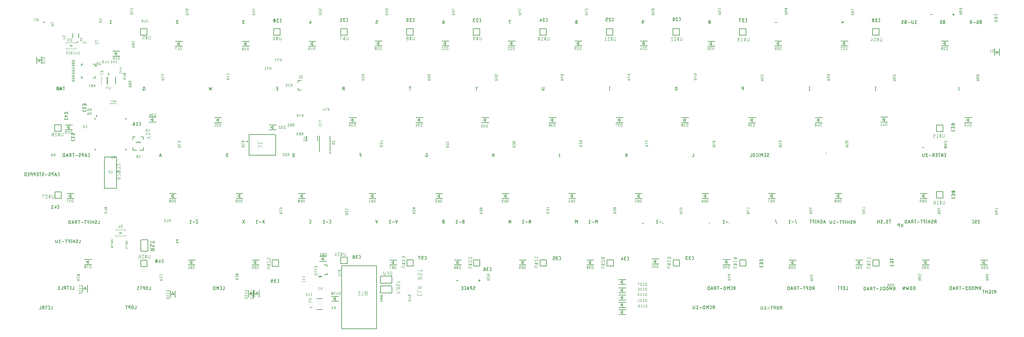
<source format=gbr>
G04 EAGLE Gerber RS-274X export*
G75*
%MOMM*%
%FSLAX66Y66*%
%LPD*%
%INSilkscreen Bottom*%
%IPPOS*%
%AMOC8*
5,1,8,0,0,1.08239X$1,22.5*%
G01*
%ADD10C,0.101600*%
%ADD11C,0.127000*%
%ADD12C,0.152400*%
%ADD13C,0.050800*%
%ADD14C,0.025400*%
%ADD15C,0.076200*%
%ADD16C,0.200000*%
%ADD17C,0.203200*%
%ADD18C,0.120000*%
%ADD19C,0.050000*%


D10*
X126028847Y24409406D02*
X127197247Y24409406D01*
X127197247Y24733959D01*
X127197151Y24741862D01*
X127196862Y24749761D01*
X127196381Y24757650D01*
X127195708Y24765525D01*
X127194844Y24773382D01*
X127193788Y24781215D01*
X127192542Y24789020D01*
X127191107Y24796792D01*
X127189482Y24804527D01*
X127187670Y24812221D01*
X127185671Y24819867D01*
X127183486Y24827463D01*
X127181117Y24835004D01*
X127178565Y24842484D01*
X127175832Y24849900D01*
X127172918Y24857248D01*
X127169827Y24864522D01*
X127166560Y24871719D01*
X127163118Y24878834D01*
X127159504Y24885863D01*
X127155720Y24892802D01*
X127151768Y24899647D01*
X127147651Y24906394D01*
X127143370Y24913039D01*
X127138929Y24919577D01*
X127134330Y24926005D01*
X127129576Y24932319D01*
X127124669Y24938516D01*
X127119614Y24944591D01*
X127114411Y24950541D01*
X127109066Y24956363D01*
X127103580Y24962053D01*
X127097957Y24967608D01*
X127092201Y24973024D01*
X127086314Y24978299D01*
X127080301Y24983428D01*
X127074164Y24988410D01*
X127067908Y24993240D01*
X127061537Y24997917D01*
X127055053Y25002437D01*
X127048461Y25006798D01*
X127041765Y25010998D01*
X127034969Y25015033D01*
X127028076Y25018901D01*
X127021092Y25022600D01*
X127014019Y25026128D01*
X127006862Y25029483D01*
X126999626Y25032663D01*
X126992315Y25035665D01*
X126984933Y25038489D01*
X126977484Y25041132D01*
X126969973Y25043592D01*
X126962404Y25045870D01*
X126954782Y25047962D01*
X126947111Y25049868D01*
X126939397Y25051586D01*
X126931642Y25053116D01*
X126923853Y25054457D01*
X126916033Y25055608D01*
X126908188Y25056568D01*
X126900322Y25057337D01*
X126892439Y25057914D01*
X126884544Y25058298D01*
X126876643Y25058491D01*
X126868739Y25058491D01*
X126860838Y25058298D01*
X126852943Y25057914D01*
X126845060Y25057337D01*
X126837194Y25056568D01*
X126829349Y25055608D01*
X126821529Y25054457D01*
X126813740Y25053116D01*
X126805985Y25051586D01*
X126798271Y25049868D01*
X126790600Y25047962D01*
X126782978Y25045870D01*
X126775409Y25043592D01*
X126767898Y25041132D01*
X126760449Y25038489D01*
X126753067Y25035665D01*
X126745756Y25032663D01*
X126738520Y25029483D01*
X126731363Y25026128D01*
X126724290Y25022600D01*
X126717306Y25018901D01*
X126710413Y25015033D01*
X126703617Y25010998D01*
X126696921Y25006798D01*
X126690329Y25002437D01*
X126683845Y24997917D01*
X126677474Y24993240D01*
X126671218Y24988410D01*
X126665081Y24983428D01*
X126659068Y24978299D01*
X126653181Y24973024D01*
X126647425Y24967608D01*
X126641802Y24962053D01*
X126636316Y24956363D01*
X126630971Y24950541D01*
X126625768Y24944591D01*
X126620713Y24938516D01*
X126615806Y24932319D01*
X126611052Y24926005D01*
X126606453Y24919577D01*
X126602012Y24913039D01*
X126597731Y24906394D01*
X126593614Y24899647D01*
X126589662Y24892802D01*
X126585878Y24885863D01*
X126582264Y24878834D01*
X126578822Y24871719D01*
X126575555Y24864522D01*
X126572464Y24857248D01*
X126569550Y24849900D01*
X126566817Y24842484D01*
X126564265Y24835004D01*
X126561896Y24827463D01*
X126559711Y24819867D01*
X126557712Y24812221D01*
X126555900Y24804527D01*
X126554275Y24796792D01*
X126552840Y24789020D01*
X126551594Y24781215D01*
X126550538Y24773382D01*
X126549674Y24765525D01*
X126549001Y24757650D01*
X126548520Y24749761D01*
X126548231Y24741862D01*
X126548135Y24733959D01*
X126548134Y24733959D02*
X126548134Y24409406D01*
X126548134Y24798872D02*
X126028847Y25058516D01*
X126028847Y25896406D02*
X126028923Y25902680D01*
X126029150Y25908950D01*
X126029529Y25915213D01*
X126030059Y25921465D01*
X126030740Y25927703D01*
X126031572Y25933922D01*
X126032553Y25940119D01*
X126033684Y25946291D01*
X126034964Y25952433D01*
X126036392Y25958543D01*
X126037967Y25964616D01*
X126039688Y25970650D01*
X126041555Y25976640D01*
X126043566Y25982584D01*
X126045720Y25988477D01*
X126048015Y25994316D01*
X126050451Y26000099D01*
X126053027Y26005820D01*
X126055739Y26011478D01*
X126058588Y26017069D01*
X126061570Y26022589D01*
X126064686Y26028035D01*
X126067932Y26033405D01*
X126071307Y26038694D01*
X126074808Y26043901D01*
X126078435Y26049021D01*
X126082184Y26054052D01*
X126086053Y26058991D01*
X126090041Y26063835D01*
X126094145Y26068582D01*
X126098362Y26073228D01*
X126102690Y26077770D01*
X126107127Y26082207D01*
X126111669Y26086535D01*
X126116315Y26090752D01*
X126121062Y26094856D01*
X126125906Y26098844D01*
X126130845Y26102713D01*
X126135876Y26106462D01*
X126140996Y26110089D01*
X126146203Y26113590D01*
X126151492Y26116965D01*
X126156862Y26120211D01*
X126162308Y26123327D01*
X126167828Y26126309D01*
X126173419Y26129158D01*
X126179077Y26131870D01*
X126184798Y26134446D01*
X126190581Y26136882D01*
X126196420Y26139177D01*
X126202313Y26141331D01*
X126208257Y26143342D01*
X126214247Y26145209D01*
X126220281Y26146930D01*
X126226354Y26148505D01*
X126232464Y26149933D01*
X126238606Y26151213D01*
X126244778Y26152344D01*
X126250975Y26153325D01*
X126257194Y26154157D01*
X126263432Y26154838D01*
X126269684Y26155368D01*
X126275947Y26155747D01*
X126282217Y26155974D01*
X126288491Y26156050D01*
X126028847Y25896406D02*
X126029004Y25883284D01*
X126029475Y25870169D01*
X126030259Y25857069D01*
X126031357Y25843991D01*
X126032767Y25830944D01*
X126034489Y25817934D01*
X126036522Y25804969D01*
X126038864Y25792056D01*
X126041515Y25779203D01*
X126044472Y25766417D01*
X126047735Y25753706D01*
X126051300Y25741076D01*
X126055167Y25728535D01*
X126059333Y25716091D01*
X126063795Y25703749D01*
X126068551Y25691518D01*
X126073598Y25679404D01*
X126078934Y25667414D01*
X126084555Y25655556D01*
X126090458Y25643835D01*
X126096640Y25632259D01*
X126103097Y25620834D01*
X126109826Y25609566D01*
X126116822Y25598463D01*
X126124082Y25587531D01*
X126131601Y25576775D01*
X126139375Y25566203D01*
X126147400Y25555819D01*
X126155672Y25545630D01*
X126164184Y25535642D01*
X126172934Y25525861D01*
X126181914Y25516292D01*
X126191121Y25506940D01*
X126937600Y25539394D02*
X126943874Y25539470D01*
X126950144Y25539697D01*
X126956407Y25540076D01*
X126962659Y25540606D01*
X126968897Y25541287D01*
X126975116Y25542119D01*
X126981313Y25543100D01*
X126987485Y25544231D01*
X126993627Y25545511D01*
X126999737Y25546939D01*
X127005811Y25548514D01*
X127011845Y25550235D01*
X127017835Y25552102D01*
X127023779Y25554113D01*
X127029672Y25556267D01*
X127035511Y25558563D01*
X127041293Y25560999D01*
X127047015Y25563574D01*
X127052673Y25566287D01*
X127058263Y25569135D01*
X127063784Y25572118D01*
X127069230Y25575233D01*
X127074600Y25578479D01*
X127079889Y25581854D01*
X127085096Y25585356D01*
X127090216Y25588982D01*
X127095247Y25592731D01*
X127100186Y25596601D01*
X127105030Y25600589D01*
X127109777Y25604693D01*
X127114423Y25608910D01*
X127118965Y25613238D01*
X127123402Y25617675D01*
X127127730Y25622218D01*
X127131947Y25626863D01*
X127136051Y25631610D01*
X127140039Y25636454D01*
X127143908Y25641393D01*
X127147658Y25646425D01*
X127151284Y25651545D01*
X127154786Y25656751D01*
X127158160Y25662041D01*
X127161406Y25667411D01*
X127164522Y25672857D01*
X127167504Y25678377D01*
X127170353Y25683968D01*
X127173065Y25689626D01*
X127175641Y25695347D01*
X127178077Y25701130D01*
X127180372Y25706969D01*
X127182526Y25712862D01*
X127184537Y25718806D01*
X127186404Y25724796D01*
X127188125Y25730830D01*
X127189700Y25736904D01*
X127191128Y25743014D01*
X127192407Y25749156D01*
X127193538Y25755328D01*
X127194520Y25761525D01*
X127195351Y25767744D01*
X127196032Y25773982D01*
X127196562Y25780234D01*
X127196941Y25786497D01*
X127197168Y25792767D01*
X127197244Y25799041D01*
X127197247Y25799040D02*
X127197109Y25810642D01*
X127196694Y25822237D01*
X127196003Y25833819D01*
X127195036Y25845382D01*
X127193794Y25856918D01*
X127192277Y25868421D01*
X127190487Y25879884D01*
X127188424Y25891302D01*
X127186089Y25902667D01*
X127183484Y25913974D01*
X127180611Y25925215D01*
X127177470Y25936385D01*
X127174065Y25947476D01*
X127170395Y25958483D01*
X127166465Y25969400D01*
X127162276Y25980220D01*
X127157829Y25990937D01*
X127153129Y26001545D01*
X127148178Y26012038D01*
X127142977Y26022410D01*
X127137531Y26032655D01*
X127131843Y26042767D01*
X127125915Y26052741D01*
X127119751Y26062571D01*
X127113354Y26072251D01*
X127106729Y26081776D01*
X127099878Y26091140D01*
X126710413Y25669217D02*
X126713712Y25663770D01*
X126717141Y25658405D01*
X126720699Y25653125D01*
X126724383Y25647931D01*
X126728191Y25642829D01*
X126732121Y25637819D01*
X126736172Y25632907D01*
X126740339Y25628093D01*
X126744622Y25623381D01*
X126749017Y25618774D01*
X126753523Y25614275D01*
X126758135Y25609885D01*
X126762852Y25605609D01*
X126767671Y25601447D01*
X126772589Y25597403D01*
X126777603Y25593479D01*
X126782711Y25589677D01*
X126787909Y25586000D01*
X126793194Y25582449D01*
X126798563Y25579026D01*
X126804014Y25575735D01*
X126809542Y25572576D01*
X126815145Y25569551D01*
X126820819Y25566663D01*
X126826562Y25563912D01*
X126832369Y25561301D01*
X126838237Y25558830D01*
X126844164Y25556503D01*
X126850145Y25554319D01*
X126856177Y25552280D01*
X126862256Y25550387D01*
X126868379Y25548641D01*
X126874543Y25547044D01*
X126880744Y25545596D01*
X126886977Y25544299D01*
X126893240Y25543152D01*
X126899529Y25542157D01*
X126905840Y25541314D01*
X126912170Y25540623D01*
X126918515Y25540086D01*
X126924870Y25539701D01*
X126931233Y25539471D01*
X126937600Y25539394D01*
X126515679Y26026228D02*
X126512380Y26031674D01*
X126508951Y26037039D01*
X126505393Y26042320D01*
X126501709Y26047513D01*
X126497901Y26052616D01*
X126493970Y26057625D01*
X126489920Y26062538D01*
X126485752Y26067352D01*
X126481470Y26072064D01*
X126477074Y26076670D01*
X126472569Y26081170D01*
X126467957Y26085559D01*
X126463239Y26089836D01*
X126458420Y26093997D01*
X126453502Y26098041D01*
X126448488Y26101965D01*
X126443380Y26105767D01*
X126438183Y26109445D01*
X126432897Y26112996D01*
X126427528Y26116418D01*
X126422078Y26119709D01*
X126416549Y26122869D01*
X126410946Y26125893D01*
X126405272Y26128782D01*
X126399529Y26131532D01*
X126393722Y26134143D01*
X126387854Y26136614D01*
X126381927Y26138941D01*
X126375946Y26141126D01*
X126369914Y26143165D01*
X126363835Y26145057D01*
X126357712Y26146803D01*
X126351548Y26148400D01*
X126345348Y26149848D01*
X126339114Y26151145D01*
X126332851Y26152292D01*
X126326562Y26153287D01*
X126320251Y26154130D01*
X126313921Y26154821D01*
X126307576Y26155358D01*
X126301221Y26155743D01*
X126294858Y26155973D01*
X126288491Y26156050D01*
X126515678Y26026228D02*
X126710413Y25669216D01*
X127197247Y26860191D02*
X126028847Y26860191D01*
X127197247Y26535638D02*
X127197247Y27184747D01*
X125954434Y20290975D02*
X125954434Y20031331D01*
X125954510Y20025057D01*
X125954737Y20018787D01*
X125955116Y20012524D01*
X125955646Y20006272D01*
X125956327Y20000034D01*
X125957159Y19993815D01*
X125958140Y19987618D01*
X125959271Y19981446D01*
X125960551Y19975304D01*
X125961979Y19969194D01*
X125963554Y19963121D01*
X125965275Y19957087D01*
X125967142Y19951097D01*
X125969153Y19945153D01*
X125971307Y19939260D01*
X125973602Y19933421D01*
X125976038Y19927638D01*
X125978614Y19921917D01*
X125981326Y19916259D01*
X125984175Y19910668D01*
X125987157Y19905148D01*
X125990273Y19899702D01*
X125993519Y19894332D01*
X125996894Y19889043D01*
X126000395Y19883836D01*
X126004022Y19878716D01*
X126007771Y19873685D01*
X126011640Y19868746D01*
X126015628Y19863902D01*
X126019732Y19859155D01*
X126023949Y19854509D01*
X126028277Y19849967D01*
X126032714Y19845530D01*
X126037256Y19841202D01*
X126041902Y19836985D01*
X126046649Y19832881D01*
X126051493Y19828893D01*
X126056432Y19825024D01*
X126061463Y19821275D01*
X126066583Y19817648D01*
X126071790Y19814147D01*
X126077079Y19810772D01*
X126082449Y19807526D01*
X126087895Y19804410D01*
X126093415Y19801428D01*
X126099006Y19798579D01*
X126104664Y19795867D01*
X126110385Y19793291D01*
X126116168Y19790855D01*
X126122007Y19788560D01*
X126127900Y19786406D01*
X126133844Y19784395D01*
X126139834Y19782528D01*
X126145868Y19780807D01*
X126151941Y19779232D01*
X126158051Y19777804D01*
X126164193Y19776524D01*
X126170365Y19775393D01*
X126176562Y19774412D01*
X126182781Y19773580D01*
X126189019Y19772899D01*
X126195271Y19772369D01*
X126201534Y19771990D01*
X126207804Y19771763D01*
X126214078Y19771687D01*
X126214078Y19771688D02*
X126863188Y19771688D01*
X126863188Y19771687D02*
X126869560Y19771765D01*
X126875928Y19772000D01*
X126882289Y19772391D01*
X126888638Y19772937D01*
X126894971Y19773640D01*
X126901286Y19774497D01*
X126907577Y19775510D01*
X126913842Y19776676D01*
X126920077Y19777996D01*
X126926277Y19779468D01*
X126932439Y19781092D01*
X126938559Y19782867D01*
X126944634Y19784792D01*
X126950660Y19786865D01*
X126956633Y19789085D01*
X126962550Y19791451D01*
X126968407Y19793962D01*
X126974201Y19796616D01*
X126979927Y19799411D01*
X126985584Y19802345D01*
X126991167Y19805418D01*
X126996672Y19808627D01*
X127002098Y19811970D01*
X127007439Y19815445D01*
X127012694Y19819050D01*
X127017859Y19822783D01*
X127022930Y19826641D01*
X127027905Y19830623D01*
X127032781Y19834726D01*
X127037555Y19838947D01*
X127042224Y19843284D01*
X127046785Y19847735D01*
X127051235Y19852296D01*
X127055573Y19856965D01*
X127059794Y19861738D01*
X127063897Y19866614D01*
X127067879Y19871590D01*
X127071737Y19876661D01*
X127075470Y19881826D01*
X127079076Y19887080D01*
X127082551Y19892422D01*
X127085894Y19897847D01*
X127089102Y19903353D01*
X127092175Y19908935D01*
X127095110Y19914592D01*
X127097905Y19920319D01*
X127100559Y19926112D01*
X127103070Y19931969D01*
X127105436Y19937886D01*
X127107656Y19943859D01*
X127109729Y19949885D01*
X127111654Y19955960D01*
X127113429Y19962080D01*
X127115053Y19968242D01*
X127116526Y19974442D01*
X127117845Y19980677D01*
X127119012Y19986942D01*
X127120024Y19993233D01*
X127120882Y19999548D01*
X127121584Y20005881D01*
X127122131Y20012230D01*
X127122522Y20018591D01*
X127122757Y20024959D01*
X127122835Y20031331D01*
X127122834Y20031331D02*
X127122834Y20290975D01*
X127122834Y20767866D02*
X125954434Y20767866D01*
X125954434Y21287153D01*
X125954434Y21773141D02*
X127122834Y21773141D01*
X127122834Y22422250D02*
X126408809Y21773141D01*
X126668456Y22032784D02*
X125954434Y22422250D01*
D11*
X24706125Y78563500D02*
X24706125Y79436500D01*
X24948625Y79436500D02*
X24463625Y79436500D01*
X23866125Y79436500D02*
X24157125Y78563500D01*
X23575125Y78563500D02*
X23866125Y79436500D01*
X23647875Y78781750D02*
X24084375Y78781750D01*
X23161375Y79048500D02*
X22918875Y79048500D01*
X22912970Y79048428D01*
X22907068Y79048212D01*
X22901174Y79047853D01*
X22895290Y79047350D01*
X22889419Y79046704D01*
X22883567Y79045916D01*
X22877735Y79044985D01*
X22871928Y79043912D01*
X22866148Y79042698D01*
X22860400Y79041344D01*
X22854686Y79039851D01*
X22849011Y79038218D01*
X22843377Y79036448D01*
X22837788Y79034541D01*
X22832247Y79032499D01*
X22826757Y79030322D01*
X22821322Y79028013D01*
X22815944Y79025571D01*
X22810628Y79023000D01*
X22805376Y79020299D01*
X22800191Y79017472D01*
X22795077Y79014519D01*
X22790036Y79011443D01*
X22785071Y79008244D01*
X22780186Y79004926D01*
X22775383Y79001490D01*
X22770665Y78997938D01*
X22766035Y78994272D01*
X22761496Y78990494D01*
X22757050Y78986607D01*
X22752700Y78982613D01*
X22748449Y78978514D01*
X22744298Y78974313D01*
X22740252Y78970012D01*
X22736311Y78965614D01*
X22732478Y78961121D01*
X22728756Y78956536D01*
X22725147Y78951862D01*
X22721652Y78947101D01*
X22718275Y78942256D01*
X22715016Y78937331D01*
X22711879Y78932328D01*
X22708864Y78927250D01*
X22705974Y78922100D01*
X22703210Y78916881D01*
X22700573Y78911597D01*
X22698067Y78906250D01*
X22695691Y78900843D01*
X22693448Y78895380D01*
X22691338Y78889864D01*
X22689363Y78884298D01*
X22687525Y78878686D01*
X22685823Y78873031D01*
X22684260Y78867336D01*
X22682836Y78861605D01*
X22681552Y78855841D01*
X22680409Y78850047D01*
X22679407Y78844227D01*
X22678547Y78838384D01*
X22677830Y78832523D01*
X22677255Y78826645D01*
X22676824Y78820755D01*
X22676537Y78814857D01*
X22676393Y78808953D01*
X22676393Y78803047D01*
X22676537Y78797143D01*
X22676824Y78791245D01*
X22677255Y78785355D01*
X22677830Y78779477D01*
X22678547Y78773616D01*
X22679407Y78767773D01*
X22680409Y78761953D01*
X22681552Y78756159D01*
X22682836Y78750395D01*
X22684260Y78744664D01*
X22685823Y78738969D01*
X22687525Y78733314D01*
X22689363Y78727702D01*
X22691338Y78722136D01*
X22693448Y78716620D01*
X22695691Y78711157D01*
X22698067Y78705750D01*
X22700573Y78700403D01*
X22703210Y78695119D01*
X22705974Y78689900D01*
X22708864Y78684750D01*
X22711879Y78679672D01*
X22715016Y78674669D01*
X22718275Y78669744D01*
X22721652Y78664899D01*
X22725147Y78660138D01*
X22728756Y78655464D01*
X22732478Y78650879D01*
X22736311Y78646386D01*
X22740252Y78641988D01*
X22744298Y78637687D01*
X22748449Y78633486D01*
X22752700Y78629387D01*
X22757050Y78625393D01*
X22761496Y78621506D01*
X22766035Y78617728D01*
X22770665Y78614062D01*
X22775383Y78610510D01*
X22780186Y78607074D01*
X22785071Y78603756D01*
X22790036Y78600557D01*
X22795077Y78597481D01*
X22800191Y78594528D01*
X22805376Y78591701D01*
X22810628Y78589000D01*
X22815944Y78586429D01*
X22821322Y78583987D01*
X22826757Y78581678D01*
X22832247Y78579501D01*
X22837788Y78577459D01*
X22843377Y78575552D01*
X22849011Y78573782D01*
X22854686Y78572149D01*
X22860400Y78570656D01*
X22866148Y78569302D01*
X22871928Y78568088D01*
X22877735Y78567015D01*
X22883567Y78566084D01*
X22889419Y78565296D01*
X22895290Y78564650D01*
X22901174Y78564147D01*
X22907068Y78563788D01*
X22912970Y78563572D01*
X22918875Y78563500D01*
X23161375Y78563500D01*
X23161375Y79436500D01*
X22918875Y79436500D01*
X22914151Y79436442D01*
X22909430Y79436270D01*
X22904714Y79435982D01*
X22900007Y79435580D01*
X22895311Y79435064D01*
X22890628Y79434433D01*
X22885963Y79433688D01*
X22881317Y79432830D01*
X22876694Y79431859D01*
X22872095Y79430775D01*
X22867524Y79429580D01*
X22862984Y79428275D01*
X22858477Y79426858D01*
X22854005Y79425333D01*
X22849572Y79423699D01*
X22845180Y79421958D01*
X22840832Y79420110D01*
X22836530Y79418157D01*
X22832277Y79416100D01*
X22828076Y79413939D01*
X22823928Y79411678D01*
X22819836Y79409315D01*
X22815804Y79406854D01*
X22811832Y79404296D01*
X22807924Y79401641D01*
X22804082Y79398892D01*
X22800307Y79396050D01*
X22796603Y79393118D01*
X22792972Y79390095D01*
X22789415Y79386986D01*
X22785935Y79383790D01*
X22782534Y79380511D01*
X22779214Y79377150D01*
X22775976Y79373710D01*
X22772824Y79370191D01*
X22769757Y79366597D01*
X22766780Y79362929D01*
X22763892Y79359189D01*
X22761097Y79355381D01*
X22758395Y79351505D01*
X22755788Y79347565D01*
X22753278Y79343562D01*
X22750866Y79339500D01*
X22748554Y79335380D01*
X22746343Y79331205D01*
X22744234Y79326977D01*
X22742228Y79322700D01*
X22740328Y79318374D01*
X22738533Y79314004D01*
X22736845Y79309591D01*
X22735266Y79305139D01*
X22733795Y79300649D01*
X22732434Y79296125D01*
X22731183Y79291569D01*
X22730044Y79286984D01*
X22729017Y79282373D01*
X22728102Y79277738D01*
X22727301Y79273082D01*
X22726613Y79268407D01*
X22726039Y79263718D01*
X22725579Y79259016D01*
X22725234Y79254304D01*
X22725004Y79249585D01*
X22724889Y79244862D01*
X22724889Y79240138D01*
X22725004Y79235415D01*
X22725234Y79230696D01*
X22725579Y79225984D01*
X22726039Y79221282D01*
X22726613Y79216593D01*
X22727301Y79211918D01*
X22728102Y79207262D01*
X22729017Y79202627D01*
X22730044Y79198016D01*
X22731183Y79193431D01*
X22732434Y79188875D01*
X22733795Y79184351D01*
X22735266Y79179861D01*
X22736845Y79175409D01*
X22738533Y79170996D01*
X22740328Y79166626D01*
X22742228Y79162300D01*
X22744234Y79158023D01*
X22746343Y79153795D01*
X22748554Y79149620D01*
X22750866Y79145500D01*
X22753278Y79141438D01*
X22755788Y79137435D01*
X22758395Y79133495D01*
X22761097Y79129619D01*
X22763892Y79125811D01*
X22766780Y79122071D01*
X22769757Y79118403D01*
X22772824Y79114809D01*
X22775976Y79111290D01*
X22779214Y79107850D01*
X22782534Y79104489D01*
X22785935Y79101210D01*
X22789415Y79098014D01*
X22792972Y79094905D01*
X22796603Y79091882D01*
X22800307Y79088950D01*
X22804082Y79086108D01*
X22807924Y79083359D01*
X22811832Y79080704D01*
X22815804Y79078146D01*
X22819836Y79075685D01*
X22823928Y79073322D01*
X22828076Y79071061D01*
X22832277Y79068900D01*
X22836530Y79066843D01*
X22840832Y79064890D01*
X22845180Y79063042D01*
X22849572Y79061301D01*
X22854005Y79059667D01*
X22858477Y79058142D01*
X22862984Y79056725D01*
X22867524Y79055420D01*
X22872095Y79054225D01*
X22876694Y79053141D01*
X22881317Y79052170D01*
X22885963Y79051312D01*
X22890628Y79050567D01*
X22895311Y79049936D01*
X22900007Y79049420D01*
X22904714Y79049018D01*
X22909430Y79048730D01*
X22914151Y79048558D01*
X22918875Y79048500D01*
X47916000Y79194000D02*
X47916000Y78806000D01*
X47916000Y79194000D02*
X47915928Y79199905D01*
X47915712Y79205807D01*
X47915353Y79211701D01*
X47914850Y79217585D01*
X47914204Y79223456D01*
X47913416Y79229308D01*
X47912485Y79235140D01*
X47911412Y79240947D01*
X47910198Y79246727D01*
X47908844Y79252475D01*
X47907351Y79258189D01*
X47905718Y79263864D01*
X47903948Y79269498D01*
X47902041Y79275087D01*
X47899999Y79280628D01*
X47897822Y79286118D01*
X47895513Y79291553D01*
X47893071Y79296931D01*
X47890500Y79302247D01*
X47887799Y79307499D01*
X47884972Y79312684D01*
X47882019Y79317798D01*
X47878943Y79322839D01*
X47875744Y79327804D01*
X47872426Y79332689D01*
X47868990Y79337492D01*
X47865438Y79342210D01*
X47861772Y79346840D01*
X47857994Y79351379D01*
X47854107Y79355825D01*
X47850113Y79360175D01*
X47846014Y79364426D01*
X47841813Y79368577D01*
X47837512Y79372623D01*
X47833114Y79376564D01*
X47828621Y79380397D01*
X47824036Y79384119D01*
X47819362Y79387728D01*
X47814601Y79391223D01*
X47809756Y79394600D01*
X47804831Y79397859D01*
X47799828Y79400996D01*
X47794750Y79404011D01*
X47789600Y79406901D01*
X47784381Y79409665D01*
X47779097Y79412302D01*
X47773750Y79414808D01*
X47768343Y79417184D01*
X47762880Y79419427D01*
X47757364Y79421537D01*
X47751798Y79423512D01*
X47746186Y79425350D01*
X47740531Y79427052D01*
X47734836Y79428615D01*
X47729105Y79430039D01*
X47723341Y79431323D01*
X47717547Y79432466D01*
X47711727Y79433468D01*
X47705884Y79434328D01*
X47700023Y79435045D01*
X47694145Y79435620D01*
X47688255Y79436051D01*
X47682357Y79436338D01*
X47676453Y79436482D01*
X47670547Y79436482D01*
X47664643Y79436338D01*
X47658745Y79436051D01*
X47652855Y79435620D01*
X47646977Y79435045D01*
X47641116Y79434328D01*
X47635273Y79433468D01*
X47629453Y79432466D01*
X47623659Y79431323D01*
X47617895Y79430039D01*
X47612164Y79428615D01*
X47606469Y79427052D01*
X47600814Y79425350D01*
X47595202Y79423512D01*
X47589636Y79421537D01*
X47584120Y79419427D01*
X47578657Y79417184D01*
X47573250Y79414808D01*
X47567903Y79412302D01*
X47562619Y79409665D01*
X47557400Y79406901D01*
X47552250Y79404011D01*
X47547172Y79400996D01*
X47542169Y79397859D01*
X47537244Y79394600D01*
X47532399Y79391223D01*
X47527638Y79387728D01*
X47522964Y79384119D01*
X47518379Y79380397D01*
X47513886Y79376564D01*
X47509488Y79372623D01*
X47505187Y79368577D01*
X47500986Y79364426D01*
X47496887Y79360175D01*
X47492893Y79355825D01*
X47489006Y79351379D01*
X47485228Y79346840D01*
X47481562Y79342210D01*
X47478010Y79337492D01*
X47474574Y79332689D01*
X47471256Y79327804D01*
X47468057Y79322839D01*
X47464981Y79317798D01*
X47462028Y79312684D01*
X47459201Y79307499D01*
X47456500Y79302247D01*
X47453929Y79296931D01*
X47451487Y79291553D01*
X47449178Y79286118D01*
X47447001Y79280628D01*
X47444959Y79275087D01*
X47443052Y79269498D01*
X47441282Y79263864D01*
X47439649Y79258189D01*
X47438156Y79252475D01*
X47436802Y79246727D01*
X47435588Y79240947D01*
X47434515Y79235140D01*
X47433584Y79229308D01*
X47432796Y79223456D01*
X47432150Y79217585D01*
X47431647Y79211701D01*
X47431288Y79205807D01*
X47431072Y79199905D01*
X47431000Y79194000D01*
X47431000Y78806000D01*
X47431072Y78800095D01*
X47431288Y78794193D01*
X47431647Y78788299D01*
X47432150Y78782415D01*
X47432796Y78776544D01*
X47433584Y78770692D01*
X47434515Y78764860D01*
X47435588Y78759053D01*
X47436802Y78753273D01*
X47438156Y78747525D01*
X47439649Y78741811D01*
X47441282Y78736136D01*
X47443052Y78730502D01*
X47444959Y78724913D01*
X47447001Y78719372D01*
X47449178Y78713882D01*
X47451487Y78708447D01*
X47453929Y78703069D01*
X47456500Y78697753D01*
X47459201Y78692501D01*
X47462028Y78687316D01*
X47464981Y78682202D01*
X47468057Y78677161D01*
X47471256Y78672196D01*
X47474574Y78667311D01*
X47478010Y78662508D01*
X47481562Y78657790D01*
X47485228Y78653160D01*
X47489006Y78648621D01*
X47492893Y78644175D01*
X47496887Y78639825D01*
X47500986Y78635574D01*
X47505187Y78631423D01*
X47509488Y78627377D01*
X47513886Y78623436D01*
X47518379Y78619603D01*
X47522964Y78615881D01*
X47527638Y78612272D01*
X47532399Y78608777D01*
X47537244Y78605400D01*
X47542169Y78602141D01*
X47547172Y78599004D01*
X47552250Y78595989D01*
X47557400Y78593099D01*
X47562619Y78590335D01*
X47567903Y78587698D01*
X47573250Y78585192D01*
X47578657Y78582816D01*
X47584120Y78580573D01*
X47589636Y78578463D01*
X47595202Y78576488D01*
X47600814Y78574650D01*
X47606469Y78572948D01*
X47612164Y78571385D01*
X47617895Y78569961D01*
X47623659Y78568677D01*
X47629453Y78567534D01*
X47635273Y78566532D01*
X47641116Y78565672D01*
X47646977Y78564955D01*
X47652855Y78564380D01*
X47658745Y78563949D01*
X47664643Y78563662D01*
X47670547Y78563518D01*
X47676453Y78563518D01*
X47682357Y78563662D01*
X47688255Y78563949D01*
X47694145Y78564380D01*
X47700023Y78564955D01*
X47705884Y78565672D01*
X47711727Y78566532D01*
X47717547Y78567534D01*
X47723341Y78568677D01*
X47729105Y78569961D01*
X47734836Y78571385D01*
X47740531Y78572948D01*
X47746186Y78574650D01*
X47751798Y78576488D01*
X47757364Y78578463D01*
X47762880Y78580573D01*
X47768343Y78582816D01*
X47773750Y78585192D01*
X47779097Y78587698D01*
X47784381Y78590335D01*
X47789600Y78593099D01*
X47794750Y78595989D01*
X47799828Y78599004D01*
X47804831Y78602141D01*
X47809756Y78605400D01*
X47814601Y78608777D01*
X47819362Y78612272D01*
X47824036Y78615881D01*
X47828621Y78619603D01*
X47833114Y78623436D01*
X47837512Y78627377D01*
X47841813Y78631423D01*
X47846014Y78635574D01*
X47850113Y78639825D01*
X47854107Y78644175D01*
X47857994Y78648621D01*
X47861772Y78653160D01*
X47865438Y78657790D01*
X47868990Y78662508D01*
X47872426Y78667311D01*
X47875744Y78672196D01*
X47878943Y78677161D01*
X47882019Y78682202D01*
X47884972Y78687316D01*
X47887799Y78692501D01*
X47890500Y78697753D01*
X47893071Y78703069D01*
X47895513Y78708447D01*
X47897822Y78713882D01*
X47899999Y78719372D01*
X47902041Y78724913D01*
X47903948Y78730502D01*
X47905718Y78736136D01*
X47907351Y78741811D01*
X47908844Y78747525D01*
X47910198Y78753273D01*
X47911412Y78759053D01*
X47912485Y78764860D01*
X47913416Y78770692D01*
X47914204Y78776544D01*
X47914850Y78782415D01*
X47915353Y78788299D01*
X47915712Y78794193D01*
X47915928Y78800095D01*
X47916000Y78806000D01*
X47528000Y78757500D02*
X47334000Y78563500D01*
X66869000Y78563500D02*
X67063000Y79436500D01*
X66675000Y79145500D02*
X66869000Y78563500D01*
X66481000Y78563500D02*
X66675000Y79145500D01*
X66287000Y79436500D02*
X66481000Y78563500D01*
X85531000Y78563500D02*
X85919000Y78563500D01*
X85919000Y79436500D01*
X85531000Y79436500D01*
X85628000Y79048500D02*
X85919000Y79048500D01*
X105017500Y79436500D02*
X105017500Y78563500D01*
X105017500Y79436500D02*
X104775000Y79436500D01*
X104769095Y79436428D01*
X104763193Y79436212D01*
X104757299Y79435853D01*
X104751415Y79435350D01*
X104745544Y79434704D01*
X104739692Y79433916D01*
X104733860Y79432985D01*
X104728053Y79431912D01*
X104722273Y79430698D01*
X104716525Y79429344D01*
X104710811Y79427851D01*
X104705136Y79426218D01*
X104699502Y79424448D01*
X104693913Y79422541D01*
X104688372Y79420499D01*
X104682882Y79418322D01*
X104677447Y79416013D01*
X104672069Y79413571D01*
X104666753Y79411000D01*
X104661501Y79408299D01*
X104656316Y79405472D01*
X104651202Y79402519D01*
X104646161Y79399443D01*
X104641196Y79396244D01*
X104636311Y79392926D01*
X104631508Y79389490D01*
X104626790Y79385938D01*
X104622160Y79382272D01*
X104617621Y79378494D01*
X104613175Y79374607D01*
X104608825Y79370613D01*
X104604574Y79366514D01*
X104600423Y79362313D01*
X104596377Y79358012D01*
X104592436Y79353614D01*
X104588603Y79349121D01*
X104584881Y79344536D01*
X104581272Y79339862D01*
X104577777Y79335101D01*
X104574400Y79330256D01*
X104571141Y79325331D01*
X104568004Y79320328D01*
X104564989Y79315250D01*
X104562099Y79310100D01*
X104559335Y79304881D01*
X104556698Y79299597D01*
X104554192Y79294250D01*
X104551816Y79288843D01*
X104549573Y79283380D01*
X104547463Y79277864D01*
X104545488Y79272298D01*
X104543650Y79266686D01*
X104541948Y79261031D01*
X104540385Y79255336D01*
X104538961Y79249605D01*
X104537677Y79243841D01*
X104536534Y79238047D01*
X104535532Y79232227D01*
X104534672Y79226384D01*
X104533955Y79220523D01*
X104533380Y79214645D01*
X104532949Y79208755D01*
X104532662Y79202857D01*
X104532518Y79196953D01*
X104532518Y79191047D01*
X104532662Y79185143D01*
X104532949Y79179245D01*
X104533380Y79173355D01*
X104533955Y79167477D01*
X104534672Y79161616D01*
X104535532Y79155773D01*
X104536534Y79149953D01*
X104537677Y79144159D01*
X104538961Y79138395D01*
X104540385Y79132664D01*
X104541948Y79126969D01*
X104543650Y79121314D01*
X104545488Y79115702D01*
X104547463Y79110136D01*
X104549573Y79104620D01*
X104551816Y79099157D01*
X104554192Y79093750D01*
X104556698Y79088403D01*
X104559335Y79083119D01*
X104562099Y79077900D01*
X104564989Y79072750D01*
X104568004Y79067672D01*
X104571141Y79062669D01*
X104574400Y79057744D01*
X104577777Y79052899D01*
X104581272Y79048138D01*
X104584881Y79043464D01*
X104588603Y79038879D01*
X104592436Y79034386D01*
X104596377Y79029988D01*
X104600423Y79025687D01*
X104604574Y79021486D01*
X104608825Y79017387D01*
X104613175Y79013393D01*
X104617621Y79009506D01*
X104622160Y79005728D01*
X104626790Y79002062D01*
X104631508Y78998510D01*
X104636311Y78995074D01*
X104641196Y78991756D01*
X104646161Y78988557D01*
X104651202Y78985481D01*
X104656316Y78982528D01*
X104661501Y78979701D01*
X104666753Y78977000D01*
X104672069Y78974429D01*
X104677447Y78971987D01*
X104682882Y78969678D01*
X104688372Y78967501D01*
X104693913Y78965459D01*
X104699502Y78963552D01*
X104705136Y78961782D01*
X104710811Y78960149D01*
X104716525Y78958656D01*
X104722273Y78957302D01*
X104728053Y78956088D01*
X104733860Y78955015D01*
X104739692Y78954084D01*
X104745544Y78953296D01*
X104751415Y78952650D01*
X104757299Y78952147D01*
X104763193Y78951788D01*
X104769095Y78951572D01*
X104775000Y78951500D01*
X105017500Y78951500D01*
X104726500Y78951500D02*
X104532500Y78563500D01*
X123825000Y78563500D02*
X123825000Y79436500D01*
X124067500Y79436500D02*
X123582500Y79436500D01*
X142875000Y79024250D02*
X143166000Y79436500D01*
X142875000Y79024250D02*
X142584000Y79436500D01*
X142875000Y79024250D02*
X142875000Y78563500D01*
X162167500Y78806000D02*
X162167500Y79436500D01*
X162167500Y78806000D02*
X162167428Y78800095D01*
X162167212Y78794193D01*
X162166853Y78788299D01*
X162166350Y78782415D01*
X162165704Y78776544D01*
X162164916Y78770692D01*
X162163985Y78764860D01*
X162162912Y78759053D01*
X162161698Y78753273D01*
X162160344Y78747525D01*
X162158851Y78741811D01*
X162157218Y78736136D01*
X162155448Y78730502D01*
X162153541Y78724913D01*
X162151499Y78719372D01*
X162149322Y78713882D01*
X162147013Y78708447D01*
X162144571Y78703069D01*
X162142000Y78697753D01*
X162139299Y78692501D01*
X162136472Y78687316D01*
X162133519Y78682202D01*
X162130443Y78677161D01*
X162127244Y78672196D01*
X162123926Y78667311D01*
X162120490Y78662508D01*
X162116938Y78657790D01*
X162113272Y78653160D01*
X162109494Y78648621D01*
X162105607Y78644175D01*
X162101613Y78639825D01*
X162097514Y78635574D01*
X162093313Y78631423D01*
X162089012Y78627377D01*
X162084614Y78623436D01*
X162080121Y78619603D01*
X162075536Y78615881D01*
X162070862Y78612272D01*
X162066101Y78608777D01*
X162061256Y78605400D01*
X162056331Y78602141D01*
X162051328Y78599004D01*
X162046250Y78595989D01*
X162041100Y78593099D01*
X162035881Y78590335D01*
X162030597Y78587698D01*
X162025250Y78585192D01*
X162019843Y78582816D01*
X162014380Y78580573D01*
X162008864Y78578463D01*
X162003298Y78576488D01*
X161997686Y78574650D01*
X161992031Y78572948D01*
X161986336Y78571385D01*
X161980605Y78569961D01*
X161974841Y78568677D01*
X161969047Y78567534D01*
X161963227Y78566532D01*
X161957384Y78565672D01*
X161951523Y78564955D01*
X161945645Y78564380D01*
X161939755Y78563949D01*
X161933857Y78563662D01*
X161927953Y78563518D01*
X161922047Y78563518D01*
X161916143Y78563662D01*
X161910245Y78563949D01*
X161904355Y78564380D01*
X161898477Y78564955D01*
X161892616Y78565672D01*
X161886773Y78566532D01*
X161880953Y78567534D01*
X161875159Y78568677D01*
X161869395Y78569961D01*
X161863664Y78571385D01*
X161857969Y78572948D01*
X161852314Y78574650D01*
X161846702Y78576488D01*
X161841136Y78578463D01*
X161835620Y78580573D01*
X161830157Y78582816D01*
X161824750Y78585192D01*
X161819403Y78587698D01*
X161814119Y78590335D01*
X161808900Y78593099D01*
X161803750Y78595989D01*
X161798672Y78599004D01*
X161793669Y78602141D01*
X161788744Y78605400D01*
X161783899Y78608777D01*
X161779138Y78612272D01*
X161774464Y78615881D01*
X161769879Y78619603D01*
X161765386Y78623436D01*
X161760988Y78627377D01*
X161756687Y78631423D01*
X161752486Y78635574D01*
X161748387Y78639825D01*
X161744393Y78644175D01*
X161740506Y78648621D01*
X161736728Y78653160D01*
X161733062Y78657790D01*
X161729510Y78662508D01*
X161726074Y78667311D01*
X161722756Y78672196D01*
X161719557Y78677161D01*
X161716481Y78682202D01*
X161713528Y78687316D01*
X161710701Y78692501D01*
X161708000Y78697753D01*
X161705429Y78703069D01*
X161702987Y78708447D01*
X161700678Y78713882D01*
X161698501Y78719372D01*
X161696459Y78724913D01*
X161694552Y78730502D01*
X161692782Y78736136D01*
X161691149Y78741811D01*
X161689656Y78747525D01*
X161688302Y78753273D01*
X161687088Y78759053D01*
X161686015Y78764860D01*
X161685084Y78770692D01*
X161684296Y78776544D01*
X161683650Y78782415D01*
X161683147Y78788299D01*
X161682788Y78794193D01*
X161682572Y78800095D01*
X161682500Y78806000D01*
X161682500Y79436500D01*
X180975000Y79436500D02*
X180975000Y78563500D01*
X181072000Y78563500D02*
X180878000Y78563500D01*
X180878000Y79436500D02*
X181072000Y79436500D01*
X200267500Y79194000D02*
X200267500Y78806000D01*
X200267500Y79194000D02*
X200267428Y79199905D01*
X200267212Y79205807D01*
X200266853Y79211701D01*
X200266350Y79217585D01*
X200265704Y79223456D01*
X200264916Y79229308D01*
X200263985Y79235140D01*
X200262912Y79240947D01*
X200261698Y79246727D01*
X200260344Y79252475D01*
X200258851Y79258189D01*
X200257218Y79263864D01*
X200255448Y79269498D01*
X200253541Y79275087D01*
X200251499Y79280628D01*
X200249322Y79286118D01*
X200247013Y79291553D01*
X200244571Y79296931D01*
X200242000Y79302247D01*
X200239299Y79307499D01*
X200236472Y79312684D01*
X200233519Y79317798D01*
X200230443Y79322839D01*
X200227244Y79327804D01*
X200223926Y79332689D01*
X200220490Y79337492D01*
X200216938Y79342210D01*
X200213272Y79346840D01*
X200209494Y79351379D01*
X200205607Y79355825D01*
X200201613Y79360175D01*
X200197514Y79364426D01*
X200193313Y79368577D01*
X200189012Y79372623D01*
X200184614Y79376564D01*
X200180121Y79380397D01*
X200175536Y79384119D01*
X200170862Y79387728D01*
X200166101Y79391223D01*
X200161256Y79394600D01*
X200156331Y79397859D01*
X200151328Y79400996D01*
X200146250Y79404011D01*
X200141100Y79406901D01*
X200135881Y79409665D01*
X200130597Y79412302D01*
X200125250Y79414808D01*
X200119843Y79417184D01*
X200114380Y79419427D01*
X200108864Y79421537D01*
X200103298Y79423512D01*
X200097686Y79425350D01*
X200092031Y79427052D01*
X200086336Y79428615D01*
X200080605Y79430039D01*
X200074841Y79431323D01*
X200069047Y79432466D01*
X200063227Y79433468D01*
X200057384Y79434328D01*
X200051523Y79435045D01*
X200045645Y79435620D01*
X200039755Y79436051D01*
X200033857Y79436338D01*
X200027953Y79436482D01*
X200022047Y79436482D01*
X200016143Y79436338D01*
X200010245Y79436051D01*
X200004355Y79435620D01*
X199998477Y79435045D01*
X199992616Y79434328D01*
X199986773Y79433468D01*
X199980953Y79432466D01*
X199975159Y79431323D01*
X199969395Y79430039D01*
X199963664Y79428615D01*
X199957969Y79427052D01*
X199952314Y79425350D01*
X199946702Y79423512D01*
X199941136Y79421537D01*
X199935620Y79419427D01*
X199930157Y79417184D01*
X199924750Y79414808D01*
X199919403Y79412302D01*
X199914119Y79409665D01*
X199908900Y79406901D01*
X199903750Y79404011D01*
X199898672Y79400996D01*
X199893669Y79397859D01*
X199888744Y79394600D01*
X199883899Y79391223D01*
X199879138Y79387728D01*
X199874464Y79384119D01*
X199869879Y79380397D01*
X199865386Y79376564D01*
X199860988Y79372623D01*
X199856687Y79368577D01*
X199852486Y79364426D01*
X199848387Y79360175D01*
X199844393Y79355825D01*
X199840506Y79351379D01*
X199836728Y79346840D01*
X199833062Y79342210D01*
X199829510Y79337492D01*
X199826074Y79332689D01*
X199822756Y79327804D01*
X199819557Y79322839D01*
X199816481Y79317798D01*
X199813528Y79312684D01*
X199810701Y79307499D01*
X199808000Y79302247D01*
X199805429Y79296931D01*
X199802987Y79291553D01*
X199800678Y79286118D01*
X199798501Y79280628D01*
X199796459Y79275087D01*
X199794552Y79269498D01*
X199792782Y79263864D01*
X199791149Y79258189D01*
X199789656Y79252475D01*
X199788302Y79246727D01*
X199787088Y79240947D01*
X199786015Y79235140D01*
X199785084Y79229308D01*
X199784296Y79223456D01*
X199783650Y79217585D01*
X199783147Y79211701D01*
X199782788Y79205807D01*
X199782572Y79199905D01*
X199782500Y79194000D01*
X199782500Y78806000D01*
X199782572Y78800095D01*
X199782788Y78794193D01*
X199783147Y78788299D01*
X199783650Y78782415D01*
X199784296Y78776544D01*
X199785084Y78770692D01*
X199786015Y78764860D01*
X199787088Y78759053D01*
X199788302Y78753273D01*
X199789656Y78747525D01*
X199791149Y78741811D01*
X199792782Y78736136D01*
X199794552Y78730502D01*
X199796459Y78724913D01*
X199798501Y78719372D01*
X199800678Y78713882D01*
X199802987Y78708447D01*
X199805429Y78703069D01*
X199808000Y78697753D01*
X199810701Y78692501D01*
X199813528Y78687316D01*
X199816481Y78682202D01*
X199819557Y78677161D01*
X199822756Y78672196D01*
X199826074Y78667311D01*
X199829510Y78662508D01*
X199833062Y78657790D01*
X199836728Y78653160D01*
X199840506Y78648621D01*
X199844393Y78644175D01*
X199848387Y78639825D01*
X199852486Y78635574D01*
X199856687Y78631423D01*
X199860988Y78627377D01*
X199865386Y78623436D01*
X199869879Y78619603D01*
X199874464Y78615881D01*
X199879138Y78612272D01*
X199883899Y78608777D01*
X199888744Y78605400D01*
X199893669Y78602141D01*
X199898672Y78599004D01*
X199903750Y78595989D01*
X199908900Y78593099D01*
X199914119Y78590335D01*
X199919403Y78587698D01*
X199924750Y78585192D01*
X199930157Y78582816D01*
X199935620Y78580573D01*
X199941136Y78578463D01*
X199946702Y78576488D01*
X199952314Y78574650D01*
X199957969Y78572948D01*
X199963664Y78571385D01*
X199969395Y78569961D01*
X199975159Y78568677D01*
X199980953Y78567534D01*
X199986773Y78566532D01*
X199992616Y78565672D01*
X199998477Y78564955D01*
X200004355Y78564380D01*
X200010245Y78563949D01*
X200016143Y78563662D01*
X200022047Y78563518D01*
X200027953Y78563518D01*
X200033857Y78563662D01*
X200039755Y78563949D01*
X200045645Y78564380D01*
X200051523Y78564955D01*
X200057384Y78565672D01*
X200063227Y78566532D01*
X200069047Y78567534D01*
X200074841Y78568677D01*
X200080605Y78569961D01*
X200086336Y78571385D01*
X200092031Y78572948D01*
X200097686Y78574650D01*
X200103298Y78576488D01*
X200108864Y78578463D01*
X200114380Y78580573D01*
X200119843Y78582816D01*
X200125250Y78585192D01*
X200130597Y78587698D01*
X200135881Y78590335D01*
X200141100Y78593099D01*
X200146250Y78595989D01*
X200151328Y78599004D01*
X200156331Y78602141D01*
X200161256Y78605400D01*
X200166101Y78608777D01*
X200170862Y78612272D01*
X200175536Y78615881D01*
X200180121Y78619603D01*
X200184614Y78623436D01*
X200189012Y78627377D01*
X200193313Y78631423D01*
X200197514Y78635574D01*
X200201613Y78639825D01*
X200205607Y78644175D01*
X200209494Y78648621D01*
X200213272Y78653160D01*
X200216938Y78657790D01*
X200220490Y78662508D01*
X200223926Y78667311D01*
X200227244Y78672196D01*
X200230443Y78677161D01*
X200233519Y78682202D01*
X200236472Y78687316D01*
X200239299Y78692501D01*
X200242000Y78697753D01*
X200244571Y78703069D01*
X200247013Y78708447D01*
X200249322Y78713882D01*
X200251499Y78719372D01*
X200253541Y78724913D01*
X200255448Y78730502D01*
X200257218Y78736136D01*
X200258851Y78741811D01*
X200260344Y78747525D01*
X200261698Y78753273D01*
X200262912Y78759053D01*
X200263985Y78764860D01*
X200264916Y78770692D01*
X200265704Y78776544D01*
X200266350Y78782415D01*
X200266853Y78788299D01*
X200267212Y78794193D01*
X200267428Y78800095D01*
X200267500Y78806000D01*
X219317500Y78563500D02*
X219317500Y79436500D01*
X219075000Y79436500D01*
X219069095Y79436428D01*
X219063193Y79436212D01*
X219057299Y79435853D01*
X219051415Y79435350D01*
X219045544Y79434704D01*
X219039692Y79433916D01*
X219033860Y79432985D01*
X219028053Y79431912D01*
X219022273Y79430698D01*
X219016525Y79429344D01*
X219010811Y79427851D01*
X219005136Y79426218D01*
X218999502Y79424448D01*
X218993913Y79422541D01*
X218988372Y79420499D01*
X218982882Y79418322D01*
X218977447Y79416013D01*
X218972069Y79413571D01*
X218966753Y79411000D01*
X218961501Y79408299D01*
X218956316Y79405472D01*
X218951202Y79402519D01*
X218946161Y79399443D01*
X218941196Y79396244D01*
X218936311Y79392926D01*
X218931508Y79389490D01*
X218926790Y79385938D01*
X218922160Y79382272D01*
X218917621Y79378494D01*
X218913175Y79374607D01*
X218908825Y79370613D01*
X218904574Y79366514D01*
X218900423Y79362313D01*
X218896377Y79358012D01*
X218892436Y79353614D01*
X218888603Y79349121D01*
X218884881Y79344536D01*
X218881272Y79339862D01*
X218877777Y79335101D01*
X218874400Y79330256D01*
X218871141Y79325331D01*
X218868004Y79320328D01*
X218864989Y79315250D01*
X218862099Y79310100D01*
X218859335Y79304881D01*
X218856698Y79299597D01*
X218854192Y79294250D01*
X218851816Y79288843D01*
X218849573Y79283380D01*
X218847463Y79277864D01*
X218845488Y79272298D01*
X218843650Y79266686D01*
X218841948Y79261031D01*
X218840385Y79255336D01*
X218838961Y79249605D01*
X218837677Y79243841D01*
X218836534Y79238047D01*
X218835532Y79232227D01*
X218834672Y79226384D01*
X218833955Y79220523D01*
X218833380Y79214645D01*
X218832949Y79208755D01*
X218832662Y79202857D01*
X218832518Y79196953D01*
X218832518Y79191047D01*
X218832662Y79185143D01*
X218832949Y79179245D01*
X218833380Y79173355D01*
X218833955Y79167477D01*
X218834672Y79161616D01*
X218835532Y79155773D01*
X218836534Y79149953D01*
X218837677Y79144159D01*
X218838961Y79138395D01*
X218840385Y79132664D01*
X218841948Y79126969D01*
X218843650Y79121314D01*
X218845488Y79115702D01*
X218847463Y79110136D01*
X218849573Y79104620D01*
X218851816Y79099157D01*
X218854192Y79093750D01*
X218856698Y79088403D01*
X218859335Y79083119D01*
X218862099Y79077900D01*
X218864989Y79072750D01*
X218868004Y79067672D01*
X218871141Y79062669D01*
X218874400Y79057744D01*
X218877777Y79052899D01*
X218881272Y79048138D01*
X218884881Y79043464D01*
X218888603Y79038879D01*
X218892436Y79034386D01*
X218896377Y79029988D01*
X218900423Y79025687D01*
X218904574Y79021486D01*
X218908825Y79017387D01*
X218913175Y79013393D01*
X218917621Y79009506D01*
X218922160Y79005728D01*
X218926790Y79002062D01*
X218931508Y78998510D01*
X218936311Y78995074D01*
X218941196Y78991756D01*
X218946161Y78988557D01*
X218951202Y78985481D01*
X218956316Y78982528D01*
X218961501Y78979701D01*
X218966753Y78977000D01*
X218972069Y78974429D01*
X218977447Y78971987D01*
X218982882Y78969678D01*
X218988372Y78967501D01*
X218993913Y78965459D01*
X218999502Y78963552D01*
X219005136Y78961782D01*
X219010811Y78960149D01*
X219016525Y78958656D01*
X219022273Y78957302D01*
X219028053Y78956088D01*
X219033860Y78955015D01*
X219039692Y78954084D01*
X219045544Y78953296D01*
X219051415Y78952650D01*
X219057299Y78952147D01*
X219063193Y78951788D01*
X219069095Y78951572D01*
X219075000Y78951500D01*
X219317500Y78951500D01*
X238052250Y78466500D02*
X238197750Y78466500D01*
X238197750Y79533500D01*
X238052250Y79533500D01*
X257102250Y79533500D02*
X257247750Y79533500D01*
X257102250Y79533500D02*
X257102250Y78466500D01*
X257247750Y78466500D01*
X280987500Y78418000D02*
X280987500Y79582000D01*
X19244000Y97904500D02*
X19243972Y97906844D01*
X19243887Y97909186D01*
X19243745Y97911526D01*
X19243547Y97913862D01*
X19243293Y97916192D01*
X19242982Y97918515D01*
X19242615Y97920831D01*
X19242193Y97923136D01*
X19241715Y97925431D01*
X19241181Y97927714D01*
X19240593Y97929983D01*
X19239950Y97932237D01*
X19239252Y97934475D01*
X19238501Y97936695D01*
X19237697Y97938897D01*
X19236839Y97941078D01*
X19235929Y97943238D01*
X19234967Y97945376D01*
X19233953Y97947490D01*
X19232889Y97949578D01*
X19231775Y97951640D01*
X19230611Y97953675D01*
X19229398Y97955681D01*
X19228138Y97957657D01*
X19226829Y97959602D01*
X19225475Y97961515D01*
X19224074Y97963395D01*
X19222628Y97965240D01*
X19221139Y97967050D01*
X19219606Y97968823D01*
X19218030Y97970559D01*
X19216413Y97972256D01*
X19214756Y97973913D01*
X19213059Y97975530D01*
X19211323Y97977106D01*
X19209550Y97978639D01*
X19207740Y97980128D01*
X19205895Y97981574D01*
X19204015Y97982975D01*
X19202102Y97984329D01*
X19200157Y97985638D01*
X19198181Y97986898D01*
X19196175Y97988111D01*
X19194140Y97989275D01*
X19192078Y97990389D01*
X19189990Y97991453D01*
X19187876Y97992467D01*
X19185738Y97993429D01*
X19183578Y97994339D01*
X19181397Y97995197D01*
X19179195Y97996001D01*
X19176975Y97996752D01*
X19174737Y97997450D01*
X19172483Y97998093D01*
X19170214Y97998681D01*
X19167931Y97999215D01*
X19165636Y97999693D01*
X19163331Y98000115D01*
X19161015Y98000482D01*
X19158692Y98000793D01*
X19156362Y98001047D01*
X19154026Y98001245D01*
X19151686Y98001387D01*
X19149344Y98001472D01*
X19147000Y98001500D01*
X19144041Y98001464D01*
X19141085Y98001356D01*
X19138132Y98001175D01*
X19135184Y98000923D01*
X19132243Y98000599D01*
X19129311Y98000203D01*
X19126389Y97999735D01*
X19123480Y97999197D01*
X19120584Y97998588D01*
X19117705Y97997908D01*
X19114843Y97997158D01*
X19112000Y97996338D01*
X19109177Y97995450D01*
X19106378Y97994493D01*
X19103602Y97993468D01*
X19100853Y97992375D01*
X19098131Y97991216D01*
X19095438Y97989990D01*
X19092775Y97988699D01*
X19090145Y97987344D01*
X19087549Y97985925D01*
X19084988Y97984443D01*
X19082465Y97982899D01*
X19079979Y97981293D01*
X19077534Y97979628D01*
X19075129Y97977903D01*
X19072768Y97976121D01*
X19070451Y97974281D01*
X19068179Y97972385D01*
X19065955Y97970434D01*
X19063778Y97968430D01*
X19061652Y97966373D01*
X19059576Y97964265D01*
X19057552Y97962107D01*
X19055581Y97959900D01*
X19053665Y97957646D01*
X19051804Y97955345D01*
X19050000Y97953000D01*
X19048196Y97950655D01*
X19046335Y97948354D01*
X19044419Y97946100D01*
X19042448Y97943893D01*
X19040424Y97941735D01*
X19038348Y97939627D01*
X19036222Y97937570D01*
X19034045Y97935566D01*
X19031821Y97933615D01*
X19029549Y97931719D01*
X19027232Y97929879D01*
X19024871Y97928097D01*
X19022466Y97926372D01*
X19020021Y97924707D01*
X19017535Y97923101D01*
X19015012Y97921557D01*
X19012451Y97920075D01*
X19009855Y97918656D01*
X19007225Y97917301D01*
X19004562Y97916010D01*
X19001869Y97914784D01*
X18999147Y97913625D01*
X18996398Y97912532D01*
X18993622Y97911507D01*
X18990823Y97910550D01*
X18988000Y97909662D01*
X18985157Y97908842D01*
X18982295Y97908092D01*
X18979416Y97907412D01*
X18976520Y97906803D01*
X18973611Y97906265D01*
X18970689Y97905797D01*
X18967757Y97905401D01*
X18964816Y97905077D01*
X18961868Y97904825D01*
X18958915Y97904644D01*
X18955959Y97904536D01*
X18953000Y97904500D01*
X18950656Y97904528D01*
X18948314Y97904613D01*
X18945974Y97904755D01*
X18943638Y97904953D01*
X18941308Y97905207D01*
X18938985Y97905518D01*
X18936669Y97905885D01*
X18934364Y97906307D01*
X18932069Y97906785D01*
X18929786Y97907319D01*
X18927517Y97907907D01*
X18925263Y97908550D01*
X18923025Y97909248D01*
X18920805Y97909999D01*
X18918603Y97910803D01*
X18916422Y97911661D01*
X18914262Y97912571D01*
X18912124Y97913533D01*
X18910010Y97914547D01*
X18907922Y97915611D01*
X18905860Y97916725D01*
X18903825Y97917889D01*
X18901819Y97919102D01*
X18899843Y97920362D01*
X18897898Y97921671D01*
X18895985Y97923025D01*
X18894105Y97924426D01*
X18892260Y97925872D01*
X18890450Y97927361D01*
X18888677Y97928894D01*
X18886941Y97930470D01*
X18885244Y97932087D01*
X18883587Y97933744D01*
X18881970Y97935441D01*
X18880394Y97937177D01*
X18878861Y97938950D01*
X18877372Y97940760D01*
X18875926Y97942605D01*
X18874525Y97944485D01*
X18873171Y97946398D01*
X18871862Y97948343D01*
X18870602Y97950319D01*
X18869389Y97952325D01*
X18868225Y97954360D01*
X18867111Y97956422D01*
X18866047Y97958510D01*
X18865033Y97960624D01*
X18864071Y97962762D01*
X18863161Y97964922D01*
X18862303Y97967103D01*
X18861499Y97969305D01*
X18860748Y97971525D01*
X18860050Y97973763D01*
X18859407Y97976017D01*
X18858819Y97978286D01*
X18858285Y97980569D01*
X18857807Y97982864D01*
X18857385Y97985169D01*
X18857018Y97987485D01*
X18856707Y97989808D01*
X18856453Y97992138D01*
X18856255Y97994474D01*
X18856113Y97996814D01*
X18856028Y97999156D01*
X18856000Y98001500D01*
X38100000Y98486500D02*
X38342500Y98292500D01*
X38100000Y98486500D02*
X38100000Y97613500D01*
X38342500Y97613500D02*
X37857500Y97613500D01*
X56907500Y98268250D02*
X56907564Y98273524D01*
X56907755Y98278794D01*
X56908073Y98284059D01*
X56908519Y98289314D01*
X56909091Y98294557D01*
X56909790Y98299785D01*
X56910615Y98304994D01*
X56911566Y98310182D01*
X56912642Y98315345D01*
X56913842Y98320481D01*
X56915166Y98325586D01*
X56916613Y98330658D01*
X56918182Y98335693D01*
X56919872Y98340689D01*
X56921683Y98345643D01*
X56923612Y98350551D01*
X56925660Y98355411D01*
X56927825Y98360221D01*
X56930105Y98364977D01*
X56932499Y98369676D01*
X56935006Y98374316D01*
X56937625Y98378894D01*
X56940354Y98383407D01*
X56943190Y98387854D01*
X56946134Y98392230D01*
X56949182Y98396534D01*
X56952333Y98400763D01*
X56955586Y98404915D01*
X56958938Y98408987D01*
X56962388Y98412977D01*
X56965932Y98416882D01*
X56969571Y98420700D01*
X56973300Y98424429D01*
X56977118Y98428068D01*
X56981023Y98431612D01*
X56985013Y98435062D01*
X56989085Y98438414D01*
X56993237Y98441667D01*
X56997466Y98444818D01*
X57001770Y98447866D01*
X57006146Y98450810D01*
X57010593Y98453646D01*
X57015106Y98456375D01*
X57019684Y98458994D01*
X57024324Y98461501D01*
X57029023Y98463895D01*
X57033779Y98466175D01*
X57038589Y98468340D01*
X57043449Y98470388D01*
X57048357Y98472317D01*
X57053311Y98474128D01*
X57058307Y98475818D01*
X57063342Y98477387D01*
X57068414Y98478834D01*
X57073519Y98480158D01*
X57078655Y98481358D01*
X57083818Y98482434D01*
X57089006Y98483385D01*
X57094215Y98484210D01*
X57099443Y98484909D01*
X57104686Y98485481D01*
X57109941Y98485927D01*
X57115206Y98486245D01*
X57120476Y98486436D01*
X57125750Y98486500D01*
X57132530Y98486418D01*
X57139307Y98486172D01*
X57146075Y98485762D01*
X57152832Y98485189D01*
X57159573Y98484453D01*
X57166294Y98483553D01*
X57172991Y98482492D01*
X57179661Y98481268D01*
X57186299Y98479884D01*
X57192902Y98478340D01*
X57199465Y98476637D01*
X57205986Y98474775D01*
X57212459Y98472756D01*
X57218882Y98470581D01*
X57225250Y98468252D01*
X57231560Y98465769D01*
X57237809Y98463134D01*
X57243991Y98460349D01*
X57250105Y98457416D01*
X57256145Y98454335D01*
X57262110Y98451109D01*
X57267995Y98447740D01*
X57273796Y98444230D01*
X57279511Y98440580D01*
X57285136Y98436793D01*
X57290668Y98432871D01*
X57296103Y98428817D01*
X57301439Y98424632D01*
X57306672Y98420320D01*
X57311799Y98415882D01*
X57316818Y98411322D01*
X57321724Y98406641D01*
X57326516Y98401844D01*
X57331191Y98396931D01*
X57335745Y98391908D01*
X57340177Y98386775D01*
X57344483Y98381537D01*
X57348661Y98376196D01*
X57352709Y98370756D01*
X57356624Y98365220D01*
X57360404Y98359590D01*
X57364047Y98353871D01*
X57367551Y98348065D01*
X57370913Y98342176D01*
X57374132Y98336208D01*
X57377205Y98330163D01*
X57380131Y98324046D01*
X57382909Y98317860D01*
X57385536Y98311609D01*
X57388011Y98305296D01*
X57390333Y98298925D01*
X57392500Y98292500D01*
X56980250Y98098500D02*
X56976134Y98102518D01*
X56972117Y98106635D01*
X56968203Y98110850D01*
X56964393Y98115160D01*
X56960690Y98119562D01*
X56957097Y98124053D01*
X56953614Y98128632D01*
X56950245Y98133294D01*
X56946992Y98138037D01*
X56943855Y98142859D01*
X56940838Y98147757D01*
X56937942Y98152727D01*
X56935169Y98157766D01*
X56932521Y98162873D01*
X56929998Y98168042D01*
X56927603Y98173272D01*
X56925337Y98178559D01*
X56923202Y98183900D01*
X56921198Y98189292D01*
X56919327Y98194732D01*
X56917590Y98200215D01*
X56915988Y98205740D01*
X56914522Y98211302D01*
X56913194Y98216899D01*
X56912003Y98222526D01*
X56910950Y98228181D01*
X56910036Y98233861D01*
X56909262Y98239560D01*
X56908628Y98245278D01*
X56908135Y98251009D01*
X56907782Y98256750D01*
X56907571Y98262498D01*
X56907500Y98268250D01*
X56980250Y98098500D02*
X57392500Y97613500D01*
X56907500Y97613500D01*
X76200000Y97613500D02*
X76442500Y97613500D01*
X76200000Y97613500D02*
X76194095Y97613572D01*
X76188193Y97613788D01*
X76182299Y97614147D01*
X76176415Y97614650D01*
X76170544Y97615296D01*
X76164692Y97616084D01*
X76158860Y97617015D01*
X76153053Y97618088D01*
X76147273Y97619302D01*
X76141525Y97620656D01*
X76135811Y97622149D01*
X76130136Y97623782D01*
X76124502Y97625552D01*
X76118913Y97627459D01*
X76113372Y97629501D01*
X76107882Y97631678D01*
X76102447Y97633987D01*
X76097069Y97636429D01*
X76091753Y97639000D01*
X76086501Y97641701D01*
X76081316Y97644528D01*
X76076202Y97647481D01*
X76071161Y97650557D01*
X76066196Y97653756D01*
X76061311Y97657074D01*
X76056508Y97660510D01*
X76051790Y97664062D01*
X76047160Y97667728D01*
X76042621Y97671506D01*
X76038175Y97675393D01*
X76033825Y97679387D01*
X76029574Y97683486D01*
X76025423Y97687687D01*
X76021377Y97691988D01*
X76017436Y97696386D01*
X76013603Y97700879D01*
X76009881Y97705464D01*
X76006272Y97710138D01*
X76002777Y97714899D01*
X75999400Y97719744D01*
X75996141Y97724669D01*
X75993004Y97729672D01*
X75989989Y97734750D01*
X75987099Y97739900D01*
X75984335Y97745119D01*
X75981698Y97750403D01*
X75979192Y97755750D01*
X75976816Y97761157D01*
X75974573Y97766620D01*
X75972463Y97772136D01*
X75970488Y97777702D01*
X75968650Y97783314D01*
X75966948Y97788969D01*
X75965385Y97794664D01*
X75963961Y97800395D01*
X75962677Y97806159D01*
X75961534Y97811953D01*
X75960532Y97817773D01*
X75959672Y97823616D01*
X75958955Y97829477D01*
X75958380Y97835355D01*
X75957949Y97841245D01*
X75957662Y97847143D01*
X75957518Y97853047D01*
X75957518Y97858953D01*
X75957662Y97864857D01*
X75957949Y97870755D01*
X75958380Y97876645D01*
X75958955Y97882523D01*
X75959672Y97888384D01*
X75960532Y97894227D01*
X75961534Y97900047D01*
X75962677Y97905841D01*
X75963961Y97911605D01*
X75965385Y97917336D01*
X75966948Y97923031D01*
X75968650Y97928686D01*
X75970488Y97934298D01*
X75972463Y97939864D01*
X75974573Y97945380D01*
X75976816Y97950843D01*
X75979192Y97956250D01*
X75981698Y97961597D01*
X75984335Y97966881D01*
X75987099Y97972100D01*
X75989989Y97977250D01*
X75993004Y97982328D01*
X75996141Y97987331D01*
X75999400Y97992256D01*
X76002777Y97997101D01*
X76006272Y98001862D01*
X76009881Y98006536D01*
X76013603Y98011121D01*
X76017436Y98015614D01*
X76021377Y98020012D01*
X76025423Y98024313D01*
X76029574Y98028514D01*
X76033825Y98032613D01*
X76038175Y98036607D01*
X76042621Y98040494D01*
X76047160Y98044272D01*
X76051790Y98047938D01*
X76056508Y98051490D01*
X76061311Y98054926D01*
X76066196Y98058244D01*
X76071161Y98061443D01*
X76076202Y98064519D01*
X76081316Y98067472D01*
X76086501Y98070299D01*
X76091753Y98073000D01*
X76097069Y98075571D01*
X76102447Y98078013D01*
X76107882Y98080322D01*
X76113372Y98082499D01*
X76118913Y98084541D01*
X76124502Y98086448D01*
X76130136Y98088218D01*
X76135811Y98089851D01*
X76141525Y98091344D01*
X76147273Y98092698D01*
X76153053Y98093912D01*
X76158860Y98094985D01*
X76164692Y98095916D01*
X76170544Y98096704D01*
X76176415Y98097350D01*
X76182299Y98097853D01*
X76188193Y98098212D01*
X76194095Y98098428D01*
X76200000Y98098500D01*
X76151500Y98486500D02*
X76442500Y98486500D01*
X76151500Y98486500D02*
X76146776Y98486442D01*
X76142055Y98486270D01*
X76137339Y98485982D01*
X76132632Y98485580D01*
X76127936Y98485064D01*
X76123253Y98484433D01*
X76118588Y98483688D01*
X76113942Y98482830D01*
X76109319Y98481859D01*
X76104720Y98480775D01*
X76100149Y98479580D01*
X76095609Y98478275D01*
X76091102Y98476858D01*
X76086630Y98475333D01*
X76082197Y98473699D01*
X76077805Y98471958D01*
X76073457Y98470110D01*
X76069155Y98468157D01*
X76064902Y98466100D01*
X76060701Y98463939D01*
X76056553Y98461678D01*
X76052461Y98459315D01*
X76048429Y98456854D01*
X76044457Y98454296D01*
X76040549Y98451641D01*
X76036707Y98448892D01*
X76032932Y98446050D01*
X76029228Y98443118D01*
X76025597Y98440095D01*
X76022040Y98436986D01*
X76018560Y98433790D01*
X76015159Y98430511D01*
X76011839Y98427150D01*
X76008601Y98423710D01*
X76005449Y98420191D01*
X76002382Y98416597D01*
X75999405Y98412929D01*
X75996517Y98409189D01*
X75993722Y98405381D01*
X75991020Y98401505D01*
X75988413Y98397565D01*
X75985903Y98393562D01*
X75983491Y98389500D01*
X75981179Y98385380D01*
X75978968Y98381205D01*
X75976859Y98376977D01*
X75974853Y98372700D01*
X75972953Y98368374D01*
X75971158Y98364004D01*
X75969470Y98359591D01*
X75967891Y98355139D01*
X75966420Y98350649D01*
X75965059Y98346125D01*
X75963808Y98341569D01*
X75962669Y98336984D01*
X75961642Y98332373D01*
X75960727Y98327738D01*
X75959926Y98323082D01*
X75959238Y98318407D01*
X75958664Y98313718D01*
X75958204Y98309016D01*
X75957859Y98304304D01*
X75957629Y98299585D01*
X75957514Y98294862D01*
X75957514Y98290138D01*
X75957629Y98285415D01*
X75957859Y98280696D01*
X75958204Y98275984D01*
X75958664Y98271282D01*
X75959238Y98266593D01*
X75959926Y98261918D01*
X75960727Y98257262D01*
X75961642Y98252627D01*
X75962669Y98248016D01*
X75963808Y98243431D01*
X75965059Y98238875D01*
X75966420Y98234351D01*
X75967891Y98229861D01*
X75969470Y98225409D01*
X75971158Y98220996D01*
X75972953Y98216626D01*
X75974853Y98212300D01*
X75976859Y98208023D01*
X75978968Y98203795D01*
X75981179Y98199620D01*
X75983491Y98195500D01*
X75985903Y98191438D01*
X75988413Y98187435D01*
X75991020Y98183495D01*
X75993722Y98179619D01*
X75996517Y98175811D01*
X75999405Y98172071D01*
X76002382Y98168403D01*
X76005449Y98164809D01*
X76008601Y98161290D01*
X76011839Y98157850D01*
X76015159Y98154489D01*
X76018560Y98151210D01*
X76022040Y98148014D01*
X76025597Y98144905D01*
X76029228Y98141882D01*
X76032932Y98138950D01*
X76036707Y98136108D01*
X76040549Y98133359D01*
X76044457Y98130704D01*
X76048429Y98128146D01*
X76052461Y98125685D01*
X76056553Y98123322D01*
X76060701Y98121061D01*
X76064902Y98118900D01*
X76069155Y98116843D01*
X76073457Y98114890D01*
X76077805Y98113042D01*
X76082197Y98111301D01*
X76086630Y98109667D01*
X76091102Y98108142D01*
X76095609Y98106725D01*
X76100149Y98105420D01*
X76104720Y98104225D01*
X76109319Y98103141D01*
X76113942Y98102170D01*
X76118588Y98101312D01*
X76123253Y98100567D01*
X76127936Y98099936D01*
X76132632Y98099420D01*
X76137339Y98099018D01*
X76142055Y98098730D01*
X76146776Y98098558D01*
X76151500Y98098500D01*
X76345500Y98098500D01*
X95298500Y98486500D02*
X95492500Y97807500D01*
X95007500Y97807500D01*
X95153000Y98001500D02*
X95153000Y97613500D01*
X114251500Y97613500D02*
X114542500Y97613500D01*
X114251500Y97613500D02*
X114246812Y97613557D01*
X114242127Y97613727D01*
X114237448Y97614010D01*
X114232776Y97614406D01*
X114228116Y97614914D01*
X114223469Y97615536D01*
X114218839Y97616269D01*
X114214227Y97617114D01*
X114209638Y97618070D01*
X114205073Y97619137D01*
X114200535Y97620314D01*
X114196027Y97621600D01*
X114191551Y97622995D01*
X114187110Y97624498D01*
X114182707Y97626107D01*
X114178344Y97627822D01*
X114174023Y97629642D01*
X114169748Y97631566D01*
X114165521Y97633593D01*
X114161344Y97635722D01*
X114157219Y97637950D01*
X114153150Y97640278D01*
X114149138Y97642703D01*
X114145186Y97645225D01*
X114141295Y97647841D01*
X114137470Y97650551D01*
X114133710Y97653352D01*
X114130020Y97656243D01*
X114126401Y97659223D01*
X114122854Y97662289D01*
X114119383Y97665440D01*
X114115989Y97668674D01*
X114112674Y97671989D01*
X114109440Y97675383D01*
X114106289Y97678854D01*
X114103223Y97682401D01*
X114100243Y97686020D01*
X114097352Y97689710D01*
X114094551Y97693470D01*
X114091841Y97697295D01*
X114089225Y97701186D01*
X114086703Y97705138D01*
X114084278Y97709150D01*
X114081950Y97713219D01*
X114079722Y97717344D01*
X114077593Y97721521D01*
X114075566Y97725748D01*
X114073642Y97730023D01*
X114071822Y97734344D01*
X114070107Y97738707D01*
X114068498Y97743110D01*
X114066995Y97747551D01*
X114065600Y97752027D01*
X114064314Y97756535D01*
X114063137Y97761073D01*
X114062070Y97765638D01*
X114061114Y97770227D01*
X114060269Y97774839D01*
X114059536Y97779469D01*
X114058914Y97784116D01*
X114058406Y97788776D01*
X114058010Y97793448D01*
X114057727Y97798127D01*
X114057557Y97802812D01*
X114057500Y97807500D01*
X114057500Y97904500D01*
X114057557Y97909188D01*
X114057727Y97913873D01*
X114058010Y97918552D01*
X114058406Y97923224D01*
X114058914Y97927884D01*
X114059536Y97932531D01*
X114060269Y97937161D01*
X114061114Y97941773D01*
X114062070Y97946362D01*
X114063137Y97950927D01*
X114064314Y97955465D01*
X114065600Y97959973D01*
X114066995Y97964449D01*
X114068498Y97968890D01*
X114070107Y97973293D01*
X114071822Y97977656D01*
X114073642Y97981977D01*
X114075566Y97986252D01*
X114077593Y97990479D01*
X114079722Y97994656D01*
X114081950Y97998781D01*
X114084278Y98002850D01*
X114086703Y98006862D01*
X114089225Y98010814D01*
X114091841Y98014705D01*
X114094551Y98018530D01*
X114097352Y98022290D01*
X114100243Y98025980D01*
X114103223Y98029599D01*
X114106289Y98033146D01*
X114109440Y98036617D01*
X114112674Y98040011D01*
X114115989Y98043326D01*
X114119383Y98046560D01*
X114122854Y98049711D01*
X114126401Y98052777D01*
X114130020Y98055757D01*
X114133710Y98058648D01*
X114137470Y98061449D01*
X114141295Y98064159D01*
X114145186Y98066775D01*
X114149138Y98069297D01*
X114153150Y98071722D01*
X114157219Y98074050D01*
X114161344Y98076278D01*
X114165521Y98078407D01*
X114169748Y98080434D01*
X114174023Y98082358D01*
X114178344Y98084178D01*
X114182707Y98085893D01*
X114187110Y98087502D01*
X114191551Y98089005D01*
X114196027Y98090400D01*
X114200535Y98091686D01*
X114205073Y98092863D01*
X114209638Y98093930D01*
X114214227Y98094886D01*
X114218839Y98095731D01*
X114223469Y98096464D01*
X114228116Y98097086D01*
X114232776Y98097594D01*
X114237448Y98097990D01*
X114242127Y98098273D01*
X114246812Y98098443D01*
X114251500Y98098500D01*
X114542500Y98098500D01*
X114542500Y98486500D01*
X114057500Y98486500D01*
X133301500Y98098500D02*
X133592500Y98098500D01*
X133301500Y98098500D02*
X133296812Y98098443D01*
X133292127Y98098273D01*
X133287448Y98097990D01*
X133282776Y98097594D01*
X133278116Y98097086D01*
X133273469Y98096464D01*
X133268839Y98095731D01*
X133264227Y98094886D01*
X133259638Y98093930D01*
X133255073Y98092863D01*
X133250535Y98091686D01*
X133246027Y98090400D01*
X133241551Y98089005D01*
X133237110Y98087502D01*
X133232707Y98085893D01*
X133228344Y98084178D01*
X133224023Y98082358D01*
X133219748Y98080434D01*
X133215521Y98078407D01*
X133211344Y98076278D01*
X133207219Y98074050D01*
X133203150Y98071722D01*
X133199138Y98069297D01*
X133195186Y98066775D01*
X133191295Y98064159D01*
X133187470Y98061449D01*
X133183710Y98058648D01*
X133180020Y98055757D01*
X133176401Y98052777D01*
X133172854Y98049711D01*
X133169383Y98046560D01*
X133165989Y98043326D01*
X133162674Y98040011D01*
X133159440Y98036617D01*
X133156289Y98033146D01*
X133153223Y98029599D01*
X133150243Y98025980D01*
X133147352Y98022290D01*
X133144551Y98018530D01*
X133141841Y98014705D01*
X133139225Y98010814D01*
X133136703Y98006862D01*
X133134278Y98002850D01*
X133131950Y97998781D01*
X133129722Y97994656D01*
X133127593Y97990479D01*
X133125566Y97986252D01*
X133123642Y97981977D01*
X133121822Y97977656D01*
X133120107Y97973293D01*
X133118498Y97968890D01*
X133116995Y97964449D01*
X133115600Y97959973D01*
X133114314Y97955465D01*
X133113137Y97950927D01*
X133112070Y97946362D01*
X133111114Y97941773D01*
X133110269Y97937161D01*
X133109536Y97932531D01*
X133108914Y97927884D01*
X133108406Y97923224D01*
X133108010Y97918552D01*
X133107727Y97913873D01*
X133107557Y97909188D01*
X133107500Y97904500D01*
X133107500Y97856000D01*
X133107572Y97850095D01*
X133107788Y97844193D01*
X133108147Y97838299D01*
X133108650Y97832415D01*
X133109296Y97826544D01*
X133110084Y97820692D01*
X133111015Y97814860D01*
X133112088Y97809053D01*
X133113302Y97803273D01*
X133114656Y97797525D01*
X133116149Y97791811D01*
X133117782Y97786136D01*
X133119552Y97780502D01*
X133121459Y97774913D01*
X133123501Y97769372D01*
X133125678Y97763882D01*
X133127987Y97758447D01*
X133130429Y97753069D01*
X133133000Y97747753D01*
X133135701Y97742501D01*
X133138528Y97737316D01*
X133141481Y97732202D01*
X133144557Y97727161D01*
X133147756Y97722196D01*
X133151074Y97717311D01*
X133154510Y97712508D01*
X133158062Y97707790D01*
X133161728Y97703160D01*
X133165506Y97698621D01*
X133169393Y97694175D01*
X133173387Y97689825D01*
X133177486Y97685574D01*
X133181687Y97681423D01*
X133185988Y97677377D01*
X133190386Y97673436D01*
X133194879Y97669603D01*
X133199464Y97665881D01*
X133204138Y97662272D01*
X133208899Y97658777D01*
X133213744Y97655400D01*
X133218669Y97652141D01*
X133223672Y97649004D01*
X133228750Y97645989D01*
X133233900Y97643099D01*
X133239119Y97640335D01*
X133244403Y97637698D01*
X133249750Y97635192D01*
X133255157Y97632816D01*
X133260620Y97630573D01*
X133266136Y97628463D01*
X133271702Y97626488D01*
X133277314Y97624650D01*
X133282969Y97622948D01*
X133288664Y97621385D01*
X133294395Y97619961D01*
X133300159Y97618677D01*
X133305953Y97617534D01*
X133311773Y97616532D01*
X133317616Y97615672D01*
X133323477Y97614955D01*
X133329355Y97614380D01*
X133335245Y97613949D01*
X133341143Y97613662D01*
X133347047Y97613518D01*
X133352953Y97613518D01*
X133358857Y97613662D01*
X133364755Y97613949D01*
X133370645Y97614380D01*
X133376523Y97614955D01*
X133382384Y97615672D01*
X133388227Y97616532D01*
X133394047Y97617534D01*
X133399841Y97618677D01*
X133405605Y97619961D01*
X133411336Y97621385D01*
X133417031Y97622948D01*
X133422686Y97624650D01*
X133428298Y97626488D01*
X133433864Y97628463D01*
X133439380Y97630573D01*
X133444843Y97632816D01*
X133450250Y97635192D01*
X133455597Y97637698D01*
X133460881Y97640335D01*
X133466100Y97643099D01*
X133471250Y97645989D01*
X133476328Y97649004D01*
X133481331Y97652141D01*
X133486256Y97655400D01*
X133491101Y97658777D01*
X133495862Y97662272D01*
X133500536Y97665881D01*
X133505121Y97669603D01*
X133509614Y97673436D01*
X133514012Y97677377D01*
X133518313Y97681423D01*
X133522514Y97685574D01*
X133526613Y97689825D01*
X133530607Y97694175D01*
X133534494Y97698621D01*
X133538272Y97703160D01*
X133541938Y97707790D01*
X133545490Y97712508D01*
X133548926Y97717311D01*
X133552244Y97722196D01*
X133555443Y97727161D01*
X133558519Y97732202D01*
X133561472Y97737316D01*
X133564299Y97742501D01*
X133567000Y97747753D01*
X133569571Y97753069D01*
X133572013Y97758447D01*
X133574322Y97763882D01*
X133576499Y97769372D01*
X133578541Y97774913D01*
X133580448Y97780502D01*
X133582218Y97786136D01*
X133583851Y97791811D01*
X133585344Y97797525D01*
X133586698Y97803273D01*
X133587912Y97809053D01*
X133588985Y97814860D01*
X133589916Y97820692D01*
X133590704Y97826544D01*
X133591350Y97832415D01*
X133591853Y97838299D01*
X133592212Y97844193D01*
X133592428Y97850095D01*
X133592500Y97856000D01*
X133592500Y98098500D01*
X133592387Y98107876D01*
X133592047Y98117246D01*
X133591481Y98126605D01*
X133590689Y98135947D01*
X133589671Y98145268D01*
X133588428Y98154562D01*
X133586962Y98163823D01*
X133585272Y98173045D01*
X133583359Y98182224D01*
X133581225Y98191354D01*
X133578872Y98200430D01*
X133576299Y98209447D01*
X133573510Y98218399D01*
X133570505Y98227280D01*
X133567286Y98236087D01*
X133563856Y98244813D01*
X133560215Y98253453D01*
X133556367Y98262004D01*
X133552314Y98270458D01*
X133548057Y98278813D01*
X133543600Y98287062D01*
X133538944Y98295200D01*
X133534094Y98303224D01*
X133529050Y98311129D01*
X133523818Y98318909D01*
X133518399Y98326561D01*
X133512796Y98334079D01*
X133507014Y98341460D01*
X133501054Y98348699D01*
X133494922Y98355792D01*
X133488620Y98362734D01*
X133482152Y98369522D01*
X133475522Y98376152D01*
X133468734Y98382620D01*
X133461792Y98388922D01*
X133454699Y98395054D01*
X133447460Y98401014D01*
X133440079Y98406796D01*
X133432561Y98412399D01*
X133424909Y98417818D01*
X133417129Y98423050D01*
X133409224Y98428094D01*
X133401200Y98432944D01*
X133393062Y98437600D01*
X133384813Y98442057D01*
X133376458Y98446314D01*
X133368004Y98450367D01*
X133359453Y98454215D01*
X133350813Y98457856D01*
X133342087Y98461286D01*
X133333280Y98464505D01*
X133324399Y98467510D01*
X133315447Y98470299D01*
X133306430Y98472872D01*
X133297354Y98475225D01*
X133288224Y98477359D01*
X133279045Y98479272D01*
X133269823Y98480962D01*
X133260562Y98482428D01*
X133251268Y98483671D01*
X133241947Y98484689D01*
X133232605Y98485481D01*
X133223246Y98486047D01*
X133213876Y98486387D01*
X133204500Y98486500D01*
X152642500Y98486500D02*
X152642500Y98389500D01*
X152642500Y98486500D02*
X152157500Y98486500D01*
X152400000Y97613500D01*
X171207500Y97856000D02*
X171207572Y97861905D01*
X171207788Y97867807D01*
X171208147Y97873701D01*
X171208650Y97879585D01*
X171209296Y97885456D01*
X171210084Y97891308D01*
X171211015Y97897140D01*
X171212088Y97902947D01*
X171213302Y97908727D01*
X171214656Y97914475D01*
X171216149Y97920189D01*
X171217782Y97925864D01*
X171219552Y97931498D01*
X171221459Y97937087D01*
X171223501Y97942628D01*
X171225678Y97948118D01*
X171227987Y97953553D01*
X171230429Y97958931D01*
X171233000Y97964247D01*
X171235701Y97969499D01*
X171238528Y97974684D01*
X171241481Y97979798D01*
X171244557Y97984839D01*
X171247756Y97989804D01*
X171251074Y97994689D01*
X171254510Y97999492D01*
X171258062Y98004210D01*
X171261728Y98008840D01*
X171265506Y98013379D01*
X171269393Y98017825D01*
X171273387Y98022175D01*
X171277486Y98026426D01*
X171281687Y98030577D01*
X171285988Y98034623D01*
X171290386Y98038564D01*
X171294879Y98042397D01*
X171299464Y98046119D01*
X171304138Y98049728D01*
X171308899Y98053223D01*
X171313744Y98056600D01*
X171318669Y98059859D01*
X171323672Y98062996D01*
X171328750Y98066011D01*
X171333900Y98068901D01*
X171339119Y98071665D01*
X171344403Y98074302D01*
X171349750Y98076808D01*
X171355157Y98079184D01*
X171360620Y98081427D01*
X171366136Y98083537D01*
X171371702Y98085512D01*
X171377314Y98087350D01*
X171382969Y98089052D01*
X171388664Y98090615D01*
X171394395Y98092039D01*
X171400159Y98093323D01*
X171405953Y98094466D01*
X171411773Y98095468D01*
X171417616Y98096328D01*
X171423477Y98097045D01*
X171429355Y98097620D01*
X171435245Y98098051D01*
X171441143Y98098338D01*
X171447047Y98098482D01*
X171452953Y98098482D01*
X171458857Y98098338D01*
X171464755Y98098051D01*
X171470645Y98097620D01*
X171476523Y98097045D01*
X171482384Y98096328D01*
X171488227Y98095468D01*
X171494047Y98094466D01*
X171499841Y98093323D01*
X171505605Y98092039D01*
X171511336Y98090615D01*
X171517031Y98089052D01*
X171522686Y98087350D01*
X171528298Y98085512D01*
X171533864Y98083537D01*
X171539380Y98081427D01*
X171544843Y98079184D01*
X171550250Y98076808D01*
X171555597Y98074302D01*
X171560881Y98071665D01*
X171566100Y98068901D01*
X171571250Y98066011D01*
X171576328Y98062996D01*
X171581331Y98059859D01*
X171586256Y98056600D01*
X171591101Y98053223D01*
X171595862Y98049728D01*
X171600536Y98046119D01*
X171605121Y98042397D01*
X171609614Y98038564D01*
X171614012Y98034623D01*
X171618313Y98030577D01*
X171622514Y98026426D01*
X171626613Y98022175D01*
X171630607Y98017825D01*
X171634494Y98013379D01*
X171638272Y98008840D01*
X171641938Y98004210D01*
X171645490Y97999492D01*
X171648926Y97994689D01*
X171652244Y97989804D01*
X171655443Y97984839D01*
X171658519Y97979798D01*
X171661472Y97974684D01*
X171664299Y97969499D01*
X171667000Y97964247D01*
X171669571Y97958931D01*
X171672013Y97953553D01*
X171674322Y97948118D01*
X171676499Y97942628D01*
X171678541Y97937087D01*
X171680448Y97931498D01*
X171682218Y97925864D01*
X171683851Y97920189D01*
X171685344Y97914475D01*
X171686698Y97908727D01*
X171687912Y97902947D01*
X171688985Y97897140D01*
X171689916Y97891308D01*
X171690704Y97885456D01*
X171691350Y97879585D01*
X171691853Y97873701D01*
X171692212Y97867807D01*
X171692428Y97861905D01*
X171692500Y97856000D01*
X171692428Y97850095D01*
X171692212Y97844193D01*
X171691853Y97838299D01*
X171691350Y97832415D01*
X171690704Y97826544D01*
X171689916Y97820692D01*
X171688985Y97814860D01*
X171687912Y97809053D01*
X171686698Y97803273D01*
X171685344Y97797525D01*
X171683851Y97791811D01*
X171682218Y97786136D01*
X171680448Y97780502D01*
X171678541Y97774913D01*
X171676499Y97769372D01*
X171674322Y97763882D01*
X171672013Y97758447D01*
X171669571Y97753069D01*
X171667000Y97747753D01*
X171664299Y97742501D01*
X171661472Y97737316D01*
X171658519Y97732202D01*
X171655443Y97727161D01*
X171652244Y97722196D01*
X171648926Y97717311D01*
X171645490Y97712508D01*
X171641938Y97707790D01*
X171638272Y97703160D01*
X171634494Y97698621D01*
X171630607Y97694175D01*
X171626613Y97689825D01*
X171622514Y97685574D01*
X171618313Y97681423D01*
X171614012Y97677377D01*
X171609614Y97673436D01*
X171605121Y97669603D01*
X171600536Y97665881D01*
X171595862Y97662272D01*
X171591101Y97658777D01*
X171586256Y97655400D01*
X171581331Y97652141D01*
X171576328Y97649004D01*
X171571250Y97645989D01*
X171566100Y97643099D01*
X171560881Y97640335D01*
X171555597Y97637698D01*
X171550250Y97635192D01*
X171544843Y97632816D01*
X171539380Y97630573D01*
X171533864Y97628463D01*
X171528298Y97626488D01*
X171522686Y97624650D01*
X171517031Y97622948D01*
X171511336Y97621385D01*
X171505605Y97619961D01*
X171499841Y97618677D01*
X171494047Y97617534D01*
X171488227Y97616532D01*
X171482384Y97615672D01*
X171476523Y97614955D01*
X171470645Y97614380D01*
X171464755Y97613949D01*
X171458857Y97613662D01*
X171452953Y97613518D01*
X171447047Y97613518D01*
X171441143Y97613662D01*
X171435245Y97613949D01*
X171429355Y97614380D01*
X171423477Y97614955D01*
X171417616Y97615672D01*
X171411773Y97616532D01*
X171405953Y97617534D01*
X171400159Y97618677D01*
X171394395Y97619961D01*
X171388664Y97621385D01*
X171382969Y97622948D01*
X171377314Y97624650D01*
X171371702Y97626488D01*
X171366136Y97628463D01*
X171360620Y97630573D01*
X171355157Y97632816D01*
X171349750Y97635192D01*
X171344403Y97637698D01*
X171339119Y97640335D01*
X171333900Y97643099D01*
X171328750Y97645989D01*
X171323672Y97649004D01*
X171318669Y97652141D01*
X171313744Y97655400D01*
X171308899Y97658777D01*
X171304138Y97662272D01*
X171299464Y97665881D01*
X171294879Y97669603D01*
X171290386Y97673436D01*
X171285988Y97677377D01*
X171281687Y97681423D01*
X171277486Y97685574D01*
X171273387Y97689825D01*
X171269393Y97694175D01*
X171265506Y97698621D01*
X171261728Y97703160D01*
X171258062Y97707790D01*
X171254510Y97712508D01*
X171251074Y97717311D01*
X171247756Y97722196D01*
X171244557Y97727161D01*
X171241481Y97732202D01*
X171238528Y97737316D01*
X171235701Y97742501D01*
X171233000Y97747753D01*
X171230429Y97753069D01*
X171227987Y97758447D01*
X171225678Y97763882D01*
X171223501Y97769372D01*
X171221459Y97774913D01*
X171219552Y97780502D01*
X171217782Y97786136D01*
X171216149Y97791811D01*
X171214656Y97797525D01*
X171213302Y97803273D01*
X171212088Y97809053D01*
X171211015Y97814860D01*
X171210084Y97820692D01*
X171209296Y97826544D01*
X171208650Y97832415D01*
X171208147Y97838299D01*
X171207788Y97844193D01*
X171207572Y97850095D01*
X171207500Y97856000D01*
X171256000Y98292500D02*
X171256058Y98297224D01*
X171256230Y98301945D01*
X171256518Y98306661D01*
X171256920Y98311368D01*
X171257436Y98316064D01*
X171258067Y98320747D01*
X171258812Y98325412D01*
X171259670Y98330058D01*
X171260641Y98334681D01*
X171261725Y98339280D01*
X171262920Y98343851D01*
X171264225Y98348391D01*
X171265642Y98352898D01*
X171267167Y98357370D01*
X171268801Y98361803D01*
X171270542Y98366195D01*
X171272390Y98370543D01*
X171274343Y98374845D01*
X171276400Y98379098D01*
X171278561Y98383299D01*
X171280822Y98387447D01*
X171283185Y98391539D01*
X171285646Y98395571D01*
X171288204Y98399543D01*
X171290859Y98403451D01*
X171293608Y98407293D01*
X171296450Y98411068D01*
X171299382Y98414772D01*
X171302405Y98418403D01*
X171305514Y98421960D01*
X171308710Y98425440D01*
X171311989Y98428841D01*
X171315350Y98432161D01*
X171318790Y98435399D01*
X171322309Y98438551D01*
X171325903Y98441618D01*
X171329571Y98444595D01*
X171333311Y98447483D01*
X171337119Y98450278D01*
X171340995Y98452980D01*
X171344935Y98455587D01*
X171348938Y98458097D01*
X171353000Y98460509D01*
X171357120Y98462821D01*
X171361295Y98465032D01*
X171365523Y98467141D01*
X171369800Y98469147D01*
X171374126Y98471047D01*
X171378496Y98472842D01*
X171382909Y98474530D01*
X171387361Y98476109D01*
X171391851Y98477580D01*
X171396375Y98478941D01*
X171400931Y98480192D01*
X171405516Y98481331D01*
X171410127Y98482358D01*
X171414762Y98483273D01*
X171419418Y98484074D01*
X171424093Y98484762D01*
X171428782Y98485336D01*
X171433484Y98485796D01*
X171438196Y98486141D01*
X171442915Y98486371D01*
X171447638Y98486486D01*
X171452362Y98486486D01*
X171457085Y98486371D01*
X171461804Y98486141D01*
X171466516Y98485796D01*
X171471218Y98485336D01*
X171475907Y98484762D01*
X171480582Y98484074D01*
X171485238Y98483273D01*
X171489873Y98482358D01*
X171494484Y98481331D01*
X171499069Y98480192D01*
X171503625Y98478941D01*
X171508149Y98477580D01*
X171512639Y98476109D01*
X171517091Y98474530D01*
X171521504Y98472842D01*
X171525874Y98471047D01*
X171530200Y98469147D01*
X171534477Y98467141D01*
X171538705Y98465032D01*
X171542880Y98462821D01*
X171547000Y98460509D01*
X171551062Y98458097D01*
X171555065Y98455587D01*
X171559005Y98452980D01*
X171562881Y98450278D01*
X171566689Y98447483D01*
X171570429Y98444595D01*
X171574097Y98441618D01*
X171577691Y98438551D01*
X171581210Y98435399D01*
X171584650Y98432161D01*
X171588011Y98428841D01*
X171591290Y98425440D01*
X171594486Y98421960D01*
X171597595Y98418403D01*
X171600618Y98414772D01*
X171603550Y98411068D01*
X171606392Y98407293D01*
X171609141Y98403451D01*
X171611796Y98399543D01*
X171614354Y98395571D01*
X171616815Y98391539D01*
X171619178Y98387447D01*
X171621439Y98383299D01*
X171623600Y98379098D01*
X171625657Y98374845D01*
X171627610Y98370543D01*
X171629458Y98366195D01*
X171631199Y98361803D01*
X171632833Y98357370D01*
X171634358Y98352898D01*
X171635775Y98348391D01*
X171637080Y98343851D01*
X171638275Y98339280D01*
X171639359Y98334681D01*
X171640330Y98330058D01*
X171641188Y98325412D01*
X171641933Y98320747D01*
X171642564Y98316064D01*
X171643080Y98311368D01*
X171643482Y98306661D01*
X171643770Y98301945D01*
X171643942Y98297224D01*
X171644000Y98292500D01*
X171643942Y98287776D01*
X171643770Y98283055D01*
X171643482Y98278339D01*
X171643080Y98273632D01*
X171642564Y98268936D01*
X171641933Y98264253D01*
X171641188Y98259588D01*
X171640330Y98254942D01*
X171639359Y98250319D01*
X171638275Y98245720D01*
X171637080Y98241149D01*
X171635775Y98236609D01*
X171634358Y98232102D01*
X171632833Y98227630D01*
X171631199Y98223197D01*
X171629458Y98218805D01*
X171627610Y98214457D01*
X171625657Y98210155D01*
X171623600Y98205902D01*
X171621439Y98201701D01*
X171619178Y98197553D01*
X171616815Y98193461D01*
X171614354Y98189429D01*
X171611796Y98185457D01*
X171609141Y98181549D01*
X171606392Y98177707D01*
X171603550Y98173932D01*
X171600618Y98170228D01*
X171597595Y98166597D01*
X171594486Y98163040D01*
X171591290Y98159560D01*
X171588011Y98156159D01*
X171584650Y98152839D01*
X171581210Y98149601D01*
X171577691Y98146449D01*
X171574097Y98143382D01*
X171570429Y98140405D01*
X171566689Y98137517D01*
X171562881Y98134722D01*
X171559005Y98132020D01*
X171555065Y98129413D01*
X171551062Y98126903D01*
X171547000Y98124491D01*
X171542880Y98122179D01*
X171538705Y98119968D01*
X171534477Y98117859D01*
X171530200Y98115853D01*
X171525874Y98113953D01*
X171521504Y98112158D01*
X171517091Y98110470D01*
X171512639Y98108891D01*
X171508149Y98107420D01*
X171503625Y98106059D01*
X171499069Y98104808D01*
X171494484Y98103669D01*
X171489873Y98102642D01*
X171485238Y98101727D01*
X171480582Y98100926D01*
X171475907Y98100238D01*
X171471218Y98099664D01*
X171466516Y98099204D01*
X171461804Y98098859D01*
X171457085Y98098629D01*
X171452362Y98098514D01*
X171447638Y98098514D01*
X171442915Y98098629D01*
X171438196Y98098859D01*
X171433484Y98099204D01*
X171428782Y98099664D01*
X171424093Y98100238D01*
X171419418Y98100926D01*
X171414762Y98101727D01*
X171410127Y98102642D01*
X171405516Y98103669D01*
X171400931Y98104808D01*
X171396375Y98106059D01*
X171391851Y98107420D01*
X171387361Y98108891D01*
X171382909Y98110470D01*
X171378496Y98112158D01*
X171374126Y98113953D01*
X171369800Y98115853D01*
X171365523Y98117859D01*
X171361295Y98119968D01*
X171357120Y98122179D01*
X171353000Y98124491D01*
X171348938Y98126903D01*
X171344935Y98129413D01*
X171340995Y98132020D01*
X171337119Y98134722D01*
X171333311Y98137517D01*
X171329571Y98140405D01*
X171325903Y98143382D01*
X171322309Y98146449D01*
X171318790Y98149601D01*
X171315350Y98152839D01*
X171311989Y98156159D01*
X171308710Y98159560D01*
X171305514Y98163040D01*
X171302405Y98166597D01*
X171299382Y98170228D01*
X171296450Y98173932D01*
X171293608Y98177707D01*
X171290859Y98181549D01*
X171288204Y98185457D01*
X171285646Y98189429D01*
X171283185Y98193461D01*
X171280822Y98197553D01*
X171278561Y98201701D01*
X171276400Y98205902D01*
X171274343Y98210155D01*
X171272390Y98214457D01*
X171270542Y98218805D01*
X171268801Y98223197D01*
X171267167Y98227630D01*
X171265642Y98232102D01*
X171264225Y98236609D01*
X171262920Y98241149D01*
X171261725Y98245720D01*
X171260641Y98250319D01*
X171259670Y98254942D01*
X171258812Y98259588D01*
X171258067Y98264253D01*
X171257436Y98268936D01*
X171256920Y98273632D01*
X171256518Y98278339D01*
X171256230Y98283055D01*
X171256058Y98287776D01*
X171256000Y98292500D01*
X190257500Y98001500D02*
X190548500Y98001500D01*
X190553188Y98001557D01*
X190557873Y98001727D01*
X190562552Y98002010D01*
X190567224Y98002406D01*
X190571884Y98002914D01*
X190576531Y98003536D01*
X190581161Y98004269D01*
X190585773Y98005114D01*
X190590362Y98006070D01*
X190594927Y98007137D01*
X190599465Y98008314D01*
X190603973Y98009600D01*
X190608449Y98010995D01*
X190612890Y98012498D01*
X190617293Y98014107D01*
X190621656Y98015822D01*
X190625977Y98017642D01*
X190630252Y98019566D01*
X190634479Y98021593D01*
X190638656Y98023722D01*
X190642781Y98025950D01*
X190646850Y98028278D01*
X190650862Y98030703D01*
X190654814Y98033225D01*
X190658705Y98035841D01*
X190662530Y98038551D01*
X190666290Y98041352D01*
X190669980Y98044243D01*
X190673599Y98047223D01*
X190677146Y98050289D01*
X190680617Y98053440D01*
X190684011Y98056674D01*
X190687326Y98059989D01*
X190690560Y98063383D01*
X190693711Y98066854D01*
X190696777Y98070401D01*
X190699757Y98074020D01*
X190702648Y98077710D01*
X190705449Y98081470D01*
X190708159Y98085295D01*
X190710775Y98089186D01*
X190713297Y98093138D01*
X190715722Y98097150D01*
X190718050Y98101219D01*
X190720278Y98105344D01*
X190722407Y98109521D01*
X190724434Y98113748D01*
X190726358Y98118023D01*
X190728178Y98122344D01*
X190729893Y98126707D01*
X190731502Y98131110D01*
X190733005Y98135551D01*
X190734400Y98140027D01*
X190735686Y98144535D01*
X190736863Y98149073D01*
X190737930Y98153638D01*
X190738886Y98158227D01*
X190739731Y98162839D01*
X190740464Y98167469D01*
X190741086Y98172116D01*
X190741594Y98176776D01*
X190741990Y98181448D01*
X190742273Y98186127D01*
X190742443Y98190812D01*
X190742500Y98195500D01*
X190742500Y98244000D01*
X190742428Y98249905D01*
X190742212Y98255807D01*
X190741853Y98261701D01*
X190741350Y98267585D01*
X190740704Y98273456D01*
X190739916Y98279308D01*
X190738985Y98285140D01*
X190737912Y98290947D01*
X190736698Y98296727D01*
X190735344Y98302475D01*
X190733851Y98308189D01*
X190732218Y98313864D01*
X190730448Y98319498D01*
X190728541Y98325087D01*
X190726499Y98330628D01*
X190724322Y98336118D01*
X190722013Y98341553D01*
X190719571Y98346931D01*
X190717000Y98352247D01*
X190714299Y98357499D01*
X190711472Y98362684D01*
X190708519Y98367798D01*
X190705443Y98372839D01*
X190702244Y98377804D01*
X190698926Y98382689D01*
X190695490Y98387492D01*
X190691938Y98392210D01*
X190688272Y98396840D01*
X190684494Y98401379D01*
X190680607Y98405825D01*
X190676613Y98410175D01*
X190672514Y98414426D01*
X190668313Y98418577D01*
X190664012Y98422623D01*
X190659614Y98426564D01*
X190655121Y98430397D01*
X190650536Y98434119D01*
X190645862Y98437728D01*
X190641101Y98441223D01*
X190636256Y98444600D01*
X190631331Y98447859D01*
X190626328Y98450996D01*
X190621250Y98454011D01*
X190616100Y98456901D01*
X190610881Y98459665D01*
X190605597Y98462302D01*
X190600250Y98464808D01*
X190594843Y98467184D01*
X190589380Y98469427D01*
X190583864Y98471537D01*
X190578298Y98473512D01*
X190572686Y98475350D01*
X190567031Y98477052D01*
X190561336Y98478615D01*
X190555605Y98480039D01*
X190549841Y98481323D01*
X190544047Y98482466D01*
X190538227Y98483468D01*
X190532384Y98484328D01*
X190526523Y98485045D01*
X190520645Y98485620D01*
X190514755Y98486051D01*
X190508857Y98486338D01*
X190502953Y98486482D01*
X190497047Y98486482D01*
X190491143Y98486338D01*
X190485245Y98486051D01*
X190479355Y98485620D01*
X190473477Y98485045D01*
X190467616Y98484328D01*
X190461773Y98483468D01*
X190455953Y98482466D01*
X190450159Y98481323D01*
X190444395Y98480039D01*
X190438664Y98478615D01*
X190432969Y98477052D01*
X190427314Y98475350D01*
X190421702Y98473512D01*
X190416136Y98471537D01*
X190410620Y98469427D01*
X190405157Y98467184D01*
X190399750Y98464808D01*
X190394403Y98462302D01*
X190389119Y98459665D01*
X190383900Y98456901D01*
X190378750Y98454011D01*
X190373672Y98450996D01*
X190368669Y98447859D01*
X190363744Y98444600D01*
X190358899Y98441223D01*
X190354138Y98437728D01*
X190349464Y98434119D01*
X190344879Y98430397D01*
X190340386Y98426564D01*
X190335988Y98422623D01*
X190331687Y98418577D01*
X190327486Y98414426D01*
X190323387Y98410175D01*
X190319393Y98405825D01*
X190315506Y98401379D01*
X190311728Y98396840D01*
X190308062Y98392210D01*
X190304510Y98387492D01*
X190301074Y98382689D01*
X190297756Y98377804D01*
X190294557Y98372839D01*
X190291481Y98367798D01*
X190288528Y98362684D01*
X190285701Y98357499D01*
X190283000Y98352247D01*
X190280429Y98346931D01*
X190277987Y98341553D01*
X190275678Y98336118D01*
X190273501Y98330628D01*
X190271459Y98325087D01*
X190269552Y98319498D01*
X190267782Y98313864D01*
X190266149Y98308189D01*
X190264656Y98302475D01*
X190263302Y98296727D01*
X190262088Y98290947D01*
X190261015Y98285140D01*
X190260084Y98279308D01*
X190259296Y98273456D01*
X190258650Y98267585D01*
X190258147Y98261701D01*
X190257788Y98255807D01*
X190257572Y98249905D01*
X190257500Y98244000D01*
X190257500Y98001500D01*
X190257613Y97992124D01*
X190257953Y97982754D01*
X190258519Y97973395D01*
X190259311Y97964053D01*
X190260329Y97954732D01*
X190261572Y97945438D01*
X190263038Y97936177D01*
X190264728Y97926955D01*
X190266641Y97917776D01*
X190268775Y97908646D01*
X190271128Y97899570D01*
X190273701Y97890553D01*
X190276490Y97881601D01*
X190279495Y97872720D01*
X190282714Y97863913D01*
X190286144Y97855187D01*
X190289785Y97846547D01*
X190293633Y97837996D01*
X190297686Y97829542D01*
X190301943Y97821187D01*
X190306400Y97812938D01*
X190311056Y97804800D01*
X190315906Y97796776D01*
X190320950Y97788871D01*
X190326182Y97781091D01*
X190331601Y97773439D01*
X190337204Y97765921D01*
X190342986Y97758540D01*
X190348946Y97751301D01*
X190355078Y97744208D01*
X190361380Y97737266D01*
X190367848Y97730478D01*
X190374478Y97723848D01*
X190381266Y97717380D01*
X190388208Y97711078D01*
X190395301Y97704946D01*
X190402540Y97698986D01*
X190409921Y97693204D01*
X190417439Y97687601D01*
X190425091Y97682182D01*
X190432871Y97676950D01*
X190440776Y97671906D01*
X190448800Y97667056D01*
X190456938Y97662400D01*
X190465187Y97657943D01*
X190473542Y97653686D01*
X190481996Y97649633D01*
X190490547Y97645785D01*
X190499187Y97642144D01*
X190507913Y97638714D01*
X190516720Y97635495D01*
X190525601Y97632490D01*
X190534553Y97629701D01*
X190543570Y97627128D01*
X190552646Y97624775D01*
X190561776Y97622641D01*
X190570955Y97620728D01*
X190580177Y97619038D01*
X190589438Y97617572D01*
X190598732Y97616329D01*
X190608053Y97615311D01*
X190617395Y97614519D01*
X190626754Y97613953D01*
X190636124Y97613613D01*
X190645500Y97613500D01*
X209719750Y98365250D02*
X209727091Y98349724D01*
X209734059Y98334026D01*
X209740651Y98318167D01*
X209746862Y98302155D01*
X209752690Y98285999D01*
X209758130Y98269708D01*
X209763179Y98253293D01*
X209767835Y98236761D01*
X209772096Y98220124D01*
X209775958Y98203389D01*
X209779419Y98186567D01*
X209782478Y98169667D01*
X209785132Y98152698D01*
X209787381Y98135671D01*
X209789222Y98118596D01*
X209790656Y98101481D01*
X209791680Y98084337D01*
X209792295Y98067173D01*
X209792500Y98050000D01*
X209719750Y98365250D02*
X209718284Y98369361D01*
X209716719Y98373436D01*
X209715055Y98377471D01*
X209713294Y98381464D01*
X209711435Y98385414D01*
X209709482Y98389317D01*
X209707434Y98393171D01*
X209705293Y98396975D01*
X209703060Y98400725D01*
X209700736Y98404420D01*
X209698323Y98408057D01*
X209695823Y98411635D01*
X209693236Y98415150D01*
X209690565Y98418602D01*
X209687810Y98421988D01*
X209684974Y98425306D01*
X209682058Y98428553D01*
X209679064Y98431729D01*
X209675993Y98434831D01*
X209672848Y98437858D01*
X209669630Y98440807D01*
X209666342Y98443677D01*
X209662985Y98446466D01*
X209659560Y98449173D01*
X209656071Y98451795D01*
X209652520Y98454332D01*
X209648907Y98456782D01*
X209645236Y98459143D01*
X209641509Y98461414D01*
X209637728Y98463594D01*
X209633894Y98465682D01*
X209630011Y98467675D01*
X209626081Y98469574D01*
X209622106Y98471376D01*
X209618088Y98473081D01*
X209614030Y98474688D01*
X209609934Y98476196D01*
X209605802Y98477603D01*
X209601638Y98478910D01*
X209597443Y98480115D01*
X209593219Y98481218D01*
X209588971Y98482217D01*
X209584699Y98483113D01*
X209580407Y98483905D01*
X209576096Y98484592D01*
X209571771Y98485175D01*
X209567432Y98485651D01*
X209563083Y98486022D01*
X209558726Y98486288D01*
X209554364Y98486447D01*
X209550000Y98486500D01*
X209545636Y98486447D01*
X209541274Y98486288D01*
X209536917Y98486022D01*
X209532568Y98485651D01*
X209528229Y98485175D01*
X209523904Y98484592D01*
X209519593Y98483905D01*
X209515301Y98483113D01*
X209511029Y98482217D01*
X209506781Y98481218D01*
X209502557Y98480115D01*
X209498362Y98478910D01*
X209494198Y98477603D01*
X209490066Y98476196D01*
X209485970Y98474688D01*
X209481912Y98473081D01*
X209477894Y98471376D01*
X209473919Y98469574D01*
X209469989Y98467675D01*
X209466106Y98465682D01*
X209462272Y98463594D01*
X209458491Y98461414D01*
X209454764Y98459143D01*
X209451093Y98456782D01*
X209447480Y98454332D01*
X209443929Y98451795D01*
X209440440Y98449173D01*
X209437015Y98446466D01*
X209433658Y98443677D01*
X209430370Y98440807D01*
X209427152Y98437858D01*
X209424007Y98434831D01*
X209420936Y98431729D01*
X209417942Y98428553D01*
X209415026Y98425306D01*
X209412190Y98421988D01*
X209409435Y98418602D01*
X209406764Y98415150D01*
X209404177Y98411635D01*
X209401677Y98408057D01*
X209399264Y98404420D01*
X209396940Y98400725D01*
X209394707Y98396975D01*
X209392566Y98393171D01*
X209390518Y98389317D01*
X209388565Y98385414D01*
X209386706Y98381464D01*
X209384945Y98377471D01*
X209383281Y98373436D01*
X209381716Y98369361D01*
X209380250Y98365250D01*
X209372909Y98349724D01*
X209365941Y98334026D01*
X209359349Y98318167D01*
X209353138Y98302155D01*
X209347310Y98285999D01*
X209341870Y98269708D01*
X209336821Y98253293D01*
X209332165Y98236761D01*
X209327904Y98220124D01*
X209324042Y98203389D01*
X209320581Y98186567D01*
X209317522Y98169667D01*
X209314868Y98152698D01*
X209312619Y98135671D01*
X209310778Y98118596D01*
X209309344Y98101481D01*
X209308320Y98084337D01*
X209307705Y98067173D01*
X209307500Y98050000D01*
X209792500Y98050000D02*
X209792295Y98032827D01*
X209791680Y98015663D01*
X209790656Y97998519D01*
X209789222Y97981404D01*
X209787381Y97964329D01*
X209785132Y97947302D01*
X209782478Y97930333D01*
X209779419Y97913433D01*
X209775958Y97896611D01*
X209772096Y97879876D01*
X209767835Y97863239D01*
X209763179Y97846707D01*
X209758130Y97830292D01*
X209752690Y97814001D01*
X209746862Y97797845D01*
X209740651Y97781833D01*
X209734059Y97765974D01*
X209727091Y97750276D01*
X209719750Y97734750D01*
X209718284Y97730639D01*
X209716719Y97726564D01*
X209715055Y97722529D01*
X209713294Y97718536D01*
X209711435Y97714586D01*
X209709482Y97710683D01*
X209707434Y97706829D01*
X209705293Y97703025D01*
X209703060Y97699275D01*
X209700736Y97695580D01*
X209698323Y97691943D01*
X209695823Y97688365D01*
X209693236Y97684850D01*
X209690565Y97681398D01*
X209687810Y97678012D01*
X209684974Y97674694D01*
X209682058Y97671447D01*
X209679064Y97668271D01*
X209675993Y97665169D01*
X209672848Y97662142D01*
X209669630Y97659193D01*
X209666342Y97656323D01*
X209662985Y97653534D01*
X209659560Y97650827D01*
X209656071Y97648205D01*
X209652520Y97645668D01*
X209648907Y97643218D01*
X209645236Y97640857D01*
X209641509Y97638586D01*
X209637728Y97636406D01*
X209633894Y97634318D01*
X209630011Y97632325D01*
X209626081Y97630426D01*
X209622106Y97628624D01*
X209618088Y97626919D01*
X209614030Y97625312D01*
X209609934Y97623804D01*
X209605802Y97622397D01*
X209601638Y97621090D01*
X209597443Y97619885D01*
X209593219Y97618782D01*
X209588971Y97617783D01*
X209584699Y97616887D01*
X209580407Y97616095D01*
X209576096Y97615408D01*
X209571771Y97614825D01*
X209567432Y97614349D01*
X209563083Y97613978D01*
X209558726Y97613712D01*
X209554364Y97613553D01*
X209550000Y97613500D01*
X209380250Y97734750D02*
X209372909Y97750276D01*
X209365941Y97765974D01*
X209359349Y97781833D01*
X209353138Y97797845D01*
X209347310Y97814001D01*
X209341870Y97830292D01*
X209336821Y97846707D01*
X209332165Y97863239D01*
X209327904Y97879876D01*
X209324042Y97896611D01*
X209320581Y97913433D01*
X209317522Y97930333D01*
X209314868Y97947302D01*
X209312619Y97964329D01*
X209310778Y97981404D01*
X209309344Y97998519D01*
X209308320Y98015663D01*
X209307705Y98032827D01*
X209307500Y98050000D01*
X209380250Y97734750D02*
X209381716Y97730639D01*
X209383281Y97726564D01*
X209384945Y97722529D01*
X209386706Y97718536D01*
X209388565Y97714586D01*
X209390518Y97710683D01*
X209392566Y97706829D01*
X209394707Y97703025D01*
X209396940Y97699275D01*
X209399264Y97695580D01*
X209401677Y97691943D01*
X209404177Y97688365D01*
X209406764Y97684850D01*
X209409435Y97681398D01*
X209412190Y97678012D01*
X209415026Y97674694D01*
X209417942Y97671447D01*
X209420936Y97668271D01*
X209424007Y97665169D01*
X209427152Y97662142D01*
X209430370Y97659193D01*
X209433658Y97656323D01*
X209437015Y97653534D01*
X209440440Y97650827D01*
X209443929Y97648205D01*
X209447480Y97645668D01*
X209451093Y97643218D01*
X209454764Y97640857D01*
X209458491Y97638586D01*
X209462272Y97636406D01*
X209466106Y97634318D01*
X209469989Y97632325D01*
X209473919Y97630426D01*
X209477894Y97628624D01*
X209481912Y97626919D01*
X209485970Y97625312D01*
X209490066Y97623804D01*
X209494198Y97622397D01*
X209498362Y97621090D01*
X209502557Y97619885D01*
X209506781Y97618782D01*
X209511029Y97617783D01*
X209515301Y97616887D01*
X209519593Y97616095D01*
X209523904Y97615408D01*
X209528229Y97614825D01*
X209532568Y97614349D01*
X209536917Y97613978D01*
X209541274Y97613712D01*
X209545636Y97613553D01*
X209550000Y97613500D01*
X209744000Y97807500D02*
X209356000Y98292500D01*
X228309000Y97953000D02*
X228891000Y97953000D01*
X247359000Y97807500D02*
X247941000Y97807500D01*
X247941000Y98098500D02*
X247359000Y98098500D01*
X31852534Y59513500D02*
X31658534Y59513500D01*
X31852534Y59513500D02*
X31857222Y59513557D01*
X31861907Y59513727D01*
X31866586Y59514010D01*
X31871258Y59514406D01*
X31875918Y59514914D01*
X31880565Y59515536D01*
X31885195Y59516269D01*
X31889807Y59517114D01*
X31894396Y59518070D01*
X31898961Y59519137D01*
X31903499Y59520314D01*
X31908007Y59521600D01*
X31912483Y59522995D01*
X31916924Y59524498D01*
X31921327Y59526107D01*
X31925690Y59527822D01*
X31930011Y59529642D01*
X31934286Y59531566D01*
X31938513Y59533593D01*
X31942690Y59535722D01*
X31946815Y59537950D01*
X31950884Y59540278D01*
X31954896Y59542703D01*
X31958848Y59545225D01*
X31962739Y59547841D01*
X31966564Y59550551D01*
X31970324Y59553352D01*
X31974014Y59556243D01*
X31977633Y59559223D01*
X31981180Y59562289D01*
X31984651Y59565440D01*
X31988045Y59568674D01*
X31991360Y59571989D01*
X31994594Y59575383D01*
X31997745Y59578854D01*
X32000811Y59582401D01*
X32003791Y59586020D01*
X32006682Y59589710D01*
X32009483Y59593470D01*
X32012193Y59597295D01*
X32014809Y59601186D01*
X32017331Y59605138D01*
X32019756Y59609150D01*
X32022084Y59613219D01*
X32024312Y59617344D01*
X32026441Y59621521D01*
X32028468Y59625748D01*
X32030392Y59630023D01*
X32032212Y59634344D01*
X32033927Y59638707D01*
X32035536Y59643110D01*
X32037039Y59647551D01*
X32038434Y59652027D01*
X32039720Y59656535D01*
X32040897Y59661073D01*
X32041964Y59665638D01*
X32042920Y59670227D01*
X32043765Y59674839D01*
X32044498Y59679469D01*
X32045120Y59684116D01*
X32045628Y59688776D01*
X32046024Y59693448D01*
X32046307Y59698127D01*
X32046477Y59702812D01*
X32046534Y59707500D01*
X32046534Y60192500D01*
X32046477Y60197188D01*
X32046307Y60201873D01*
X32046024Y60206552D01*
X32045628Y60211224D01*
X32045120Y60215884D01*
X32044498Y60220531D01*
X32043765Y60225161D01*
X32042920Y60229773D01*
X32041964Y60234362D01*
X32040897Y60238927D01*
X32039720Y60243465D01*
X32038434Y60247973D01*
X32037039Y60252449D01*
X32035536Y60256890D01*
X32033927Y60261293D01*
X32032212Y60265656D01*
X32030392Y60269977D01*
X32028468Y60274252D01*
X32026441Y60278479D01*
X32024312Y60282656D01*
X32022084Y60286781D01*
X32019756Y60290850D01*
X32017331Y60294862D01*
X32014809Y60298814D01*
X32012193Y60302705D01*
X32009483Y60306530D01*
X32006682Y60310290D01*
X32003791Y60313980D01*
X32000811Y60317599D01*
X31997745Y60321146D01*
X31994594Y60324617D01*
X31991360Y60328011D01*
X31988045Y60331326D01*
X31984651Y60334560D01*
X31981180Y60337711D01*
X31977633Y60340777D01*
X31974014Y60343757D01*
X31970324Y60346648D01*
X31966564Y60349449D01*
X31962739Y60352159D01*
X31958848Y60354775D01*
X31954896Y60357297D01*
X31950884Y60359722D01*
X31946815Y60362050D01*
X31942690Y60364278D01*
X31938513Y60366407D01*
X31934286Y60368434D01*
X31930011Y60370358D01*
X31925690Y60372178D01*
X31921327Y60373893D01*
X31916924Y60375502D01*
X31912483Y60377005D01*
X31908007Y60378400D01*
X31903499Y60379686D01*
X31898961Y60380863D01*
X31894396Y60381930D01*
X31889807Y60382886D01*
X31885195Y60383731D01*
X31880565Y60384464D01*
X31875918Y60385086D01*
X31871258Y60385594D01*
X31866586Y60385990D01*
X31861907Y60386273D01*
X31857222Y60386443D01*
X31852534Y60386500D01*
X31658534Y60386500D01*
X31050653Y60386500D02*
X31341653Y59513500D01*
X30759653Y59513500D02*
X31050653Y60386500D01*
X30832403Y59731750D02*
X31268903Y59731750D01*
X30345903Y59513500D02*
X30345903Y60386500D01*
X30103403Y60386500D01*
X30097498Y60386428D01*
X30091596Y60386212D01*
X30085702Y60385853D01*
X30079818Y60385350D01*
X30073947Y60384704D01*
X30068095Y60383916D01*
X30062263Y60382985D01*
X30056456Y60381912D01*
X30050676Y60380698D01*
X30044928Y60379344D01*
X30039214Y60377851D01*
X30033539Y60376218D01*
X30027905Y60374448D01*
X30022316Y60372541D01*
X30016775Y60370499D01*
X30011285Y60368322D01*
X30005850Y60366013D01*
X30000472Y60363571D01*
X29995156Y60361000D01*
X29989904Y60358299D01*
X29984719Y60355472D01*
X29979605Y60352519D01*
X29974564Y60349443D01*
X29969599Y60346244D01*
X29964714Y60342926D01*
X29959911Y60339490D01*
X29955193Y60335938D01*
X29950563Y60332272D01*
X29946024Y60328494D01*
X29941578Y60324607D01*
X29937228Y60320613D01*
X29932977Y60316514D01*
X29928826Y60312313D01*
X29924780Y60308012D01*
X29920839Y60303614D01*
X29917006Y60299121D01*
X29913284Y60294536D01*
X29909675Y60289862D01*
X29906180Y60285101D01*
X29902803Y60280256D01*
X29899544Y60275331D01*
X29896407Y60270328D01*
X29893392Y60265250D01*
X29890502Y60260100D01*
X29887738Y60254881D01*
X29885101Y60249597D01*
X29882595Y60244250D01*
X29880219Y60238843D01*
X29877976Y60233380D01*
X29875866Y60227864D01*
X29873891Y60222298D01*
X29872053Y60216686D01*
X29870351Y60211031D01*
X29868788Y60205336D01*
X29867364Y60199605D01*
X29866080Y60193841D01*
X29864937Y60188047D01*
X29863935Y60182227D01*
X29863075Y60176384D01*
X29862358Y60170523D01*
X29861783Y60164645D01*
X29861352Y60158755D01*
X29861065Y60152857D01*
X29860921Y60146953D01*
X29860921Y60141047D01*
X29861065Y60135143D01*
X29861352Y60129245D01*
X29861783Y60123355D01*
X29862358Y60117477D01*
X29863075Y60111616D01*
X29863935Y60105773D01*
X29864937Y60099953D01*
X29866080Y60094159D01*
X29867364Y60088395D01*
X29868788Y60082664D01*
X29870351Y60076969D01*
X29872053Y60071314D01*
X29873891Y60065702D01*
X29875866Y60060136D01*
X29877976Y60054620D01*
X29880219Y60049157D01*
X29882595Y60043750D01*
X29885101Y60038403D01*
X29887738Y60033119D01*
X29890502Y60027900D01*
X29893392Y60022750D01*
X29896407Y60017672D01*
X29899544Y60012669D01*
X29902803Y60007744D01*
X29906180Y60002899D01*
X29909675Y59998138D01*
X29913284Y59993464D01*
X29917006Y59988879D01*
X29920839Y59984386D01*
X29924780Y59979988D01*
X29928826Y59975687D01*
X29932977Y59971486D01*
X29937228Y59967387D01*
X29941578Y59963393D01*
X29946024Y59959506D01*
X29950563Y59955728D01*
X29955193Y59952062D01*
X29959911Y59948510D01*
X29964714Y59945074D01*
X29969599Y59941756D01*
X29974564Y59938557D01*
X29979605Y59935481D01*
X29984719Y59932528D01*
X29989904Y59929701D01*
X29995156Y59927000D01*
X30000472Y59924429D01*
X30005850Y59921987D01*
X30011285Y59919678D01*
X30016775Y59917501D01*
X30022316Y59915459D01*
X30027905Y59913552D01*
X30033539Y59911782D01*
X30039214Y59910149D01*
X30044928Y59908656D01*
X30050676Y59907302D01*
X30056456Y59906088D01*
X30062263Y59905015D01*
X30068095Y59904084D01*
X30073947Y59903296D01*
X30079818Y59902650D01*
X30085702Y59902147D01*
X30091596Y59901788D01*
X30097498Y59901572D01*
X30103403Y59901500D01*
X30345903Y59901500D01*
X29232153Y59513500D02*
X29227465Y59513557D01*
X29222780Y59513727D01*
X29218101Y59514010D01*
X29213429Y59514406D01*
X29208769Y59514914D01*
X29204122Y59515536D01*
X29199492Y59516269D01*
X29194880Y59517114D01*
X29190291Y59518070D01*
X29185726Y59519137D01*
X29181188Y59520314D01*
X29176680Y59521600D01*
X29172204Y59522995D01*
X29167763Y59524498D01*
X29163360Y59526107D01*
X29158997Y59527822D01*
X29154676Y59529642D01*
X29150401Y59531566D01*
X29146174Y59533593D01*
X29141997Y59535722D01*
X29137872Y59537950D01*
X29133803Y59540278D01*
X29129791Y59542703D01*
X29125839Y59545225D01*
X29121948Y59547841D01*
X29118123Y59550551D01*
X29114363Y59553352D01*
X29110673Y59556243D01*
X29107054Y59559223D01*
X29103507Y59562289D01*
X29100036Y59565440D01*
X29096642Y59568674D01*
X29093327Y59571989D01*
X29090093Y59575383D01*
X29086942Y59578854D01*
X29083876Y59582401D01*
X29080896Y59586020D01*
X29078005Y59589710D01*
X29075204Y59593470D01*
X29072494Y59597295D01*
X29069878Y59601186D01*
X29067356Y59605138D01*
X29064931Y59609150D01*
X29062603Y59613219D01*
X29060375Y59617344D01*
X29058246Y59621521D01*
X29056219Y59625748D01*
X29054295Y59630023D01*
X29052475Y59634344D01*
X29050760Y59638707D01*
X29049151Y59643110D01*
X29047648Y59647551D01*
X29046253Y59652027D01*
X29044967Y59656535D01*
X29043790Y59661073D01*
X29042723Y59665638D01*
X29041767Y59670227D01*
X29040922Y59674839D01*
X29040189Y59679469D01*
X29039567Y59684116D01*
X29039059Y59688776D01*
X29038663Y59693448D01*
X29038380Y59698127D01*
X29038210Y59702812D01*
X29038153Y59707500D01*
X29232153Y59513500D02*
X29241958Y59513617D01*
X29251757Y59513969D01*
X29261545Y59514555D01*
X29271316Y59515376D01*
X29281065Y59516429D01*
X29290786Y59517716D01*
X29300473Y59519235D01*
X29310121Y59520985D01*
X29319724Y59522965D01*
X29329278Y59525175D01*
X29338776Y59527613D01*
X29348212Y59530277D01*
X29357582Y59533166D01*
X29366881Y59536279D01*
X29376102Y59539613D01*
X29385241Y59543166D01*
X29394292Y59546938D01*
X29403251Y59550925D01*
X29412111Y59555125D01*
X29420869Y59559535D01*
X29429518Y59564154D01*
X29438055Y59568979D01*
X29446473Y59574007D01*
X29454769Y59579234D01*
X29462938Y59584659D01*
X29470974Y59590277D01*
X29478874Y59596086D01*
X29486632Y59602082D01*
X29494245Y59608262D01*
X29501707Y59614623D01*
X29509016Y59621160D01*
X29516166Y59627871D01*
X29523153Y59634750D01*
X29498903Y60192500D02*
X29498846Y60197188D01*
X29498676Y60201873D01*
X29498393Y60206552D01*
X29497997Y60211224D01*
X29497489Y60215884D01*
X29496867Y60220531D01*
X29496134Y60225161D01*
X29495289Y60229773D01*
X29494333Y60234362D01*
X29493266Y60238927D01*
X29492089Y60243465D01*
X29490803Y60247973D01*
X29489408Y60252449D01*
X29487905Y60256890D01*
X29486296Y60261293D01*
X29484581Y60265656D01*
X29482761Y60269977D01*
X29480837Y60274252D01*
X29478810Y60278479D01*
X29476681Y60282656D01*
X29474453Y60286781D01*
X29472125Y60290850D01*
X29469700Y60294862D01*
X29467178Y60298814D01*
X29464562Y60302705D01*
X29461852Y60306530D01*
X29459051Y60310290D01*
X29456160Y60313980D01*
X29453180Y60317599D01*
X29450114Y60321146D01*
X29446963Y60324617D01*
X29443729Y60328011D01*
X29440414Y60331326D01*
X29437020Y60334560D01*
X29433549Y60337711D01*
X29430002Y60340777D01*
X29426383Y60343757D01*
X29422693Y60346648D01*
X29418933Y60349449D01*
X29415108Y60352159D01*
X29411217Y60354775D01*
X29407265Y60357297D01*
X29403253Y60359722D01*
X29399184Y60362050D01*
X29395059Y60364278D01*
X29390882Y60366407D01*
X29386655Y60368434D01*
X29382380Y60370358D01*
X29378059Y60372178D01*
X29373696Y60373893D01*
X29369293Y60375502D01*
X29364852Y60377005D01*
X29360376Y60378400D01*
X29355868Y60379686D01*
X29351330Y60380863D01*
X29346765Y60381930D01*
X29342176Y60382886D01*
X29337564Y60383731D01*
X29332934Y60384464D01*
X29328287Y60385086D01*
X29323627Y60385594D01*
X29318955Y60385990D01*
X29314276Y60386273D01*
X29309591Y60386443D01*
X29304903Y60386500D01*
X29296234Y60386397D01*
X29287571Y60386087D01*
X29278917Y60385571D01*
X29270278Y60384848D01*
X29261659Y60383920D01*
X29253064Y60382787D01*
X29244498Y60381450D01*
X29235967Y60379908D01*
X29227475Y60378164D01*
X29219028Y60376218D01*
X29210628Y60374071D01*
X29202283Y60371724D01*
X29193995Y60369180D01*
X29185771Y60366438D01*
X29177615Y60363502D01*
X29169530Y60360371D01*
X29161523Y60357050D01*
X29153597Y60353538D01*
X29145757Y60349838D01*
X29138007Y60345952D01*
X29130352Y60341883D01*
X29122796Y60337633D01*
X29115344Y60333204D01*
X29107999Y60328598D01*
X29100767Y60323819D01*
X29093650Y60318868D01*
X29086653Y60313750D01*
X29401903Y60022750D02*
X29405972Y60025215D01*
X29409981Y60027777D01*
X29413927Y60030435D01*
X29417807Y60033188D01*
X29421619Y60036033D01*
X29425362Y60038970D01*
X29429033Y60041997D01*
X29432630Y60045111D01*
X29436150Y60048311D01*
X29439592Y60051595D01*
X29442954Y60054961D01*
X29446234Y60058407D01*
X29449429Y60061932D01*
X29452539Y60065532D01*
X29455560Y60069207D01*
X29458492Y60072954D01*
X29461333Y60076770D01*
X29464081Y60080654D01*
X29466734Y60084603D01*
X29469291Y60088615D01*
X29471750Y60092687D01*
X29474111Y60096818D01*
X29476370Y60101004D01*
X29478529Y60105244D01*
X29480584Y60109534D01*
X29482535Y60113874D01*
X29484381Y60118258D01*
X29486120Y60122686D01*
X29487752Y60127155D01*
X29489275Y60131662D01*
X29490689Y60136205D01*
X29491994Y60140780D01*
X29493187Y60145385D01*
X29494269Y60150018D01*
X29495238Y60154676D01*
X29496095Y60159355D01*
X29496839Y60164054D01*
X29497469Y60168770D01*
X29497985Y60173499D01*
X29498386Y60178240D01*
X29498673Y60182989D01*
X29498846Y60187743D01*
X29498903Y60192500D01*
X29135153Y59877250D02*
X29131084Y59874785D01*
X29127075Y59872223D01*
X29123129Y59869565D01*
X29119249Y59866812D01*
X29115437Y59863967D01*
X29111694Y59861030D01*
X29108023Y59858003D01*
X29104426Y59854889D01*
X29100906Y59851689D01*
X29097464Y59848405D01*
X29094102Y59845039D01*
X29090822Y59841593D01*
X29087627Y59838068D01*
X29084517Y59834468D01*
X29081496Y59830793D01*
X29078564Y59827046D01*
X29075723Y59823230D01*
X29072975Y59819346D01*
X29070322Y59815397D01*
X29067765Y59811385D01*
X29065306Y59807313D01*
X29062945Y59803182D01*
X29060686Y59798996D01*
X29058527Y59794756D01*
X29056472Y59790466D01*
X29054521Y59786126D01*
X29052675Y59781742D01*
X29050936Y59777314D01*
X29049304Y59772845D01*
X29047781Y59768338D01*
X29046367Y59763795D01*
X29045062Y59759220D01*
X29043869Y59754615D01*
X29042787Y59749982D01*
X29041818Y59745324D01*
X29040961Y59740645D01*
X29040217Y59735946D01*
X29039587Y59731230D01*
X29039071Y59726501D01*
X29038670Y59721760D01*
X29038383Y59717011D01*
X29038210Y59712257D01*
X29038153Y59707500D01*
X29135153Y59877250D02*
X29401903Y60022750D01*
X28641653Y59853000D02*
X28059653Y59853000D01*
X27450653Y59513500D02*
X27450653Y60386500D01*
X27693153Y60386500D02*
X27208153Y60386500D01*
X26815653Y60386500D02*
X26815653Y59513500D01*
X26815653Y60386500D02*
X26573153Y60386500D01*
X26567248Y60386428D01*
X26561346Y60386212D01*
X26555452Y60385853D01*
X26549568Y60385350D01*
X26543697Y60384704D01*
X26537845Y60383916D01*
X26532013Y60382985D01*
X26526206Y60381912D01*
X26520426Y60380698D01*
X26514678Y60379344D01*
X26508964Y60377851D01*
X26503289Y60376218D01*
X26497655Y60374448D01*
X26492066Y60372541D01*
X26486525Y60370499D01*
X26481035Y60368322D01*
X26475600Y60366013D01*
X26470222Y60363571D01*
X26464906Y60361000D01*
X26459654Y60358299D01*
X26454469Y60355472D01*
X26449355Y60352519D01*
X26444314Y60349443D01*
X26439349Y60346244D01*
X26434464Y60342926D01*
X26429661Y60339490D01*
X26424943Y60335938D01*
X26420313Y60332272D01*
X26415774Y60328494D01*
X26411328Y60324607D01*
X26406978Y60320613D01*
X26402727Y60316514D01*
X26398576Y60312313D01*
X26394530Y60308012D01*
X26390589Y60303614D01*
X26386756Y60299121D01*
X26383034Y60294536D01*
X26379425Y60289862D01*
X26375930Y60285101D01*
X26372553Y60280256D01*
X26369294Y60275331D01*
X26366157Y60270328D01*
X26363142Y60265250D01*
X26360252Y60260100D01*
X26357488Y60254881D01*
X26354851Y60249597D01*
X26352345Y60244250D01*
X26349969Y60238843D01*
X26347726Y60233380D01*
X26345616Y60227864D01*
X26343641Y60222298D01*
X26341803Y60216686D01*
X26340101Y60211031D01*
X26338538Y60205336D01*
X26337114Y60199605D01*
X26335830Y60193841D01*
X26334687Y60188047D01*
X26333685Y60182227D01*
X26332825Y60176384D01*
X26332108Y60170523D01*
X26331533Y60164645D01*
X26331102Y60158755D01*
X26330815Y60152857D01*
X26330671Y60146953D01*
X26330671Y60141047D01*
X26330815Y60135143D01*
X26331102Y60129245D01*
X26331533Y60123355D01*
X26332108Y60117477D01*
X26332825Y60111616D01*
X26333685Y60105773D01*
X26334687Y60099953D01*
X26335830Y60094159D01*
X26337114Y60088395D01*
X26338538Y60082664D01*
X26340101Y60076969D01*
X26341803Y60071314D01*
X26343641Y60065702D01*
X26345616Y60060136D01*
X26347726Y60054620D01*
X26349969Y60049157D01*
X26352345Y60043750D01*
X26354851Y60038403D01*
X26357488Y60033119D01*
X26360252Y60027900D01*
X26363142Y60022750D01*
X26366157Y60017672D01*
X26369294Y60012669D01*
X26372553Y60007744D01*
X26375930Y60002899D01*
X26379425Y59998138D01*
X26383034Y59993464D01*
X26386756Y59988879D01*
X26390589Y59984386D01*
X26394530Y59979988D01*
X26398576Y59975687D01*
X26402727Y59971486D01*
X26406978Y59967387D01*
X26411328Y59963393D01*
X26415774Y59959506D01*
X26420313Y59955728D01*
X26424943Y59952062D01*
X26429661Y59948510D01*
X26434464Y59945074D01*
X26439349Y59941756D01*
X26444314Y59938557D01*
X26449355Y59935481D01*
X26454469Y59932528D01*
X26459654Y59929701D01*
X26464906Y59927000D01*
X26470222Y59924429D01*
X26475600Y59921987D01*
X26481035Y59919678D01*
X26486525Y59917501D01*
X26492066Y59915459D01*
X26497655Y59913552D01*
X26503289Y59911782D01*
X26508964Y59910149D01*
X26514678Y59908656D01*
X26520426Y59907302D01*
X26526206Y59906088D01*
X26532013Y59905015D01*
X26537845Y59904084D01*
X26543697Y59903296D01*
X26549568Y59902650D01*
X26555452Y59902147D01*
X26561346Y59901788D01*
X26567248Y59901572D01*
X26573153Y59901500D01*
X26815653Y59901500D01*
X26524653Y59901500D02*
X26330653Y59513500D01*
X25971653Y59513500D02*
X25680653Y60386500D01*
X25389653Y59513500D01*
X25462403Y59731750D02*
X25898903Y59731750D01*
X24993153Y59513500D02*
X24993153Y60386500D01*
X24750653Y60386500D01*
X24744793Y60386429D01*
X24738937Y60386217D01*
X24733088Y60385863D01*
X24727248Y60385368D01*
X24721423Y60384732D01*
X24715614Y60383955D01*
X24709826Y60383039D01*
X24704062Y60381982D01*
X24698325Y60380787D01*
X24692619Y60379453D01*
X24686946Y60377982D01*
X24681311Y60376375D01*
X24675716Y60374631D01*
X24670165Y60372753D01*
X24664661Y60370741D01*
X24659208Y60368597D01*
X24653807Y60366322D01*
X24648463Y60363917D01*
X24643179Y60361384D01*
X24637958Y60358723D01*
X24632802Y60355937D01*
X24627715Y60353028D01*
X24622700Y60349996D01*
X24617760Y60346844D01*
X24612897Y60343574D01*
X24608115Y60340187D01*
X24603416Y60336685D01*
X24598803Y60333071D01*
X24594279Y60329347D01*
X24589846Y60325514D01*
X24585507Y60321575D01*
X24581264Y60317533D01*
X24577120Y60313389D01*
X24573078Y60309146D01*
X24569139Y60304807D01*
X24565306Y60300374D01*
X24561582Y60295850D01*
X24557968Y60291237D01*
X24554466Y60286538D01*
X24551079Y60281756D01*
X24547809Y60276893D01*
X24544657Y60271953D01*
X24541625Y60266938D01*
X24538716Y60261851D01*
X24535930Y60256695D01*
X24533269Y60251474D01*
X24530736Y60246190D01*
X24528331Y60240846D01*
X24526056Y60235445D01*
X24523912Y60229992D01*
X24521900Y60224488D01*
X24520022Y60218937D01*
X24518278Y60213342D01*
X24516671Y60207707D01*
X24515200Y60202034D01*
X24513866Y60196328D01*
X24512671Y60190591D01*
X24511614Y60184827D01*
X24510698Y60179039D01*
X24509921Y60173230D01*
X24509285Y60167405D01*
X24508790Y60161565D01*
X24508436Y60155716D01*
X24508224Y60149860D01*
X24508153Y60144000D01*
X24508153Y59756000D01*
X24508224Y59750140D01*
X24508436Y59744284D01*
X24508790Y59738435D01*
X24509285Y59732595D01*
X24509921Y59726770D01*
X24510698Y59720961D01*
X24511614Y59715173D01*
X24512671Y59709409D01*
X24513866Y59703672D01*
X24515200Y59697966D01*
X24516671Y59692293D01*
X24518278Y59686658D01*
X24520022Y59681063D01*
X24521900Y59675512D01*
X24523912Y59670008D01*
X24526056Y59664555D01*
X24528331Y59659154D01*
X24530736Y59653810D01*
X24533269Y59648526D01*
X24535930Y59643305D01*
X24538716Y59638149D01*
X24541625Y59633062D01*
X24544657Y59628047D01*
X24547809Y59623107D01*
X24551079Y59618244D01*
X24554466Y59613462D01*
X24557968Y59608763D01*
X24561582Y59604150D01*
X24565306Y59599626D01*
X24569139Y59595193D01*
X24573078Y59590854D01*
X24577120Y59586611D01*
X24581264Y59582467D01*
X24585507Y59578425D01*
X24589846Y59574486D01*
X24594279Y59570653D01*
X24598803Y59566929D01*
X24603416Y59563315D01*
X24608115Y59559813D01*
X24612897Y59556426D01*
X24617760Y59553156D01*
X24622700Y59550004D01*
X24627715Y59546972D01*
X24632802Y59544063D01*
X24637958Y59541277D01*
X24643179Y59538616D01*
X24648463Y59536083D01*
X24653807Y59533678D01*
X24659208Y59531403D01*
X24664661Y59529259D01*
X24670165Y59527247D01*
X24675716Y59525369D01*
X24681311Y59523625D01*
X24686946Y59522018D01*
X24692619Y59520547D01*
X24698325Y59519213D01*
X24704062Y59518018D01*
X24709826Y59516961D01*
X24715614Y59516045D01*
X24721423Y59515268D01*
X24727248Y59514632D01*
X24733088Y59514137D01*
X24738937Y59513783D01*
X24744793Y59513571D01*
X24750653Y59513500D01*
X24993153Y59513500D01*
X52387500Y60386500D02*
X52678500Y59513500D01*
X52096500Y59513500D02*
X52387500Y60386500D01*
X52169250Y59731750D02*
X52605750Y59731750D01*
X71195000Y59707500D02*
X71195057Y59702812D01*
X71195227Y59698127D01*
X71195510Y59693448D01*
X71195906Y59688776D01*
X71196414Y59684116D01*
X71197036Y59679469D01*
X71197769Y59674839D01*
X71198614Y59670227D01*
X71199570Y59665638D01*
X71200637Y59661073D01*
X71201814Y59656535D01*
X71203100Y59652027D01*
X71204495Y59647551D01*
X71205998Y59643110D01*
X71207607Y59638707D01*
X71209322Y59634344D01*
X71211142Y59630023D01*
X71213066Y59625748D01*
X71215093Y59621521D01*
X71217222Y59617344D01*
X71219450Y59613219D01*
X71221778Y59609150D01*
X71224203Y59605138D01*
X71226725Y59601186D01*
X71229341Y59597295D01*
X71232051Y59593470D01*
X71234852Y59589710D01*
X71237743Y59586020D01*
X71240723Y59582401D01*
X71243789Y59578854D01*
X71246940Y59575383D01*
X71250174Y59571989D01*
X71253489Y59568674D01*
X71256883Y59565440D01*
X71260354Y59562289D01*
X71263901Y59559223D01*
X71267520Y59556243D01*
X71271210Y59553352D01*
X71274970Y59550551D01*
X71278795Y59547841D01*
X71282686Y59545225D01*
X71286638Y59542703D01*
X71290650Y59540278D01*
X71294719Y59537950D01*
X71298844Y59535722D01*
X71303021Y59533593D01*
X71307248Y59531566D01*
X71311523Y59529642D01*
X71315844Y59527822D01*
X71320207Y59526107D01*
X71324610Y59524498D01*
X71329051Y59522995D01*
X71333527Y59521600D01*
X71338035Y59520314D01*
X71342573Y59519137D01*
X71347138Y59518070D01*
X71351727Y59517114D01*
X71356339Y59516269D01*
X71360969Y59515536D01*
X71365616Y59514914D01*
X71370276Y59514406D01*
X71374948Y59514010D01*
X71379627Y59513727D01*
X71384312Y59513557D01*
X71389000Y59513500D01*
X71398805Y59513617D01*
X71408604Y59513969D01*
X71418392Y59514555D01*
X71428163Y59515376D01*
X71437912Y59516429D01*
X71447633Y59517716D01*
X71457320Y59519235D01*
X71466968Y59520985D01*
X71476571Y59522965D01*
X71486125Y59525175D01*
X71495623Y59527613D01*
X71505059Y59530277D01*
X71514429Y59533166D01*
X71523728Y59536279D01*
X71532949Y59539613D01*
X71542088Y59543166D01*
X71551139Y59546938D01*
X71560098Y59550925D01*
X71568958Y59555125D01*
X71577716Y59559535D01*
X71586365Y59564154D01*
X71594902Y59568979D01*
X71603320Y59574007D01*
X71611616Y59579234D01*
X71619785Y59584659D01*
X71627821Y59590277D01*
X71635721Y59596086D01*
X71643479Y59602082D01*
X71651092Y59608262D01*
X71658554Y59614623D01*
X71665863Y59621160D01*
X71673013Y59627871D01*
X71680000Y59634750D01*
X71655750Y60192500D02*
X71655693Y60197188D01*
X71655523Y60201873D01*
X71655240Y60206552D01*
X71654844Y60211224D01*
X71654336Y60215884D01*
X71653714Y60220531D01*
X71652981Y60225161D01*
X71652136Y60229773D01*
X71651180Y60234362D01*
X71650113Y60238927D01*
X71648936Y60243465D01*
X71647650Y60247973D01*
X71646255Y60252449D01*
X71644752Y60256890D01*
X71643143Y60261293D01*
X71641428Y60265656D01*
X71639608Y60269977D01*
X71637684Y60274252D01*
X71635657Y60278479D01*
X71633528Y60282656D01*
X71631300Y60286781D01*
X71628972Y60290850D01*
X71626547Y60294862D01*
X71624025Y60298814D01*
X71621409Y60302705D01*
X71618699Y60306530D01*
X71615898Y60310290D01*
X71613007Y60313980D01*
X71610027Y60317599D01*
X71606961Y60321146D01*
X71603810Y60324617D01*
X71600576Y60328011D01*
X71597261Y60331326D01*
X71593867Y60334560D01*
X71590396Y60337711D01*
X71586849Y60340777D01*
X71583230Y60343757D01*
X71579540Y60346648D01*
X71575780Y60349449D01*
X71571955Y60352159D01*
X71568064Y60354775D01*
X71564112Y60357297D01*
X71560100Y60359722D01*
X71556031Y60362050D01*
X71551906Y60364278D01*
X71547729Y60366407D01*
X71543502Y60368434D01*
X71539227Y60370358D01*
X71534906Y60372178D01*
X71530543Y60373893D01*
X71526140Y60375502D01*
X71521699Y60377005D01*
X71517223Y60378400D01*
X71512715Y60379686D01*
X71508177Y60380863D01*
X71503612Y60381930D01*
X71499023Y60382886D01*
X71494411Y60383731D01*
X71489781Y60384464D01*
X71485134Y60385086D01*
X71480474Y60385594D01*
X71475802Y60385990D01*
X71471123Y60386273D01*
X71466438Y60386443D01*
X71461750Y60386500D01*
X71453081Y60386397D01*
X71444418Y60386087D01*
X71435764Y60385571D01*
X71427125Y60384848D01*
X71418506Y60383920D01*
X71409911Y60382787D01*
X71401345Y60381450D01*
X71392814Y60379908D01*
X71384322Y60378164D01*
X71375875Y60376218D01*
X71367475Y60374071D01*
X71359130Y60371724D01*
X71350842Y60369180D01*
X71342618Y60366438D01*
X71334462Y60363502D01*
X71326377Y60360371D01*
X71318370Y60357050D01*
X71310444Y60353538D01*
X71302604Y60349838D01*
X71294854Y60345952D01*
X71287199Y60341883D01*
X71279643Y60337633D01*
X71272191Y60333204D01*
X71264846Y60328598D01*
X71257614Y60323819D01*
X71250497Y60318868D01*
X71243500Y60313750D01*
X71558750Y60022750D02*
X71562819Y60025215D01*
X71566828Y60027777D01*
X71570774Y60030435D01*
X71574654Y60033188D01*
X71578466Y60036033D01*
X71582209Y60038970D01*
X71585880Y60041997D01*
X71589477Y60045111D01*
X71592997Y60048311D01*
X71596439Y60051595D01*
X71599801Y60054961D01*
X71603081Y60058407D01*
X71606276Y60061932D01*
X71609386Y60065532D01*
X71612407Y60069207D01*
X71615339Y60072954D01*
X71618180Y60076770D01*
X71620928Y60080654D01*
X71623581Y60084603D01*
X71626138Y60088615D01*
X71628597Y60092687D01*
X71630958Y60096818D01*
X71633217Y60101004D01*
X71635376Y60105244D01*
X71637431Y60109534D01*
X71639382Y60113874D01*
X71641228Y60118258D01*
X71642967Y60122686D01*
X71644599Y60127155D01*
X71646122Y60131662D01*
X71647536Y60136205D01*
X71648841Y60140780D01*
X71650034Y60145385D01*
X71651116Y60150018D01*
X71652085Y60154676D01*
X71652942Y60159355D01*
X71653686Y60164054D01*
X71654316Y60168770D01*
X71654832Y60173499D01*
X71655233Y60178240D01*
X71655520Y60182989D01*
X71655693Y60187743D01*
X71655750Y60192500D01*
X71292000Y59877250D02*
X71287931Y59874785D01*
X71283922Y59872223D01*
X71279976Y59869565D01*
X71276096Y59866812D01*
X71272284Y59863967D01*
X71268541Y59861030D01*
X71264870Y59858003D01*
X71261273Y59854889D01*
X71257753Y59851689D01*
X71254311Y59848405D01*
X71250949Y59845039D01*
X71247669Y59841593D01*
X71244474Y59838068D01*
X71241364Y59834468D01*
X71238343Y59830793D01*
X71235411Y59827046D01*
X71232570Y59823230D01*
X71229822Y59819346D01*
X71227169Y59815397D01*
X71224612Y59811385D01*
X71222153Y59807313D01*
X71219792Y59803182D01*
X71217533Y59798996D01*
X71215374Y59794756D01*
X71213319Y59790466D01*
X71211368Y59786126D01*
X71209522Y59781742D01*
X71207783Y59777314D01*
X71206151Y59772845D01*
X71204628Y59768338D01*
X71203214Y59763795D01*
X71201909Y59759220D01*
X71200716Y59754615D01*
X71199634Y59749982D01*
X71198665Y59745324D01*
X71197808Y59740645D01*
X71197064Y59735946D01*
X71196434Y59731230D01*
X71195918Y59726501D01*
X71195517Y59721760D01*
X71195230Y59717011D01*
X71195057Y59712257D01*
X71195000Y59707500D01*
X71292000Y59877250D02*
X71558750Y60022750D01*
X90730000Y60386500D02*
X90730000Y59513500D01*
X90730000Y60386500D02*
X90487500Y60386500D01*
X90481640Y60386429D01*
X90475784Y60386217D01*
X90469935Y60385863D01*
X90464095Y60385368D01*
X90458270Y60384732D01*
X90452461Y60383955D01*
X90446673Y60383039D01*
X90440909Y60381982D01*
X90435172Y60380787D01*
X90429466Y60379453D01*
X90423793Y60377982D01*
X90418158Y60376375D01*
X90412563Y60374631D01*
X90407012Y60372753D01*
X90401508Y60370741D01*
X90396055Y60368597D01*
X90390654Y60366322D01*
X90385310Y60363917D01*
X90380026Y60361384D01*
X90374805Y60358723D01*
X90369649Y60355937D01*
X90364562Y60353028D01*
X90359547Y60349996D01*
X90354607Y60346844D01*
X90349744Y60343574D01*
X90344962Y60340187D01*
X90340263Y60336685D01*
X90335650Y60333071D01*
X90331126Y60329347D01*
X90326693Y60325514D01*
X90322354Y60321575D01*
X90318111Y60317533D01*
X90313967Y60313389D01*
X90309925Y60309146D01*
X90305986Y60304807D01*
X90302153Y60300374D01*
X90298429Y60295850D01*
X90294815Y60291237D01*
X90291313Y60286538D01*
X90287926Y60281756D01*
X90284656Y60276893D01*
X90281504Y60271953D01*
X90278472Y60266938D01*
X90275563Y60261851D01*
X90272777Y60256695D01*
X90270116Y60251474D01*
X90267583Y60246190D01*
X90265178Y60240846D01*
X90262903Y60235445D01*
X90260759Y60229992D01*
X90258747Y60224488D01*
X90256869Y60218937D01*
X90255125Y60213342D01*
X90253518Y60207707D01*
X90252047Y60202034D01*
X90250713Y60196328D01*
X90249518Y60190591D01*
X90248461Y60184827D01*
X90247545Y60179039D01*
X90246768Y60173230D01*
X90246132Y60167405D01*
X90245637Y60161565D01*
X90245283Y60155716D01*
X90245071Y60149860D01*
X90245000Y60144000D01*
X90245000Y59756000D01*
X90245071Y59750140D01*
X90245283Y59744284D01*
X90245637Y59738435D01*
X90246132Y59732595D01*
X90246768Y59726770D01*
X90247545Y59720961D01*
X90248461Y59715173D01*
X90249518Y59709409D01*
X90250713Y59703672D01*
X90252047Y59697966D01*
X90253518Y59692293D01*
X90255125Y59686658D01*
X90256869Y59681063D01*
X90258747Y59675512D01*
X90260759Y59670008D01*
X90262903Y59664555D01*
X90265178Y59659154D01*
X90267583Y59653810D01*
X90270116Y59648526D01*
X90272777Y59643305D01*
X90275563Y59638149D01*
X90278472Y59633062D01*
X90281504Y59628047D01*
X90284656Y59623107D01*
X90287926Y59618244D01*
X90291313Y59613462D01*
X90294815Y59608763D01*
X90298429Y59604150D01*
X90302153Y59599626D01*
X90305986Y59595193D01*
X90309925Y59590854D01*
X90313967Y59586611D01*
X90318111Y59582467D01*
X90322354Y59578425D01*
X90326693Y59574486D01*
X90331126Y59570653D01*
X90335650Y59566929D01*
X90340263Y59563315D01*
X90344962Y59559813D01*
X90349744Y59556426D01*
X90354607Y59553156D01*
X90359547Y59550004D01*
X90364562Y59546972D01*
X90369649Y59544063D01*
X90374805Y59541277D01*
X90380026Y59538616D01*
X90385310Y59536083D01*
X90390654Y59533678D01*
X90396055Y59531403D01*
X90401508Y59529259D01*
X90407012Y59527247D01*
X90412563Y59525369D01*
X90418158Y59523625D01*
X90423793Y59522018D01*
X90429466Y59520547D01*
X90435172Y59519213D01*
X90440909Y59518018D01*
X90446673Y59516961D01*
X90452461Y59516045D01*
X90458270Y59515268D01*
X90464095Y59514632D01*
X90469935Y59514137D01*
X90475784Y59513783D01*
X90481640Y59513571D01*
X90487500Y59513500D01*
X90730000Y59513500D01*
X109731500Y59513500D02*
X109731500Y60386500D01*
X109343500Y60386500D01*
X109343500Y59998500D02*
X109731500Y59998500D01*
X128345000Y59998500D02*
X128490500Y59998500D01*
X128345000Y59998500D02*
X128345000Y59513500D01*
X128636000Y59513500D01*
X128640688Y59513557D01*
X128645373Y59513727D01*
X128650052Y59514010D01*
X128654724Y59514406D01*
X128659384Y59514914D01*
X128664031Y59515536D01*
X128668661Y59516269D01*
X128673273Y59517114D01*
X128677862Y59518070D01*
X128682427Y59519137D01*
X128686965Y59520314D01*
X128691473Y59521600D01*
X128695949Y59522995D01*
X128700390Y59524498D01*
X128704793Y59526107D01*
X128709156Y59527822D01*
X128713477Y59529642D01*
X128717752Y59531566D01*
X128721979Y59533593D01*
X128726156Y59535722D01*
X128730281Y59537950D01*
X128734350Y59540278D01*
X128738362Y59542703D01*
X128742314Y59545225D01*
X128746205Y59547841D01*
X128750030Y59550551D01*
X128753790Y59553352D01*
X128757480Y59556243D01*
X128761099Y59559223D01*
X128764646Y59562289D01*
X128768117Y59565440D01*
X128771511Y59568674D01*
X128774826Y59571989D01*
X128778060Y59575383D01*
X128781211Y59578854D01*
X128784277Y59582401D01*
X128787257Y59586020D01*
X128790148Y59589710D01*
X128792949Y59593470D01*
X128795659Y59597295D01*
X128798275Y59601186D01*
X128800797Y59605138D01*
X128803222Y59609150D01*
X128805550Y59613219D01*
X128807778Y59617344D01*
X128809907Y59621521D01*
X128811934Y59625748D01*
X128813858Y59630023D01*
X128815678Y59634344D01*
X128817393Y59638707D01*
X128819002Y59643110D01*
X128820505Y59647551D01*
X128821900Y59652027D01*
X128823186Y59656535D01*
X128824363Y59661073D01*
X128825430Y59665638D01*
X128826386Y59670227D01*
X128827231Y59674839D01*
X128827964Y59679469D01*
X128828586Y59684116D01*
X128829094Y59688776D01*
X128829490Y59693448D01*
X128829773Y59698127D01*
X128829943Y59702812D01*
X128830000Y59707500D01*
X128830000Y60192500D01*
X128829943Y60197188D01*
X128829773Y60201873D01*
X128829490Y60206552D01*
X128829094Y60211224D01*
X128828586Y60215884D01*
X128827964Y60220531D01*
X128827231Y60225161D01*
X128826386Y60229773D01*
X128825430Y60234362D01*
X128824363Y60238927D01*
X128823186Y60243465D01*
X128821900Y60247973D01*
X128820505Y60252449D01*
X128819002Y60256890D01*
X128817393Y60261293D01*
X128815678Y60265656D01*
X128813858Y60269977D01*
X128811934Y60274252D01*
X128809907Y60278479D01*
X128807778Y60282656D01*
X128805550Y60286781D01*
X128803222Y60290850D01*
X128800797Y60294862D01*
X128798275Y60298814D01*
X128795659Y60302705D01*
X128792949Y60306530D01*
X128790148Y60310290D01*
X128787257Y60313980D01*
X128784277Y60317599D01*
X128781211Y60321146D01*
X128778060Y60324617D01*
X128774826Y60328011D01*
X128771511Y60331326D01*
X128768117Y60334560D01*
X128764646Y60337711D01*
X128761099Y60340777D01*
X128757480Y60343757D01*
X128753790Y60346648D01*
X128750030Y60349449D01*
X128746205Y60352159D01*
X128742314Y60354775D01*
X128738362Y60357297D01*
X128734350Y60359722D01*
X128730281Y60362050D01*
X128726156Y60364278D01*
X128721979Y60366407D01*
X128717752Y60368434D01*
X128713477Y60370358D01*
X128709156Y60372178D01*
X128704793Y60373893D01*
X128700390Y60375502D01*
X128695949Y60377005D01*
X128691473Y60378400D01*
X128686965Y60379686D01*
X128682427Y60380863D01*
X128677862Y60381930D01*
X128673273Y60382886D01*
X128668661Y60383731D01*
X128664031Y60384464D01*
X128659384Y60385086D01*
X128654724Y60385594D01*
X128650052Y60385990D01*
X128645373Y60386273D01*
X128640688Y60386443D01*
X128636000Y60386500D01*
X128345000Y60386500D01*
X147880000Y60386500D02*
X147880000Y59513500D01*
X147880000Y59998500D02*
X147395000Y59998500D01*
X147395000Y60386500D02*
X147395000Y59513500D01*
X166542000Y59707500D02*
X166542000Y60386500D01*
X166542000Y59707500D02*
X166542057Y59702812D01*
X166542227Y59698127D01*
X166542510Y59693448D01*
X166542906Y59688776D01*
X166543414Y59684116D01*
X166544036Y59679469D01*
X166544769Y59674839D01*
X166545614Y59670227D01*
X166546570Y59665638D01*
X166547637Y59661073D01*
X166548814Y59656535D01*
X166550100Y59652027D01*
X166551495Y59647551D01*
X166552998Y59643110D01*
X166554607Y59638707D01*
X166556322Y59634344D01*
X166558142Y59630023D01*
X166560066Y59625748D01*
X166562093Y59621521D01*
X166564222Y59617344D01*
X166566450Y59613219D01*
X166568778Y59609150D01*
X166571203Y59605138D01*
X166573725Y59601186D01*
X166576341Y59597295D01*
X166579051Y59593470D01*
X166581852Y59589710D01*
X166584743Y59586020D01*
X166587723Y59582401D01*
X166590789Y59578854D01*
X166593940Y59575383D01*
X166597174Y59571989D01*
X166600489Y59568674D01*
X166603883Y59565440D01*
X166607354Y59562289D01*
X166610901Y59559223D01*
X166614520Y59556243D01*
X166618210Y59553352D01*
X166621970Y59550551D01*
X166625795Y59547841D01*
X166629686Y59545225D01*
X166633638Y59542703D01*
X166637650Y59540278D01*
X166641719Y59537950D01*
X166645844Y59535722D01*
X166650021Y59533593D01*
X166654248Y59531566D01*
X166658523Y59529642D01*
X166662844Y59527822D01*
X166667207Y59526107D01*
X166671610Y59524498D01*
X166676051Y59522995D01*
X166680527Y59521600D01*
X166685035Y59520314D01*
X166689573Y59519137D01*
X166694138Y59518070D01*
X166698727Y59517114D01*
X166703339Y59516269D01*
X166707969Y59515536D01*
X166712616Y59514914D01*
X166717276Y59514406D01*
X166721948Y59514010D01*
X166726627Y59513727D01*
X166731312Y59513557D01*
X166736000Y59513500D01*
X166833000Y59513500D01*
X185980000Y59513500D02*
X185980000Y60386500D01*
X185495000Y60386500D02*
X185980000Y59853000D01*
X185786000Y60047000D02*
X185495000Y59513500D01*
X204981500Y59513500D02*
X204981500Y60386500D01*
X204981500Y59513500D02*
X204593500Y59513500D01*
X226022650Y59707500D02*
X226022707Y59702812D01*
X226022877Y59698127D01*
X226023160Y59693448D01*
X226023556Y59688776D01*
X226024064Y59684116D01*
X226024686Y59679469D01*
X226025419Y59674839D01*
X226026264Y59670227D01*
X226027220Y59665638D01*
X226028287Y59661073D01*
X226029464Y59656535D01*
X226030750Y59652027D01*
X226032145Y59647551D01*
X226033648Y59643110D01*
X226035257Y59638707D01*
X226036972Y59634344D01*
X226038792Y59630023D01*
X226040716Y59625748D01*
X226042743Y59621521D01*
X226044872Y59617344D01*
X226047100Y59613219D01*
X226049428Y59609150D01*
X226051853Y59605138D01*
X226054375Y59601186D01*
X226056991Y59597295D01*
X226059701Y59593470D01*
X226062502Y59589710D01*
X226065393Y59586020D01*
X226068373Y59582401D01*
X226071439Y59578854D01*
X226074590Y59575383D01*
X226077824Y59571989D01*
X226081139Y59568674D01*
X226084533Y59565440D01*
X226088004Y59562289D01*
X226091551Y59559223D01*
X226095170Y59556243D01*
X226098860Y59553352D01*
X226102620Y59550551D01*
X226106445Y59547841D01*
X226110336Y59545225D01*
X226114288Y59542703D01*
X226118300Y59540278D01*
X226122369Y59537950D01*
X226126494Y59535722D01*
X226130671Y59533593D01*
X226134898Y59531566D01*
X226139173Y59529642D01*
X226143494Y59527822D01*
X226147857Y59526107D01*
X226152260Y59524498D01*
X226156701Y59522995D01*
X226161177Y59521600D01*
X226165685Y59520314D01*
X226170223Y59519137D01*
X226174788Y59518070D01*
X226179377Y59517114D01*
X226183989Y59516269D01*
X226188619Y59515536D01*
X226193266Y59514914D01*
X226197926Y59514406D01*
X226202598Y59514010D01*
X226207277Y59513727D01*
X226211962Y59513557D01*
X226216650Y59513500D01*
X226226455Y59513617D01*
X226236254Y59513969D01*
X226246042Y59514555D01*
X226255813Y59515376D01*
X226265562Y59516429D01*
X226275283Y59517716D01*
X226284970Y59519235D01*
X226294618Y59520985D01*
X226304221Y59522965D01*
X226313775Y59525175D01*
X226323273Y59527613D01*
X226332709Y59530277D01*
X226342079Y59533166D01*
X226351378Y59536279D01*
X226360599Y59539613D01*
X226369738Y59543166D01*
X226378789Y59546938D01*
X226387748Y59550925D01*
X226396608Y59555125D01*
X226405366Y59559535D01*
X226414015Y59564154D01*
X226422552Y59568979D01*
X226430970Y59574007D01*
X226439266Y59579234D01*
X226447435Y59584659D01*
X226455471Y59590277D01*
X226463371Y59596086D01*
X226471129Y59602082D01*
X226478742Y59608262D01*
X226486204Y59614623D01*
X226493513Y59621160D01*
X226500663Y59627871D01*
X226507650Y59634750D01*
X226483400Y60192500D02*
X226483343Y60197188D01*
X226483173Y60201873D01*
X226482890Y60206552D01*
X226482494Y60211224D01*
X226481986Y60215884D01*
X226481364Y60220531D01*
X226480631Y60225161D01*
X226479786Y60229773D01*
X226478830Y60234362D01*
X226477763Y60238927D01*
X226476586Y60243465D01*
X226475300Y60247973D01*
X226473905Y60252449D01*
X226472402Y60256890D01*
X226470793Y60261293D01*
X226469078Y60265656D01*
X226467258Y60269977D01*
X226465334Y60274252D01*
X226463307Y60278479D01*
X226461178Y60282656D01*
X226458950Y60286781D01*
X226456622Y60290850D01*
X226454197Y60294862D01*
X226451675Y60298814D01*
X226449059Y60302705D01*
X226446349Y60306530D01*
X226443548Y60310290D01*
X226440657Y60313980D01*
X226437677Y60317599D01*
X226434611Y60321146D01*
X226431460Y60324617D01*
X226428226Y60328011D01*
X226424911Y60331326D01*
X226421517Y60334560D01*
X226418046Y60337711D01*
X226414499Y60340777D01*
X226410880Y60343757D01*
X226407190Y60346648D01*
X226403430Y60349449D01*
X226399605Y60352159D01*
X226395714Y60354775D01*
X226391762Y60357297D01*
X226387750Y60359722D01*
X226383681Y60362050D01*
X226379556Y60364278D01*
X226375379Y60366407D01*
X226371152Y60368434D01*
X226366877Y60370358D01*
X226362556Y60372178D01*
X226358193Y60373893D01*
X226353790Y60375502D01*
X226349349Y60377005D01*
X226344873Y60378400D01*
X226340365Y60379686D01*
X226335827Y60380863D01*
X226331262Y60381930D01*
X226326673Y60382886D01*
X226322061Y60383731D01*
X226317431Y60384464D01*
X226312784Y60385086D01*
X226308124Y60385594D01*
X226303452Y60385990D01*
X226298773Y60386273D01*
X226294088Y60386443D01*
X226289400Y60386500D01*
X226280731Y60386397D01*
X226272068Y60386087D01*
X226263414Y60385571D01*
X226254775Y60384848D01*
X226246156Y60383920D01*
X226237561Y60382787D01*
X226228995Y60381450D01*
X226220464Y60379908D01*
X226211972Y60378164D01*
X226203525Y60376218D01*
X226195125Y60374071D01*
X226186780Y60371724D01*
X226178492Y60369180D01*
X226170268Y60366438D01*
X226162112Y60363502D01*
X226154027Y60360371D01*
X226146020Y60357050D01*
X226138094Y60353538D01*
X226130254Y60349838D01*
X226122504Y60345952D01*
X226114849Y60341883D01*
X226107293Y60337633D01*
X226099841Y60333204D01*
X226092496Y60328598D01*
X226085264Y60323819D01*
X226078147Y60318868D01*
X226071150Y60313750D01*
X226386400Y60022750D02*
X226390469Y60025215D01*
X226394478Y60027777D01*
X226398424Y60030435D01*
X226402304Y60033188D01*
X226406116Y60036033D01*
X226409859Y60038970D01*
X226413530Y60041997D01*
X226417127Y60045111D01*
X226420647Y60048311D01*
X226424089Y60051595D01*
X226427451Y60054961D01*
X226430731Y60058407D01*
X226433926Y60061932D01*
X226437036Y60065532D01*
X226440057Y60069207D01*
X226442989Y60072954D01*
X226445830Y60076770D01*
X226448578Y60080654D01*
X226451231Y60084603D01*
X226453788Y60088615D01*
X226456247Y60092687D01*
X226458608Y60096818D01*
X226460867Y60101004D01*
X226463026Y60105244D01*
X226465081Y60109534D01*
X226467032Y60113874D01*
X226468878Y60118258D01*
X226470617Y60122686D01*
X226472249Y60127155D01*
X226473772Y60131662D01*
X226475186Y60136205D01*
X226476491Y60140780D01*
X226477684Y60145385D01*
X226478766Y60150018D01*
X226479735Y60154676D01*
X226480592Y60159355D01*
X226481336Y60164054D01*
X226481966Y60168770D01*
X226482482Y60173499D01*
X226482883Y60178240D01*
X226483170Y60182989D01*
X226483343Y60187743D01*
X226483400Y60192500D01*
X226119650Y59877250D02*
X226115581Y59874785D01*
X226111572Y59872223D01*
X226107626Y59869565D01*
X226103746Y59866812D01*
X226099934Y59863967D01*
X226096191Y59861030D01*
X226092520Y59858003D01*
X226088923Y59854889D01*
X226085403Y59851689D01*
X226081961Y59848405D01*
X226078599Y59845039D01*
X226075319Y59841593D01*
X226072124Y59838068D01*
X226069014Y59834468D01*
X226065993Y59830793D01*
X226063061Y59827046D01*
X226060220Y59823230D01*
X226057472Y59819346D01*
X226054819Y59815397D01*
X226052262Y59811385D01*
X226049803Y59807313D01*
X226047442Y59803182D01*
X226045183Y59798996D01*
X226043024Y59794756D01*
X226040969Y59790466D01*
X226039018Y59786126D01*
X226037172Y59781742D01*
X226035433Y59777314D01*
X226033801Y59772845D01*
X226032278Y59768338D01*
X226030864Y59763795D01*
X226029559Y59759220D01*
X226028366Y59754615D01*
X226027284Y59749982D01*
X226026315Y59745324D01*
X226025458Y59740645D01*
X226024714Y59735946D01*
X226024084Y59731230D01*
X226023568Y59726501D01*
X226023167Y59721760D01*
X226022880Y59717011D01*
X226022707Y59712257D01*
X226022650Y59707500D01*
X226119650Y59877250D02*
X226386400Y60022750D01*
X225605350Y59513500D02*
X225217350Y59513500D01*
X225605350Y59513500D02*
X225605350Y60386500D01*
X225217350Y60386500D01*
X225314350Y59998500D02*
X225605350Y59998500D01*
X224816150Y60386500D02*
X224816150Y59513500D01*
X224525150Y59901500D02*
X224816150Y60386500D01*
X224525150Y59901500D02*
X224234150Y60386500D01*
X224234150Y59513500D01*
X223715150Y59513500D02*
X223715150Y60386500D01*
X223812150Y59513500D02*
X223618150Y59513500D01*
X223618150Y60386500D02*
X223812150Y60386500D01*
X223047034Y59513500D02*
X222853034Y59513500D01*
X223047034Y59513500D02*
X223051722Y59513557D01*
X223056407Y59513727D01*
X223061086Y59514010D01*
X223065758Y59514406D01*
X223070418Y59514914D01*
X223075065Y59515536D01*
X223079695Y59516269D01*
X223084307Y59517114D01*
X223088896Y59518070D01*
X223093461Y59519137D01*
X223097999Y59520314D01*
X223102507Y59521600D01*
X223106983Y59522995D01*
X223111424Y59524498D01*
X223115827Y59526107D01*
X223120190Y59527822D01*
X223124511Y59529642D01*
X223128786Y59531566D01*
X223133013Y59533593D01*
X223137190Y59535722D01*
X223141315Y59537950D01*
X223145384Y59540278D01*
X223149396Y59542703D01*
X223153348Y59545225D01*
X223157239Y59547841D01*
X223161064Y59550551D01*
X223164824Y59553352D01*
X223168514Y59556243D01*
X223172133Y59559223D01*
X223175680Y59562289D01*
X223179151Y59565440D01*
X223182545Y59568674D01*
X223185860Y59571989D01*
X223189094Y59575383D01*
X223192245Y59578854D01*
X223195311Y59582401D01*
X223198291Y59586020D01*
X223201182Y59589710D01*
X223203983Y59593470D01*
X223206693Y59597295D01*
X223209309Y59601186D01*
X223211831Y59605138D01*
X223214256Y59609150D01*
X223216584Y59613219D01*
X223218812Y59617344D01*
X223220941Y59621521D01*
X223222968Y59625748D01*
X223224892Y59630023D01*
X223226712Y59634344D01*
X223228427Y59638707D01*
X223230036Y59643110D01*
X223231539Y59647551D01*
X223232934Y59652027D01*
X223234220Y59656535D01*
X223235397Y59661073D01*
X223236464Y59665638D01*
X223237420Y59670227D01*
X223238265Y59674839D01*
X223238998Y59679469D01*
X223239620Y59684116D01*
X223240128Y59688776D01*
X223240524Y59693448D01*
X223240807Y59698127D01*
X223240977Y59702812D01*
X223241034Y59707500D01*
X223241034Y60192500D01*
X223240977Y60197188D01*
X223240807Y60201873D01*
X223240524Y60206552D01*
X223240128Y60211224D01*
X223239620Y60215884D01*
X223238998Y60220531D01*
X223238265Y60225161D01*
X223237420Y60229773D01*
X223236464Y60234362D01*
X223235397Y60238927D01*
X223234220Y60243465D01*
X223232934Y60247973D01*
X223231539Y60252449D01*
X223230036Y60256890D01*
X223228427Y60261293D01*
X223226712Y60265656D01*
X223224892Y60269977D01*
X223222968Y60274252D01*
X223220941Y60278479D01*
X223218812Y60282656D01*
X223216584Y60286781D01*
X223214256Y60290850D01*
X223211831Y60294862D01*
X223209309Y60298814D01*
X223206693Y60302705D01*
X223203983Y60306530D01*
X223201182Y60310290D01*
X223198291Y60313980D01*
X223195311Y60317599D01*
X223192245Y60321146D01*
X223189094Y60324617D01*
X223185860Y60328011D01*
X223182545Y60331326D01*
X223179151Y60334560D01*
X223175680Y60337711D01*
X223172133Y60340777D01*
X223168514Y60343757D01*
X223164824Y60346648D01*
X223161064Y60349449D01*
X223157239Y60352159D01*
X223153348Y60354775D01*
X223149396Y60357297D01*
X223145384Y60359722D01*
X223141315Y60362050D01*
X223137190Y60364278D01*
X223133013Y60366407D01*
X223128786Y60368434D01*
X223124511Y60370358D01*
X223120190Y60372178D01*
X223115827Y60373893D01*
X223111424Y60375502D01*
X223106983Y60377005D01*
X223102507Y60378400D01*
X223097999Y60379686D01*
X223093461Y60380863D01*
X223088896Y60381930D01*
X223084307Y60382886D01*
X223079695Y60383731D01*
X223075065Y60384464D01*
X223070418Y60385086D01*
X223065758Y60385594D01*
X223061086Y60385990D01*
X223056407Y60386273D01*
X223051722Y60386443D01*
X223047034Y60386500D01*
X222853034Y60386500D01*
X222487653Y60144000D02*
X222487653Y59756000D01*
X222487653Y60144000D02*
X222487581Y60149905D01*
X222487365Y60155807D01*
X222487006Y60161701D01*
X222486503Y60167585D01*
X222485857Y60173456D01*
X222485069Y60179308D01*
X222484138Y60185140D01*
X222483065Y60190947D01*
X222481851Y60196727D01*
X222480497Y60202475D01*
X222479004Y60208189D01*
X222477371Y60213864D01*
X222475601Y60219498D01*
X222473694Y60225087D01*
X222471652Y60230628D01*
X222469475Y60236118D01*
X222467166Y60241553D01*
X222464724Y60246931D01*
X222462153Y60252247D01*
X222459452Y60257499D01*
X222456625Y60262684D01*
X222453672Y60267798D01*
X222450596Y60272839D01*
X222447397Y60277804D01*
X222444079Y60282689D01*
X222440643Y60287492D01*
X222437091Y60292210D01*
X222433425Y60296840D01*
X222429647Y60301379D01*
X222425760Y60305825D01*
X222421766Y60310175D01*
X222417667Y60314426D01*
X222413466Y60318577D01*
X222409165Y60322623D01*
X222404767Y60326564D01*
X222400274Y60330397D01*
X222395689Y60334119D01*
X222391015Y60337728D01*
X222386254Y60341223D01*
X222381409Y60344600D01*
X222376484Y60347859D01*
X222371481Y60350996D01*
X222366403Y60354011D01*
X222361253Y60356901D01*
X222356034Y60359665D01*
X222350750Y60362302D01*
X222345403Y60364808D01*
X222339996Y60367184D01*
X222334533Y60369427D01*
X222329017Y60371537D01*
X222323451Y60373512D01*
X222317839Y60375350D01*
X222312184Y60377052D01*
X222306489Y60378615D01*
X222300758Y60380039D01*
X222294994Y60381323D01*
X222289200Y60382466D01*
X222283380Y60383468D01*
X222277537Y60384328D01*
X222271676Y60385045D01*
X222265798Y60385620D01*
X222259908Y60386051D01*
X222254010Y60386338D01*
X222248106Y60386482D01*
X222242200Y60386482D01*
X222236296Y60386338D01*
X222230398Y60386051D01*
X222224508Y60385620D01*
X222218630Y60385045D01*
X222212769Y60384328D01*
X222206926Y60383468D01*
X222201106Y60382466D01*
X222195312Y60381323D01*
X222189548Y60380039D01*
X222183817Y60378615D01*
X222178122Y60377052D01*
X222172467Y60375350D01*
X222166855Y60373512D01*
X222161289Y60371537D01*
X222155773Y60369427D01*
X222150310Y60367184D01*
X222144903Y60364808D01*
X222139556Y60362302D01*
X222134272Y60359665D01*
X222129053Y60356901D01*
X222123903Y60354011D01*
X222118825Y60350996D01*
X222113822Y60347859D01*
X222108897Y60344600D01*
X222104052Y60341223D01*
X222099291Y60337728D01*
X222094617Y60334119D01*
X222090032Y60330397D01*
X222085539Y60326564D01*
X222081141Y60322623D01*
X222076840Y60318577D01*
X222072639Y60314426D01*
X222068540Y60310175D01*
X222064546Y60305825D01*
X222060659Y60301379D01*
X222056881Y60296840D01*
X222053215Y60292210D01*
X222049663Y60287492D01*
X222046227Y60282689D01*
X222042909Y60277804D01*
X222039710Y60272839D01*
X222036634Y60267798D01*
X222033681Y60262684D01*
X222030854Y60257499D01*
X222028153Y60252247D01*
X222025582Y60246931D01*
X222023140Y60241553D01*
X222020831Y60236118D01*
X222018654Y60230628D01*
X222016612Y60225087D01*
X222014705Y60219498D01*
X222012935Y60213864D01*
X222011302Y60208189D01*
X222009809Y60202475D01*
X222008455Y60196727D01*
X222007241Y60190947D01*
X222006168Y60185140D01*
X222005237Y60179308D01*
X222004449Y60173456D01*
X222003803Y60167585D01*
X222003300Y60161701D01*
X222002941Y60155807D01*
X222002725Y60149905D01*
X222002653Y60144000D01*
X222002653Y59756000D01*
X222002725Y59750095D01*
X222002941Y59744193D01*
X222003300Y59738299D01*
X222003803Y59732415D01*
X222004449Y59726544D01*
X222005237Y59720692D01*
X222006168Y59714860D01*
X222007241Y59709053D01*
X222008455Y59703273D01*
X222009809Y59697525D01*
X222011302Y59691811D01*
X222012935Y59686136D01*
X222014705Y59680502D01*
X222016612Y59674913D01*
X222018654Y59669372D01*
X222020831Y59663882D01*
X222023140Y59658447D01*
X222025582Y59653069D01*
X222028153Y59647753D01*
X222030854Y59642501D01*
X222033681Y59637316D01*
X222036634Y59632202D01*
X222039710Y59627161D01*
X222042909Y59622196D01*
X222046227Y59617311D01*
X222049663Y59612508D01*
X222053215Y59607790D01*
X222056881Y59603160D01*
X222060659Y59598621D01*
X222064546Y59594175D01*
X222068540Y59589825D01*
X222072639Y59585574D01*
X222076840Y59581423D01*
X222081141Y59577377D01*
X222085539Y59573436D01*
X222090032Y59569603D01*
X222094617Y59565881D01*
X222099291Y59562272D01*
X222104052Y59558777D01*
X222108897Y59555400D01*
X222113822Y59552141D01*
X222118825Y59549004D01*
X222123903Y59545989D01*
X222129053Y59543099D01*
X222134272Y59540335D01*
X222139556Y59537698D01*
X222144903Y59535192D01*
X222150310Y59532816D01*
X222155773Y59530573D01*
X222161289Y59528463D01*
X222166855Y59526488D01*
X222172467Y59524650D01*
X222178122Y59522948D01*
X222183817Y59521385D01*
X222189548Y59519961D01*
X222195312Y59518677D01*
X222201106Y59517534D01*
X222206926Y59516532D01*
X222212769Y59515672D01*
X222218630Y59514955D01*
X222224508Y59514380D01*
X222230398Y59513949D01*
X222236296Y59513662D01*
X222242200Y59513518D01*
X222248106Y59513518D01*
X222254010Y59513662D01*
X222259908Y59513949D01*
X222265798Y59514380D01*
X222271676Y59514955D01*
X222277537Y59515672D01*
X222283380Y59516532D01*
X222289200Y59517534D01*
X222294994Y59518677D01*
X222300758Y59519961D01*
X222306489Y59521385D01*
X222312184Y59522948D01*
X222317839Y59524650D01*
X222323451Y59526488D01*
X222329017Y59528463D01*
X222334533Y59530573D01*
X222339996Y59532816D01*
X222345403Y59535192D01*
X222350750Y59537698D01*
X222356034Y59540335D01*
X222361253Y59543099D01*
X222366403Y59545989D01*
X222371481Y59549004D01*
X222376484Y59552141D01*
X222381409Y59555400D01*
X222386254Y59558777D01*
X222391015Y59562272D01*
X222395689Y59565881D01*
X222400274Y59569603D01*
X222404767Y59573436D01*
X222409165Y59577377D01*
X222413466Y59581423D01*
X222417667Y59585574D01*
X222421766Y59589825D01*
X222425760Y59594175D01*
X222429647Y59598621D01*
X222433425Y59603160D01*
X222437091Y59607790D01*
X222440643Y59612508D01*
X222444079Y59617311D01*
X222447397Y59622196D01*
X222450596Y59627161D01*
X222453672Y59632202D01*
X222456625Y59637316D01*
X222459452Y59642501D01*
X222462153Y59647753D01*
X222464724Y59653069D01*
X222467166Y59658447D01*
X222469475Y59663882D01*
X222471652Y59669372D01*
X222473694Y59674913D01*
X222475601Y59680502D01*
X222477371Y59686136D01*
X222479004Y59691811D01*
X222480497Y59697525D01*
X222481851Y59703273D01*
X222483065Y59709053D01*
X222484138Y59714860D01*
X222485069Y59720692D01*
X222485857Y59726544D01*
X222486503Y59732415D01*
X222487006Y59738299D01*
X222487365Y59744193D01*
X222487581Y59750095D01*
X222487653Y59756000D01*
X221555353Y59513500D02*
X221555353Y60386500D01*
X221555353Y59513500D02*
X221167353Y59513500D01*
X242887500Y60386500D02*
X242887500Y60580500D01*
X76491000Y40463500D02*
X75909000Y41336500D01*
X76491000Y41336500D02*
X75909000Y40463500D01*
X95056000Y40463500D02*
X95250000Y40463500D01*
X95254688Y40463557D01*
X95259373Y40463727D01*
X95264052Y40464010D01*
X95268724Y40464406D01*
X95273384Y40464914D01*
X95278031Y40465536D01*
X95282661Y40466269D01*
X95287273Y40467114D01*
X95291862Y40468070D01*
X95296427Y40469137D01*
X95300965Y40470314D01*
X95305473Y40471600D01*
X95309949Y40472995D01*
X95314390Y40474498D01*
X95318793Y40476107D01*
X95323156Y40477822D01*
X95327477Y40479642D01*
X95331752Y40481566D01*
X95335979Y40483593D01*
X95340156Y40485722D01*
X95344281Y40487950D01*
X95348350Y40490278D01*
X95352362Y40492703D01*
X95356314Y40495225D01*
X95360205Y40497841D01*
X95364030Y40500551D01*
X95367790Y40503352D01*
X95371480Y40506243D01*
X95375099Y40509223D01*
X95378646Y40512289D01*
X95382117Y40515440D01*
X95385511Y40518674D01*
X95388826Y40521989D01*
X95392060Y40525383D01*
X95395211Y40528854D01*
X95398277Y40532401D01*
X95401257Y40536020D01*
X95404148Y40539710D01*
X95406949Y40543470D01*
X95409659Y40547295D01*
X95412275Y40551186D01*
X95414797Y40555138D01*
X95417222Y40559150D01*
X95419550Y40563219D01*
X95421778Y40567344D01*
X95423907Y40571521D01*
X95425934Y40575748D01*
X95427858Y40580023D01*
X95429678Y40584344D01*
X95431393Y40588707D01*
X95433002Y40593110D01*
X95434505Y40597551D01*
X95435900Y40602027D01*
X95437186Y40606535D01*
X95438363Y40611073D01*
X95439430Y40615638D01*
X95440386Y40620227D01*
X95441231Y40624839D01*
X95441964Y40629469D01*
X95442586Y40634116D01*
X95443094Y40638776D01*
X95443490Y40643448D01*
X95443773Y40648127D01*
X95443943Y40652812D01*
X95444000Y40657500D01*
X95444000Y41142500D01*
X95443943Y41147188D01*
X95443773Y41151873D01*
X95443490Y41156552D01*
X95443094Y41161224D01*
X95442586Y41165884D01*
X95441964Y41170531D01*
X95441231Y41175161D01*
X95440386Y41179773D01*
X95439430Y41184362D01*
X95438363Y41188927D01*
X95437186Y41193465D01*
X95435900Y41197973D01*
X95434505Y41202449D01*
X95433002Y41206890D01*
X95431393Y41211293D01*
X95429678Y41215656D01*
X95427858Y41219977D01*
X95425934Y41224252D01*
X95423907Y41228479D01*
X95421778Y41232656D01*
X95419550Y41236781D01*
X95417222Y41240850D01*
X95414797Y41244862D01*
X95412275Y41248814D01*
X95409659Y41252705D01*
X95406949Y41256530D01*
X95404148Y41260290D01*
X95401257Y41263980D01*
X95398277Y41267599D01*
X95395211Y41271146D01*
X95392060Y41274617D01*
X95388826Y41278011D01*
X95385511Y41281326D01*
X95382117Y41284560D01*
X95378646Y41287711D01*
X95375099Y41290777D01*
X95371480Y41293757D01*
X95367790Y41296648D01*
X95364030Y41299449D01*
X95360205Y41302159D01*
X95356314Y41304775D01*
X95352362Y41307297D01*
X95348350Y41309722D01*
X95344281Y41312050D01*
X95340156Y41314278D01*
X95335979Y41316407D01*
X95331752Y41318434D01*
X95327477Y41320358D01*
X95323156Y41322178D01*
X95318793Y41323893D01*
X95314390Y41325502D01*
X95309949Y41327005D01*
X95305473Y41328400D01*
X95300965Y41329686D01*
X95296427Y41330863D01*
X95291862Y41331930D01*
X95287273Y41332886D01*
X95282661Y41333731D01*
X95278031Y41334464D01*
X95273384Y41335086D01*
X95268724Y41335594D01*
X95264052Y41335990D01*
X95259373Y41336273D01*
X95254688Y41336443D01*
X95250000Y41336500D01*
X95056000Y41336500D01*
X114300000Y40463500D02*
X114591000Y41336500D01*
X114009000Y41336500D02*
X114300000Y40463500D01*
X133350000Y40948500D02*
X133592500Y40948500D01*
X133350000Y40948500D02*
X133344095Y40948428D01*
X133338193Y40948212D01*
X133332299Y40947853D01*
X133326415Y40947350D01*
X133320544Y40946704D01*
X133314692Y40945916D01*
X133308860Y40944985D01*
X133303053Y40943912D01*
X133297273Y40942698D01*
X133291525Y40941344D01*
X133285811Y40939851D01*
X133280136Y40938218D01*
X133274502Y40936448D01*
X133268913Y40934541D01*
X133263372Y40932499D01*
X133257882Y40930322D01*
X133252447Y40928013D01*
X133247069Y40925571D01*
X133241753Y40923000D01*
X133236501Y40920299D01*
X133231316Y40917472D01*
X133226202Y40914519D01*
X133221161Y40911443D01*
X133216196Y40908244D01*
X133211311Y40904926D01*
X133206508Y40901490D01*
X133201790Y40897938D01*
X133197160Y40894272D01*
X133192621Y40890494D01*
X133188175Y40886607D01*
X133183825Y40882613D01*
X133179574Y40878514D01*
X133175423Y40874313D01*
X133171377Y40870012D01*
X133167436Y40865614D01*
X133163603Y40861121D01*
X133159881Y40856536D01*
X133156272Y40851862D01*
X133152777Y40847101D01*
X133149400Y40842256D01*
X133146141Y40837331D01*
X133143004Y40832328D01*
X133139989Y40827250D01*
X133137099Y40822100D01*
X133134335Y40816881D01*
X133131698Y40811597D01*
X133129192Y40806250D01*
X133126816Y40800843D01*
X133124573Y40795380D01*
X133122463Y40789864D01*
X133120488Y40784298D01*
X133118650Y40778686D01*
X133116948Y40773031D01*
X133115385Y40767336D01*
X133113961Y40761605D01*
X133112677Y40755841D01*
X133111534Y40750047D01*
X133110532Y40744227D01*
X133109672Y40738384D01*
X133108955Y40732523D01*
X133108380Y40726645D01*
X133107949Y40720755D01*
X133107662Y40714857D01*
X133107518Y40708953D01*
X133107518Y40703047D01*
X133107662Y40697143D01*
X133107949Y40691245D01*
X133108380Y40685355D01*
X133108955Y40679477D01*
X133109672Y40673616D01*
X133110532Y40667773D01*
X133111534Y40661953D01*
X133112677Y40656159D01*
X133113961Y40650395D01*
X133115385Y40644664D01*
X133116948Y40638969D01*
X133118650Y40633314D01*
X133120488Y40627702D01*
X133122463Y40622136D01*
X133124573Y40616620D01*
X133126816Y40611157D01*
X133129192Y40605750D01*
X133131698Y40600403D01*
X133134335Y40595119D01*
X133137099Y40589900D01*
X133139989Y40584750D01*
X133143004Y40579672D01*
X133146141Y40574669D01*
X133149400Y40569744D01*
X133152777Y40564899D01*
X133156272Y40560138D01*
X133159881Y40555464D01*
X133163603Y40550879D01*
X133167436Y40546386D01*
X133171377Y40541988D01*
X133175423Y40537687D01*
X133179574Y40533486D01*
X133183825Y40529387D01*
X133188175Y40525393D01*
X133192621Y40521506D01*
X133197160Y40517728D01*
X133201790Y40514062D01*
X133206508Y40510510D01*
X133211311Y40507074D01*
X133216196Y40503756D01*
X133221161Y40500557D01*
X133226202Y40497481D01*
X133231316Y40494528D01*
X133236501Y40491701D01*
X133241753Y40489000D01*
X133247069Y40486429D01*
X133252447Y40483987D01*
X133257882Y40481678D01*
X133263372Y40479501D01*
X133268913Y40477459D01*
X133274502Y40475552D01*
X133280136Y40473782D01*
X133285811Y40472149D01*
X133291525Y40470656D01*
X133297273Y40469302D01*
X133303053Y40468088D01*
X133308860Y40467015D01*
X133314692Y40466084D01*
X133320544Y40465296D01*
X133326415Y40464650D01*
X133332299Y40464147D01*
X133338193Y40463788D01*
X133344095Y40463572D01*
X133350000Y40463500D01*
X133592500Y40463500D01*
X133592500Y41336500D01*
X133350000Y41336500D01*
X133345276Y41336442D01*
X133340555Y41336270D01*
X133335839Y41335982D01*
X133331132Y41335580D01*
X133326436Y41335064D01*
X133321753Y41334433D01*
X133317088Y41333688D01*
X133312442Y41332830D01*
X133307819Y41331859D01*
X133303220Y41330775D01*
X133298649Y41329580D01*
X133294109Y41328275D01*
X133289602Y41326858D01*
X133285130Y41325333D01*
X133280697Y41323699D01*
X133276305Y41321958D01*
X133271957Y41320110D01*
X133267655Y41318157D01*
X133263402Y41316100D01*
X133259201Y41313939D01*
X133255053Y41311678D01*
X133250961Y41309315D01*
X133246929Y41306854D01*
X133242957Y41304296D01*
X133239049Y41301641D01*
X133235207Y41298892D01*
X133231432Y41296050D01*
X133227728Y41293118D01*
X133224097Y41290095D01*
X133220540Y41286986D01*
X133217060Y41283790D01*
X133213659Y41280511D01*
X133210339Y41277150D01*
X133207101Y41273710D01*
X133203949Y41270191D01*
X133200882Y41266597D01*
X133197905Y41262929D01*
X133195017Y41259189D01*
X133192222Y41255381D01*
X133189520Y41251505D01*
X133186913Y41247565D01*
X133184403Y41243562D01*
X133181991Y41239500D01*
X133179679Y41235380D01*
X133177468Y41231205D01*
X133175359Y41226977D01*
X133173353Y41222700D01*
X133171453Y41218374D01*
X133169658Y41214004D01*
X133167970Y41209591D01*
X133166391Y41205139D01*
X133164920Y41200649D01*
X133163559Y41196125D01*
X133162308Y41191569D01*
X133161169Y41186984D01*
X133160142Y41182373D01*
X133159227Y41177738D01*
X133158426Y41173082D01*
X133157738Y41168407D01*
X133157164Y41163718D01*
X133156704Y41159016D01*
X133156359Y41154304D01*
X133156129Y41149585D01*
X133156014Y41144862D01*
X133156014Y41140138D01*
X133156129Y41135415D01*
X133156359Y41130696D01*
X133156704Y41125984D01*
X133157164Y41121282D01*
X133157738Y41116593D01*
X133158426Y41111918D01*
X133159227Y41107262D01*
X133160142Y41102627D01*
X133161169Y41098016D01*
X133162308Y41093431D01*
X133163559Y41088875D01*
X133164920Y41084351D01*
X133166391Y41079861D01*
X133167970Y41075409D01*
X133169658Y41070996D01*
X133171453Y41066626D01*
X133173353Y41062300D01*
X133175359Y41058023D01*
X133177468Y41053795D01*
X133179679Y41049620D01*
X133181991Y41045500D01*
X133184403Y41041438D01*
X133186913Y41037435D01*
X133189520Y41033495D01*
X133192222Y41029619D01*
X133195017Y41025811D01*
X133197905Y41022071D01*
X133200882Y41018403D01*
X133203949Y41014809D01*
X133207101Y41011290D01*
X133210339Y41007850D01*
X133213659Y41004489D01*
X133217060Y41001210D01*
X133220540Y40998014D01*
X133224097Y40994905D01*
X133227728Y40991882D01*
X133231432Y40988950D01*
X133235207Y40986108D01*
X133239049Y40983359D01*
X133242957Y40980704D01*
X133246929Y40978146D01*
X133250961Y40975685D01*
X133255053Y40973322D01*
X133259201Y40971061D01*
X133263402Y40968900D01*
X133267655Y40966843D01*
X133271957Y40964890D01*
X133276305Y40963042D01*
X133280697Y40961301D01*
X133285130Y40959667D01*
X133289602Y40958142D01*
X133294109Y40956725D01*
X133298649Y40955420D01*
X133303220Y40954225D01*
X133307819Y40953141D01*
X133312442Y40952170D01*
X133317088Y40951312D01*
X133321753Y40950567D01*
X133326436Y40949936D01*
X133331132Y40949420D01*
X133335839Y40949018D01*
X133340555Y40948730D01*
X133345276Y40948558D01*
X133350000Y40948500D01*
X152642500Y41336500D02*
X152642500Y40463500D01*
X152157500Y40463500D02*
X152642500Y41336500D01*
X152157500Y41336500D02*
X152157500Y40463500D01*
X171741000Y40463500D02*
X171741000Y41336500D01*
X171450000Y40851500D01*
X171159000Y41336500D01*
X171159000Y40463500D01*
X190463625Y40463500D02*
X190512125Y40463500D01*
X190512125Y40512000D01*
X190463625Y40512000D01*
X190463625Y40463500D01*
X190536375Y40269500D01*
X209574250Y40463500D02*
X209574250Y40512000D01*
X209525750Y40512000D01*
X209525750Y40463500D01*
X209574250Y40463500D01*
X228406000Y41433500D02*
X228794000Y40366500D01*
X251263750Y40314672D02*
X251263750Y41187672D01*
X251021250Y41187672D01*
X251015345Y41187600D01*
X251009443Y41187384D01*
X251003549Y41187025D01*
X250997665Y41186522D01*
X250991794Y41185876D01*
X250985942Y41185088D01*
X250980110Y41184157D01*
X250974303Y41183084D01*
X250968523Y41181870D01*
X250962775Y41180516D01*
X250957061Y41179023D01*
X250951386Y41177390D01*
X250945752Y41175620D01*
X250940163Y41173713D01*
X250934622Y41171671D01*
X250929132Y41169494D01*
X250923697Y41167185D01*
X250918319Y41164743D01*
X250913003Y41162172D01*
X250907751Y41159471D01*
X250902566Y41156644D01*
X250897452Y41153691D01*
X250892411Y41150615D01*
X250887446Y41147416D01*
X250882561Y41144098D01*
X250877758Y41140662D01*
X250873040Y41137110D01*
X250868410Y41133444D01*
X250863871Y41129666D01*
X250859425Y41125779D01*
X250855075Y41121785D01*
X250850824Y41117686D01*
X250846673Y41113485D01*
X250842627Y41109184D01*
X250838686Y41104786D01*
X250834853Y41100293D01*
X250831131Y41095708D01*
X250827522Y41091034D01*
X250824027Y41086273D01*
X250820650Y41081428D01*
X250817391Y41076503D01*
X250814254Y41071500D01*
X250811239Y41066422D01*
X250808349Y41061272D01*
X250805585Y41056053D01*
X250802948Y41050769D01*
X250800442Y41045422D01*
X250798066Y41040015D01*
X250795823Y41034552D01*
X250793713Y41029036D01*
X250791738Y41023470D01*
X250789900Y41017858D01*
X250788198Y41012203D01*
X250786635Y41006508D01*
X250785211Y41000777D01*
X250783927Y40995013D01*
X250782784Y40989219D01*
X250781782Y40983399D01*
X250780922Y40977556D01*
X250780205Y40971695D01*
X250779630Y40965817D01*
X250779199Y40959927D01*
X250778912Y40954029D01*
X250778768Y40948125D01*
X250778768Y40942219D01*
X250778912Y40936315D01*
X250779199Y40930417D01*
X250779630Y40924527D01*
X250780205Y40918649D01*
X250780922Y40912788D01*
X250781782Y40906945D01*
X250782784Y40901125D01*
X250783927Y40895331D01*
X250785211Y40889567D01*
X250786635Y40883836D01*
X250788198Y40878141D01*
X250789900Y40872486D01*
X250791738Y40866874D01*
X250793713Y40861308D01*
X250795823Y40855792D01*
X250798066Y40850329D01*
X250800442Y40844922D01*
X250802948Y40839575D01*
X250805585Y40834291D01*
X250808349Y40829072D01*
X250811239Y40823922D01*
X250814254Y40818844D01*
X250817391Y40813841D01*
X250820650Y40808916D01*
X250824027Y40804071D01*
X250827522Y40799310D01*
X250831131Y40794636D01*
X250834853Y40790051D01*
X250838686Y40785558D01*
X250842627Y40781160D01*
X250846673Y40776859D01*
X250850824Y40772658D01*
X250855075Y40768559D01*
X250859425Y40764565D01*
X250863871Y40760678D01*
X250868410Y40756900D01*
X250873040Y40753234D01*
X250877758Y40749682D01*
X250882561Y40746246D01*
X250887446Y40742928D01*
X250892411Y40739729D01*
X250897452Y40736653D01*
X250902566Y40733700D01*
X250907751Y40730873D01*
X250913003Y40728172D01*
X250918319Y40725601D01*
X250923697Y40723159D01*
X250929132Y40720850D01*
X250934622Y40718673D01*
X250940163Y40716631D01*
X250945752Y40714724D01*
X250951386Y40712954D01*
X250957061Y40711321D01*
X250962775Y40709828D01*
X250968523Y40708474D01*
X250974303Y40707260D01*
X250980110Y40706187D01*
X250985942Y40705256D01*
X250991794Y40704468D01*
X250997665Y40703822D01*
X251003549Y40703319D01*
X251009443Y40702960D01*
X251015345Y40702744D01*
X251021250Y40702672D01*
X251263750Y40702672D01*
X250972750Y40702672D02*
X250778750Y40314672D01*
X250110250Y40314672D02*
X250105562Y40314729D01*
X250100877Y40314899D01*
X250096198Y40315182D01*
X250091526Y40315578D01*
X250086866Y40316086D01*
X250082219Y40316708D01*
X250077589Y40317441D01*
X250072977Y40318286D01*
X250068388Y40319242D01*
X250063823Y40320309D01*
X250059285Y40321486D01*
X250054777Y40322772D01*
X250050301Y40324167D01*
X250045860Y40325670D01*
X250041457Y40327279D01*
X250037094Y40328994D01*
X250032773Y40330814D01*
X250028498Y40332738D01*
X250024271Y40334765D01*
X250020094Y40336894D01*
X250015969Y40339122D01*
X250011900Y40341450D01*
X250007888Y40343875D01*
X250003936Y40346397D01*
X250000045Y40349013D01*
X249996220Y40351723D01*
X249992460Y40354524D01*
X249988770Y40357415D01*
X249985151Y40360395D01*
X249981604Y40363461D01*
X249978133Y40366612D01*
X249974739Y40369846D01*
X249971424Y40373161D01*
X249968190Y40376555D01*
X249965039Y40380026D01*
X249961973Y40383573D01*
X249958993Y40387192D01*
X249956102Y40390882D01*
X249953301Y40394642D01*
X249950591Y40398467D01*
X249947975Y40402358D01*
X249945453Y40406310D01*
X249943028Y40410322D01*
X249940700Y40414391D01*
X249938472Y40418516D01*
X249936343Y40422693D01*
X249934316Y40426920D01*
X249932392Y40431195D01*
X249930572Y40435516D01*
X249928857Y40439879D01*
X249927248Y40444282D01*
X249925745Y40448723D01*
X249924350Y40453199D01*
X249923064Y40457707D01*
X249921887Y40462245D01*
X249920820Y40466810D01*
X249919864Y40471399D01*
X249919019Y40476011D01*
X249918286Y40480641D01*
X249917664Y40485288D01*
X249917156Y40489948D01*
X249916760Y40494620D01*
X249916477Y40499299D01*
X249916307Y40503984D01*
X249916250Y40508672D01*
X250110250Y40314672D02*
X250120055Y40314789D01*
X250129854Y40315141D01*
X250139642Y40315727D01*
X250149413Y40316548D01*
X250159162Y40317601D01*
X250168883Y40318888D01*
X250178570Y40320407D01*
X250188218Y40322157D01*
X250197821Y40324137D01*
X250207375Y40326347D01*
X250216873Y40328785D01*
X250226309Y40331449D01*
X250235679Y40334338D01*
X250244978Y40337451D01*
X250254199Y40340785D01*
X250263338Y40344338D01*
X250272389Y40348110D01*
X250281348Y40352097D01*
X250290208Y40356297D01*
X250298966Y40360707D01*
X250307615Y40365326D01*
X250316152Y40370151D01*
X250324570Y40375179D01*
X250332866Y40380406D01*
X250341035Y40385831D01*
X250349071Y40391449D01*
X250356971Y40397258D01*
X250364729Y40403254D01*
X250372342Y40409434D01*
X250379804Y40415795D01*
X250387113Y40422332D01*
X250394263Y40429043D01*
X250401250Y40435922D01*
X250377000Y40993672D02*
X250376943Y40998360D01*
X250376773Y41003045D01*
X250376490Y41007724D01*
X250376094Y41012396D01*
X250375586Y41017056D01*
X250374964Y41021703D01*
X250374231Y41026333D01*
X250373386Y41030945D01*
X250372430Y41035534D01*
X250371363Y41040099D01*
X250370186Y41044637D01*
X250368900Y41049145D01*
X250367505Y41053621D01*
X250366002Y41058062D01*
X250364393Y41062465D01*
X250362678Y41066828D01*
X250360858Y41071149D01*
X250358934Y41075424D01*
X250356907Y41079651D01*
X250354778Y41083828D01*
X250352550Y41087953D01*
X250350222Y41092022D01*
X250347797Y41096034D01*
X250345275Y41099986D01*
X250342659Y41103877D01*
X250339949Y41107702D01*
X250337148Y41111462D01*
X250334257Y41115152D01*
X250331277Y41118771D01*
X250328211Y41122318D01*
X250325060Y41125789D01*
X250321826Y41129183D01*
X250318511Y41132498D01*
X250315117Y41135732D01*
X250311646Y41138883D01*
X250308099Y41141949D01*
X250304480Y41144929D01*
X250300790Y41147820D01*
X250297030Y41150621D01*
X250293205Y41153331D01*
X250289314Y41155947D01*
X250285362Y41158469D01*
X250281350Y41160894D01*
X250277281Y41163222D01*
X250273156Y41165450D01*
X250268979Y41167579D01*
X250264752Y41169606D01*
X250260477Y41171530D01*
X250256156Y41173350D01*
X250251793Y41175065D01*
X250247390Y41176674D01*
X250242949Y41178177D01*
X250238473Y41179572D01*
X250233965Y41180858D01*
X250229427Y41182035D01*
X250224862Y41183102D01*
X250220273Y41184058D01*
X250215661Y41184903D01*
X250211031Y41185636D01*
X250206384Y41186258D01*
X250201724Y41186766D01*
X250197052Y41187162D01*
X250192373Y41187445D01*
X250187688Y41187615D01*
X250183000Y41187672D01*
X250174331Y41187569D01*
X250165668Y41187259D01*
X250157014Y41186743D01*
X250148375Y41186020D01*
X250139756Y41185092D01*
X250131161Y41183959D01*
X250122595Y41182622D01*
X250114064Y41181080D01*
X250105572Y41179336D01*
X250097125Y41177390D01*
X250088725Y41175243D01*
X250080380Y41172896D01*
X250072092Y41170352D01*
X250063868Y41167610D01*
X250055712Y41164674D01*
X250047627Y41161543D01*
X250039620Y41158222D01*
X250031694Y41154710D01*
X250023854Y41151010D01*
X250016104Y41147124D01*
X250008449Y41143055D01*
X250000893Y41138805D01*
X249993441Y41134376D01*
X249986096Y41129770D01*
X249978864Y41124991D01*
X249971747Y41120040D01*
X249964750Y41114922D01*
X250280000Y40823922D02*
X250284069Y40826387D01*
X250288078Y40828949D01*
X250292024Y40831607D01*
X250295904Y40834360D01*
X250299716Y40837205D01*
X250303459Y40840142D01*
X250307130Y40843169D01*
X250310727Y40846283D01*
X250314247Y40849483D01*
X250317689Y40852767D01*
X250321051Y40856133D01*
X250324331Y40859579D01*
X250327526Y40863104D01*
X250330636Y40866704D01*
X250333657Y40870379D01*
X250336589Y40874126D01*
X250339430Y40877942D01*
X250342178Y40881826D01*
X250344831Y40885775D01*
X250347388Y40889787D01*
X250349847Y40893859D01*
X250352208Y40897990D01*
X250354467Y40902176D01*
X250356626Y40906416D01*
X250358681Y40910706D01*
X250360632Y40915046D01*
X250362478Y40919430D01*
X250364217Y40923858D01*
X250365849Y40928327D01*
X250367372Y40932834D01*
X250368786Y40937377D01*
X250370091Y40941952D01*
X250371284Y40946557D01*
X250372366Y40951190D01*
X250373335Y40955848D01*
X250374192Y40960527D01*
X250374936Y40965226D01*
X250375566Y40969942D01*
X250376082Y40974671D01*
X250376483Y40979412D01*
X250376770Y40984161D01*
X250376943Y40988915D01*
X250377000Y40993672D01*
X250013250Y40678422D02*
X250009181Y40675957D01*
X250005172Y40673395D01*
X250001226Y40670737D01*
X249997346Y40667984D01*
X249993534Y40665139D01*
X249989791Y40662202D01*
X249986120Y40659175D01*
X249982523Y40656061D01*
X249979003Y40652861D01*
X249975561Y40649577D01*
X249972199Y40646211D01*
X249968919Y40642765D01*
X249965724Y40639240D01*
X249962614Y40635640D01*
X249959593Y40631965D01*
X249956661Y40628218D01*
X249953820Y40624402D01*
X249951072Y40620518D01*
X249948419Y40616569D01*
X249945862Y40612557D01*
X249943403Y40608485D01*
X249941042Y40604354D01*
X249938783Y40600168D01*
X249936624Y40595928D01*
X249934569Y40591638D01*
X249932618Y40587298D01*
X249930772Y40582914D01*
X249929033Y40578486D01*
X249927401Y40574017D01*
X249925878Y40569510D01*
X249924464Y40564967D01*
X249923159Y40560392D01*
X249921966Y40555787D01*
X249920884Y40551154D01*
X249919915Y40546496D01*
X249919058Y40541817D01*
X249918314Y40537118D01*
X249917684Y40532402D01*
X249917168Y40527673D01*
X249916767Y40522932D01*
X249916480Y40518183D01*
X249916307Y40513429D01*
X249916250Y40508672D01*
X250013250Y40678422D02*
X250280000Y40823922D01*
X249501250Y41187672D02*
X249501250Y40314672D01*
X249501250Y40799672D02*
X249016250Y40799672D01*
X249016250Y41187672D02*
X249016250Y40314672D01*
X248508750Y40314672D02*
X248508750Y41187672D01*
X248605750Y40314672D02*
X248411750Y40314672D01*
X248411750Y41187672D02*
X248605750Y41187672D01*
X247998950Y41187672D02*
X247998950Y40314672D01*
X247998950Y41187672D02*
X247610950Y41187672D01*
X247610950Y40799672D02*
X247998950Y40799672D01*
X247068750Y41187672D02*
X247068750Y40314672D01*
X247311250Y41187672D02*
X246826250Y41187672D01*
X246459750Y40654172D02*
X245877750Y40654172D01*
X245451250Y40993672D02*
X245208750Y41187672D01*
X245208750Y40314672D01*
X245451250Y40314672D02*
X244966250Y40314672D01*
X244521250Y40557172D02*
X244521250Y41187672D01*
X244521250Y40557172D02*
X244521178Y40551267D01*
X244520962Y40545365D01*
X244520603Y40539471D01*
X244520100Y40533587D01*
X244519454Y40527716D01*
X244518666Y40521864D01*
X244517735Y40516032D01*
X244516662Y40510225D01*
X244515448Y40504445D01*
X244514094Y40498697D01*
X244512601Y40492983D01*
X244510968Y40487308D01*
X244509198Y40481674D01*
X244507291Y40476085D01*
X244505249Y40470544D01*
X244503072Y40465054D01*
X244500763Y40459619D01*
X244498321Y40454241D01*
X244495750Y40448925D01*
X244493049Y40443673D01*
X244490222Y40438488D01*
X244487269Y40433374D01*
X244484193Y40428333D01*
X244480994Y40423368D01*
X244477676Y40418483D01*
X244474240Y40413680D01*
X244470688Y40408962D01*
X244467022Y40404332D01*
X244463244Y40399793D01*
X244459357Y40395347D01*
X244455363Y40390997D01*
X244451264Y40386746D01*
X244447063Y40382595D01*
X244442762Y40378549D01*
X244438364Y40374608D01*
X244433871Y40370775D01*
X244429286Y40367053D01*
X244424612Y40363444D01*
X244419851Y40359949D01*
X244415006Y40356572D01*
X244410081Y40353313D01*
X244405078Y40350176D01*
X244400000Y40347161D01*
X244394850Y40344271D01*
X244389631Y40341507D01*
X244384347Y40338870D01*
X244379000Y40336364D01*
X244373593Y40333988D01*
X244368130Y40331745D01*
X244362614Y40329635D01*
X244357048Y40327660D01*
X244351436Y40325822D01*
X244345781Y40324120D01*
X244340086Y40322557D01*
X244334355Y40321133D01*
X244328591Y40319849D01*
X244322797Y40318706D01*
X244316977Y40317704D01*
X244311134Y40316844D01*
X244305273Y40316127D01*
X244299395Y40315552D01*
X244293505Y40315121D01*
X244287607Y40314834D01*
X244281703Y40314690D01*
X244275797Y40314690D01*
X244269893Y40314834D01*
X244263995Y40315121D01*
X244258105Y40315552D01*
X244252227Y40316127D01*
X244246366Y40316844D01*
X244240523Y40317704D01*
X244234703Y40318706D01*
X244228909Y40319849D01*
X244223145Y40321133D01*
X244217414Y40322557D01*
X244211719Y40324120D01*
X244206064Y40325822D01*
X244200452Y40327660D01*
X244194886Y40329635D01*
X244189370Y40331745D01*
X244183907Y40333988D01*
X244178500Y40336364D01*
X244173153Y40338870D01*
X244167869Y40341507D01*
X244162650Y40344271D01*
X244157500Y40347161D01*
X244152422Y40350176D01*
X244147419Y40353313D01*
X244142494Y40356572D01*
X244137649Y40359949D01*
X244132888Y40363444D01*
X244128214Y40367053D01*
X244123629Y40370775D01*
X244119136Y40374608D01*
X244114738Y40378549D01*
X244110437Y40382595D01*
X244106236Y40386746D01*
X244102137Y40390997D01*
X244098143Y40395347D01*
X244094256Y40399793D01*
X244090478Y40404332D01*
X244086812Y40408962D01*
X244083260Y40413680D01*
X244079824Y40418483D01*
X244076506Y40423368D01*
X244073307Y40428333D01*
X244070231Y40433374D01*
X244067278Y40438488D01*
X244064451Y40443673D01*
X244061750Y40448925D01*
X244059179Y40454241D01*
X244056737Y40459619D01*
X244054428Y40465054D01*
X244052251Y40470544D01*
X244050209Y40476085D01*
X244048302Y40481674D01*
X244046532Y40487308D01*
X244044899Y40492983D01*
X244043406Y40498697D01*
X244042052Y40504445D01*
X244040838Y40510225D01*
X244039765Y40516032D01*
X244038834Y40521864D01*
X244038046Y40527716D01*
X244037400Y40533587D01*
X244036897Y40539471D01*
X244036538Y40545365D01*
X244036322Y40551267D01*
X244036250Y40557172D01*
X244036250Y41187672D01*
X286348159Y40463500D02*
X286736159Y40463500D01*
X286736159Y41336500D01*
X286348159Y41336500D01*
X286445159Y40948500D02*
X286736159Y40948500D01*
X285727459Y40463500D02*
X285722771Y40463557D01*
X285718086Y40463727D01*
X285713407Y40464010D01*
X285708735Y40464406D01*
X285704075Y40464914D01*
X285699428Y40465536D01*
X285694798Y40466269D01*
X285690186Y40467114D01*
X285685597Y40468070D01*
X285681032Y40469137D01*
X285676494Y40470314D01*
X285671986Y40471600D01*
X285667510Y40472995D01*
X285663069Y40474498D01*
X285658666Y40476107D01*
X285654303Y40477822D01*
X285649982Y40479642D01*
X285645707Y40481566D01*
X285641480Y40483593D01*
X285637303Y40485722D01*
X285633178Y40487950D01*
X285629109Y40490278D01*
X285625097Y40492703D01*
X285621145Y40495225D01*
X285617254Y40497841D01*
X285613429Y40500551D01*
X285609669Y40503352D01*
X285605979Y40506243D01*
X285602360Y40509223D01*
X285598813Y40512289D01*
X285595342Y40515440D01*
X285591948Y40518674D01*
X285588633Y40521989D01*
X285585399Y40525383D01*
X285582248Y40528854D01*
X285579182Y40532401D01*
X285576202Y40536020D01*
X285573311Y40539710D01*
X285570510Y40543470D01*
X285567800Y40547295D01*
X285565184Y40551186D01*
X285562662Y40555138D01*
X285560237Y40559150D01*
X285557909Y40563219D01*
X285555681Y40567344D01*
X285553552Y40571521D01*
X285551525Y40575748D01*
X285549601Y40580023D01*
X285547781Y40584344D01*
X285546066Y40588707D01*
X285544457Y40593110D01*
X285542954Y40597551D01*
X285541559Y40602027D01*
X285540273Y40606535D01*
X285539096Y40611073D01*
X285538029Y40615638D01*
X285537073Y40620227D01*
X285536228Y40624839D01*
X285535495Y40629469D01*
X285534873Y40634116D01*
X285534365Y40638776D01*
X285533969Y40643448D01*
X285533686Y40648127D01*
X285533516Y40652812D01*
X285533459Y40657500D01*
X285727459Y40463500D02*
X285737264Y40463617D01*
X285747063Y40463969D01*
X285756851Y40464555D01*
X285766622Y40465376D01*
X285776371Y40466429D01*
X285786092Y40467716D01*
X285795779Y40469235D01*
X285805427Y40470985D01*
X285815030Y40472965D01*
X285824584Y40475175D01*
X285834082Y40477613D01*
X285843518Y40480277D01*
X285852888Y40483166D01*
X285862187Y40486279D01*
X285871408Y40489613D01*
X285880547Y40493166D01*
X285889598Y40496938D01*
X285898557Y40500925D01*
X285907417Y40505125D01*
X285916175Y40509535D01*
X285924824Y40514154D01*
X285933361Y40518979D01*
X285941779Y40524007D01*
X285950075Y40529234D01*
X285958244Y40534659D01*
X285966280Y40540277D01*
X285974180Y40546086D01*
X285981938Y40552082D01*
X285989551Y40558262D01*
X285997013Y40564623D01*
X286004322Y40571160D01*
X286011472Y40577871D01*
X286018459Y40584750D01*
X285994209Y41142500D02*
X285994152Y41147188D01*
X285993982Y41151873D01*
X285993699Y41156552D01*
X285993303Y41161224D01*
X285992795Y41165884D01*
X285992173Y41170531D01*
X285991440Y41175161D01*
X285990595Y41179773D01*
X285989639Y41184362D01*
X285988572Y41188927D01*
X285987395Y41193465D01*
X285986109Y41197973D01*
X285984714Y41202449D01*
X285983211Y41206890D01*
X285981602Y41211293D01*
X285979887Y41215656D01*
X285978067Y41219977D01*
X285976143Y41224252D01*
X285974116Y41228479D01*
X285971987Y41232656D01*
X285969759Y41236781D01*
X285967431Y41240850D01*
X285965006Y41244862D01*
X285962484Y41248814D01*
X285959868Y41252705D01*
X285957158Y41256530D01*
X285954357Y41260290D01*
X285951466Y41263980D01*
X285948486Y41267599D01*
X285945420Y41271146D01*
X285942269Y41274617D01*
X285939035Y41278011D01*
X285935720Y41281326D01*
X285932326Y41284560D01*
X285928855Y41287711D01*
X285925308Y41290777D01*
X285921689Y41293757D01*
X285917999Y41296648D01*
X285914239Y41299449D01*
X285910414Y41302159D01*
X285906523Y41304775D01*
X285902571Y41307297D01*
X285898559Y41309722D01*
X285894490Y41312050D01*
X285890365Y41314278D01*
X285886188Y41316407D01*
X285881961Y41318434D01*
X285877686Y41320358D01*
X285873365Y41322178D01*
X285869002Y41323893D01*
X285864599Y41325502D01*
X285860158Y41327005D01*
X285855682Y41328400D01*
X285851174Y41329686D01*
X285846636Y41330863D01*
X285842071Y41331930D01*
X285837482Y41332886D01*
X285832870Y41333731D01*
X285828240Y41334464D01*
X285823593Y41335086D01*
X285818933Y41335594D01*
X285814261Y41335990D01*
X285809582Y41336273D01*
X285804897Y41336443D01*
X285800209Y41336500D01*
X285791540Y41336397D01*
X285782877Y41336087D01*
X285774223Y41335571D01*
X285765584Y41334848D01*
X285756965Y41333920D01*
X285748370Y41332787D01*
X285739804Y41331450D01*
X285731273Y41329908D01*
X285722781Y41328164D01*
X285714334Y41326218D01*
X285705934Y41324071D01*
X285697589Y41321724D01*
X285689301Y41319180D01*
X285681077Y41316438D01*
X285672921Y41313502D01*
X285664836Y41310371D01*
X285656829Y41307050D01*
X285648903Y41303538D01*
X285641063Y41299838D01*
X285633313Y41295952D01*
X285625658Y41291883D01*
X285618102Y41287633D01*
X285610650Y41283204D01*
X285603305Y41278598D01*
X285596073Y41273819D01*
X285588956Y41268868D01*
X285581959Y41263750D01*
X285897209Y40972750D02*
X285901278Y40975215D01*
X285905287Y40977777D01*
X285909233Y40980435D01*
X285913113Y40983188D01*
X285916925Y40986033D01*
X285920668Y40988970D01*
X285924339Y40991997D01*
X285927936Y40995111D01*
X285931456Y40998311D01*
X285934898Y41001595D01*
X285938260Y41004961D01*
X285941540Y41008407D01*
X285944735Y41011932D01*
X285947845Y41015532D01*
X285950866Y41019207D01*
X285953798Y41022954D01*
X285956639Y41026770D01*
X285959387Y41030654D01*
X285962040Y41034603D01*
X285964597Y41038615D01*
X285967056Y41042687D01*
X285969417Y41046818D01*
X285971676Y41051004D01*
X285973835Y41055244D01*
X285975890Y41059534D01*
X285977841Y41063874D01*
X285979687Y41068258D01*
X285981426Y41072686D01*
X285983058Y41077155D01*
X285984581Y41081662D01*
X285985995Y41086205D01*
X285987300Y41090780D01*
X285988493Y41095385D01*
X285989575Y41100018D01*
X285990544Y41104676D01*
X285991401Y41109355D01*
X285992145Y41114054D01*
X285992775Y41118770D01*
X285993291Y41123499D01*
X285993692Y41128240D01*
X285993979Y41132989D01*
X285994152Y41137743D01*
X285994209Y41142500D01*
X285630460Y40827250D02*
X285626391Y40824785D01*
X285622382Y40822223D01*
X285618436Y40819565D01*
X285614556Y40816812D01*
X285610744Y40813967D01*
X285607001Y40811030D01*
X285603330Y40808003D01*
X285599733Y40804889D01*
X285596213Y40801689D01*
X285592771Y40798405D01*
X285589409Y40795039D01*
X285586129Y40791593D01*
X285582934Y40788068D01*
X285579824Y40784468D01*
X285576803Y40780793D01*
X285573871Y40777046D01*
X285571030Y40773230D01*
X285568282Y40769346D01*
X285565629Y40765397D01*
X285563072Y40761385D01*
X285560613Y40757313D01*
X285558252Y40753182D01*
X285555993Y40748996D01*
X285553834Y40744756D01*
X285551779Y40740466D01*
X285549828Y40736126D01*
X285547982Y40731742D01*
X285546243Y40727314D01*
X285544611Y40722845D01*
X285543088Y40718338D01*
X285541674Y40713795D01*
X285540369Y40709220D01*
X285539176Y40704615D01*
X285538094Y40699982D01*
X285537125Y40695324D01*
X285536268Y40690645D01*
X285535524Y40685946D01*
X285534894Y40681230D01*
X285534378Y40676501D01*
X285533977Y40671760D01*
X285533690Y40667011D01*
X285533517Y40662257D01*
X285533460Y40657500D01*
X285630459Y40827250D02*
X285897209Y40972750D01*
X284957844Y40463500D02*
X284763844Y40463500D01*
X284957844Y40463500D02*
X284962532Y40463557D01*
X284967217Y40463727D01*
X284971896Y40464010D01*
X284976568Y40464406D01*
X284981228Y40464914D01*
X284985875Y40465536D01*
X284990505Y40466269D01*
X284995117Y40467114D01*
X284999706Y40468070D01*
X285004271Y40469137D01*
X285008809Y40470314D01*
X285013317Y40471600D01*
X285017793Y40472995D01*
X285022234Y40474498D01*
X285026637Y40476107D01*
X285031000Y40477822D01*
X285035321Y40479642D01*
X285039596Y40481566D01*
X285043823Y40483593D01*
X285048000Y40485722D01*
X285052125Y40487950D01*
X285056194Y40490278D01*
X285060206Y40492703D01*
X285064158Y40495225D01*
X285068049Y40497841D01*
X285071874Y40500551D01*
X285075634Y40503352D01*
X285079324Y40506243D01*
X285082943Y40509223D01*
X285086490Y40512289D01*
X285089961Y40515440D01*
X285093355Y40518674D01*
X285096670Y40521989D01*
X285099904Y40525383D01*
X285103055Y40528854D01*
X285106121Y40532401D01*
X285109101Y40536020D01*
X285111992Y40539710D01*
X285114793Y40543470D01*
X285117503Y40547295D01*
X285120119Y40551186D01*
X285122641Y40555138D01*
X285125066Y40559150D01*
X285127394Y40563219D01*
X285129622Y40567344D01*
X285131751Y40571521D01*
X285133778Y40575748D01*
X285135702Y40580023D01*
X285137522Y40584344D01*
X285139237Y40588707D01*
X285140846Y40593110D01*
X285142349Y40597551D01*
X285143744Y40602027D01*
X285145030Y40606535D01*
X285146207Y40611073D01*
X285147274Y40615638D01*
X285148230Y40620227D01*
X285149075Y40624839D01*
X285149808Y40629469D01*
X285150430Y40634116D01*
X285150938Y40638776D01*
X285151334Y40643448D01*
X285151617Y40648127D01*
X285151787Y40652812D01*
X285151844Y40657500D01*
X285151844Y41142500D01*
X285151787Y41147188D01*
X285151617Y41151873D01*
X285151334Y41156552D01*
X285150938Y41161224D01*
X285150430Y41165884D01*
X285149808Y41170531D01*
X285149075Y41175161D01*
X285148230Y41179773D01*
X285147274Y41184362D01*
X285146207Y41188927D01*
X285145030Y41193465D01*
X285143744Y41197973D01*
X285142349Y41202449D01*
X285140846Y41206890D01*
X285139237Y41211293D01*
X285137522Y41215656D01*
X285135702Y41219977D01*
X285133778Y41224252D01*
X285131751Y41228479D01*
X285129622Y41232656D01*
X285127394Y41236781D01*
X285125066Y41240850D01*
X285122641Y41244862D01*
X285120119Y41248814D01*
X285117503Y41252705D01*
X285114793Y41256530D01*
X285111992Y41260290D01*
X285109101Y41263980D01*
X285106121Y41267599D01*
X285103055Y41271146D01*
X285099904Y41274617D01*
X285096670Y41278011D01*
X285093355Y41281326D01*
X285089961Y41284560D01*
X285086490Y41287711D01*
X285082943Y41290777D01*
X285079324Y41293757D01*
X285075634Y41296648D01*
X285071874Y41299449D01*
X285068049Y41302159D01*
X285064158Y41304775D01*
X285060206Y41307297D01*
X285056194Y41309722D01*
X285052125Y41312050D01*
X285048000Y41314278D01*
X285043823Y41316407D01*
X285039596Y41318434D01*
X285035321Y41320358D01*
X285031000Y41322178D01*
X285026637Y41323893D01*
X285022234Y41325502D01*
X285017793Y41327005D01*
X285013317Y41328400D01*
X285008809Y41329686D01*
X285004271Y41330863D01*
X284999706Y41331930D01*
X284995117Y41332886D01*
X284990505Y41333731D01*
X284985875Y41334464D01*
X284981228Y41335086D01*
X284976568Y41335594D01*
X284971896Y41335990D01*
X284967217Y41336273D01*
X284962532Y41336443D01*
X284957844Y41336500D01*
X284763844Y41336500D01*
X63100000Y41336500D02*
X62615000Y41336500D01*
X63100000Y40463500D01*
X62615000Y40463500D01*
X62218500Y40803000D02*
X61636500Y40803000D01*
X61210000Y41142500D02*
X60967500Y41336500D01*
X60967500Y40463500D01*
X61210000Y40463500D02*
X60725000Y40463500D01*
X81607250Y41336500D02*
X82189250Y40463500D01*
X81607250Y40463500D02*
X82189250Y41336500D01*
X81229250Y40803000D02*
X80647250Y40803000D01*
X80220750Y41142500D02*
X79978250Y41336500D01*
X79978250Y40463500D01*
X80220750Y40463500D02*
X79735750Y40463500D01*
X100753691Y40463500D02*
X100947691Y40463500D01*
X100952379Y40463557D01*
X100957064Y40463727D01*
X100961743Y40464010D01*
X100966415Y40464406D01*
X100971075Y40464914D01*
X100975722Y40465536D01*
X100980352Y40466269D01*
X100984964Y40467114D01*
X100989553Y40468070D01*
X100994118Y40469137D01*
X100998656Y40470314D01*
X101003164Y40471600D01*
X101007640Y40472995D01*
X101012081Y40474498D01*
X101016484Y40476107D01*
X101020847Y40477822D01*
X101025168Y40479642D01*
X101029443Y40481566D01*
X101033670Y40483593D01*
X101037847Y40485722D01*
X101041972Y40487950D01*
X101046041Y40490278D01*
X101050053Y40492703D01*
X101054005Y40495225D01*
X101057896Y40497841D01*
X101061721Y40500551D01*
X101065481Y40503352D01*
X101069171Y40506243D01*
X101072790Y40509223D01*
X101076337Y40512289D01*
X101079808Y40515440D01*
X101083202Y40518674D01*
X101086517Y40521989D01*
X101089751Y40525383D01*
X101092902Y40528854D01*
X101095968Y40532401D01*
X101098948Y40536020D01*
X101101839Y40539710D01*
X101104640Y40543470D01*
X101107350Y40547295D01*
X101109966Y40551186D01*
X101112488Y40555138D01*
X101114913Y40559150D01*
X101117241Y40563219D01*
X101119469Y40567344D01*
X101121598Y40571521D01*
X101123625Y40575748D01*
X101125549Y40580023D01*
X101127369Y40584344D01*
X101129084Y40588707D01*
X101130693Y40593110D01*
X101132196Y40597551D01*
X101133591Y40602027D01*
X101134877Y40606535D01*
X101136054Y40611073D01*
X101137121Y40615638D01*
X101138077Y40620227D01*
X101138922Y40624839D01*
X101139655Y40629469D01*
X101140277Y40634116D01*
X101140785Y40638776D01*
X101141181Y40643448D01*
X101141464Y40648127D01*
X101141634Y40652812D01*
X101141691Y40657500D01*
X101141691Y41142500D01*
X101141634Y41147188D01*
X101141464Y41151873D01*
X101141181Y41156552D01*
X101140785Y41161224D01*
X101140277Y41165884D01*
X101139655Y41170531D01*
X101138922Y41175161D01*
X101138077Y41179773D01*
X101137121Y41184362D01*
X101136054Y41188927D01*
X101134877Y41193465D01*
X101133591Y41197973D01*
X101132196Y41202449D01*
X101130693Y41206890D01*
X101129084Y41211293D01*
X101127369Y41215656D01*
X101125549Y41219977D01*
X101123625Y41224252D01*
X101121598Y41228479D01*
X101119469Y41232656D01*
X101117241Y41236781D01*
X101114913Y41240850D01*
X101112488Y41244862D01*
X101109966Y41248814D01*
X101107350Y41252705D01*
X101104640Y41256530D01*
X101101839Y41260290D01*
X101098948Y41263980D01*
X101095968Y41267599D01*
X101092902Y41271146D01*
X101089751Y41274617D01*
X101086517Y41278011D01*
X101083202Y41281326D01*
X101079808Y41284560D01*
X101076337Y41287711D01*
X101072790Y41290777D01*
X101069171Y41293757D01*
X101065481Y41296648D01*
X101061721Y41299449D01*
X101057896Y41302159D01*
X101054005Y41304775D01*
X101050053Y41307297D01*
X101046041Y41309722D01*
X101041972Y41312050D01*
X101037847Y41314278D01*
X101033670Y41316407D01*
X101029443Y41318434D01*
X101025168Y41320358D01*
X101020847Y41322178D01*
X101016484Y41323893D01*
X101012081Y41325502D01*
X101007640Y41327005D01*
X101003164Y41328400D01*
X100998656Y41329686D01*
X100994118Y41330863D01*
X100989553Y41331930D01*
X100984964Y41332886D01*
X100980352Y41333731D01*
X100975722Y41334464D01*
X100971075Y41335086D01*
X100966415Y41335594D01*
X100961743Y41335990D01*
X100957064Y41336273D01*
X100952379Y41336443D01*
X100947691Y41336500D01*
X100753691Y41336500D01*
X100376809Y40803000D02*
X99794809Y40803000D01*
X99368309Y41142500D02*
X99125809Y41336500D01*
X99125809Y40463500D01*
X99368309Y40463500D02*
X98883309Y40463500D01*
X119998250Y40463500D02*
X120289250Y41336500D01*
X119707250Y41336500D02*
X119998250Y40463500D01*
X119329250Y40803000D02*
X118747250Y40803000D01*
X118320750Y41142500D02*
X118078250Y41336500D01*
X118078250Y40463500D01*
X118320750Y40463500D02*
X117835750Y40463500D01*
X139048875Y40948500D02*
X139291375Y40948500D01*
X139048875Y40948500D02*
X139042970Y40948428D01*
X139037068Y40948212D01*
X139031174Y40947853D01*
X139025290Y40947350D01*
X139019419Y40946704D01*
X139013567Y40945916D01*
X139007735Y40944985D01*
X139001928Y40943912D01*
X138996148Y40942698D01*
X138990400Y40941344D01*
X138984686Y40939851D01*
X138979011Y40938218D01*
X138973377Y40936448D01*
X138967788Y40934541D01*
X138962247Y40932499D01*
X138956757Y40930322D01*
X138951322Y40928013D01*
X138945944Y40925571D01*
X138940628Y40923000D01*
X138935376Y40920299D01*
X138930191Y40917472D01*
X138925077Y40914519D01*
X138920036Y40911443D01*
X138915071Y40908244D01*
X138910186Y40904926D01*
X138905383Y40901490D01*
X138900665Y40897938D01*
X138896035Y40894272D01*
X138891496Y40890494D01*
X138887050Y40886607D01*
X138882700Y40882613D01*
X138878449Y40878514D01*
X138874298Y40874313D01*
X138870252Y40870012D01*
X138866311Y40865614D01*
X138862478Y40861121D01*
X138858756Y40856536D01*
X138855147Y40851862D01*
X138851652Y40847101D01*
X138848275Y40842256D01*
X138845016Y40837331D01*
X138841879Y40832328D01*
X138838864Y40827250D01*
X138835974Y40822100D01*
X138833210Y40816881D01*
X138830573Y40811597D01*
X138828067Y40806250D01*
X138825691Y40800843D01*
X138823448Y40795380D01*
X138821338Y40789864D01*
X138819363Y40784298D01*
X138817525Y40778686D01*
X138815823Y40773031D01*
X138814260Y40767336D01*
X138812836Y40761605D01*
X138811552Y40755841D01*
X138810409Y40750047D01*
X138809407Y40744227D01*
X138808547Y40738384D01*
X138807830Y40732523D01*
X138807255Y40726645D01*
X138806824Y40720755D01*
X138806537Y40714857D01*
X138806393Y40708953D01*
X138806393Y40703047D01*
X138806537Y40697143D01*
X138806824Y40691245D01*
X138807255Y40685355D01*
X138807830Y40679477D01*
X138808547Y40673616D01*
X138809407Y40667773D01*
X138810409Y40661953D01*
X138811552Y40656159D01*
X138812836Y40650395D01*
X138814260Y40644664D01*
X138815823Y40638969D01*
X138817525Y40633314D01*
X138819363Y40627702D01*
X138821338Y40622136D01*
X138823448Y40616620D01*
X138825691Y40611157D01*
X138828067Y40605750D01*
X138830573Y40600403D01*
X138833210Y40595119D01*
X138835974Y40589900D01*
X138838864Y40584750D01*
X138841879Y40579672D01*
X138845016Y40574669D01*
X138848275Y40569744D01*
X138851652Y40564899D01*
X138855147Y40560138D01*
X138858756Y40555464D01*
X138862478Y40550879D01*
X138866311Y40546386D01*
X138870252Y40541988D01*
X138874298Y40537687D01*
X138878449Y40533486D01*
X138882700Y40529387D01*
X138887050Y40525393D01*
X138891496Y40521506D01*
X138896035Y40517728D01*
X138900665Y40514062D01*
X138905383Y40510510D01*
X138910186Y40507074D01*
X138915071Y40503756D01*
X138920036Y40500557D01*
X138925077Y40497481D01*
X138930191Y40494528D01*
X138935376Y40491701D01*
X138940628Y40489000D01*
X138945944Y40486429D01*
X138951322Y40483987D01*
X138956757Y40481678D01*
X138962247Y40479501D01*
X138967788Y40477459D01*
X138973377Y40475552D01*
X138979011Y40473782D01*
X138984686Y40472149D01*
X138990400Y40470656D01*
X138996148Y40469302D01*
X139001928Y40468088D01*
X139007735Y40467015D01*
X139013567Y40466084D01*
X139019419Y40465296D01*
X139025290Y40464650D01*
X139031174Y40464147D01*
X139037068Y40463788D01*
X139042970Y40463572D01*
X139048875Y40463500D01*
X139291375Y40463500D01*
X139291375Y41336500D01*
X139048875Y41336500D01*
X139044151Y41336442D01*
X139039430Y41336270D01*
X139034714Y41335982D01*
X139030007Y41335580D01*
X139025311Y41335064D01*
X139020628Y41334433D01*
X139015963Y41333688D01*
X139011317Y41332830D01*
X139006694Y41331859D01*
X139002095Y41330775D01*
X138997524Y41329580D01*
X138992984Y41328275D01*
X138988477Y41326858D01*
X138984005Y41325333D01*
X138979572Y41323699D01*
X138975180Y41321958D01*
X138970832Y41320110D01*
X138966530Y41318157D01*
X138962277Y41316100D01*
X138958076Y41313939D01*
X138953928Y41311678D01*
X138949836Y41309315D01*
X138945804Y41306854D01*
X138941832Y41304296D01*
X138937924Y41301641D01*
X138934082Y41298892D01*
X138930307Y41296050D01*
X138926603Y41293118D01*
X138922972Y41290095D01*
X138919415Y41286986D01*
X138915935Y41283790D01*
X138912534Y41280511D01*
X138909214Y41277150D01*
X138905976Y41273710D01*
X138902824Y41270191D01*
X138899757Y41266597D01*
X138896780Y41262929D01*
X138893892Y41259189D01*
X138891097Y41255381D01*
X138888395Y41251505D01*
X138885788Y41247565D01*
X138883278Y41243562D01*
X138880866Y41239500D01*
X138878554Y41235380D01*
X138876343Y41231205D01*
X138874234Y41226977D01*
X138872228Y41222700D01*
X138870328Y41218374D01*
X138868533Y41214004D01*
X138866845Y41209591D01*
X138865266Y41205139D01*
X138863795Y41200649D01*
X138862434Y41196125D01*
X138861183Y41191569D01*
X138860044Y41186984D01*
X138859017Y41182373D01*
X138858102Y41177738D01*
X138857301Y41173082D01*
X138856613Y41168407D01*
X138856039Y41163718D01*
X138855579Y41159016D01*
X138855234Y41154304D01*
X138855004Y41149585D01*
X138854889Y41144862D01*
X138854889Y41140138D01*
X138855004Y41135415D01*
X138855234Y41130696D01*
X138855579Y41125984D01*
X138856039Y41121282D01*
X138856613Y41116593D01*
X138857301Y41111918D01*
X138858102Y41107262D01*
X138859017Y41102627D01*
X138860044Y41098016D01*
X138861183Y41093431D01*
X138862434Y41088875D01*
X138863795Y41084351D01*
X138865266Y41079861D01*
X138866845Y41075409D01*
X138868533Y41070996D01*
X138870328Y41066626D01*
X138872228Y41062300D01*
X138874234Y41058023D01*
X138876343Y41053795D01*
X138878554Y41049620D01*
X138880866Y41045500D01*
X138883278Y41041438D01*
X138885788Y41037435D01*
X138888395Y41033495D01*
X138891097Y41029619D01*
X138893892Y41025811D01*
X138896780Y41022071D01*
X138899757Y41018403D01*
X138902824Y41014809D01*
X138905976Y41011290D01*
X138909214Y41007850D01*
X138912534Y41004489D01*
X138915935Y41001210D01*
X138919415Y40998014D01*
X138922972Y40994905D01*
X138926603Y40991882D01*
X138930307Y40988950D01*
X138934082Y40986108D01*
X138937924Y40983359D01*
X138941832Y40980704D01*
X138945804Y40978146D01*
X138949836Y40975685D01*
X138953928Y40973322D01*
X138958076Y40971061D01*
X138962277Y40968900D01*
X138966530Y40966843D01*
X138970832Y40964890D01*
X138975180Y40963042D01*
X138979572Y40961301D01*
X138984005Y40959667D01*
X138988477Y40958142D01*
X138992984Y40956725D01*
X138997524Y40955420D01*
X139002095Y40954225D01*
X139006694Y40953141D01*
X139011317Y40952170D01*
X139015963Y40951312D01*
X139020628Y40950567D01*
X139025311Y40949936D01*
X139030007Y40949420D01*
X139034714Y40949018D01*
X139039430Y40948730D01*
X139044151Y40948558D01*
X139048875Y40948500D01*
X138427125Y40803000D02*
X137845125Y40803000D01*
X137418625Y41142500D02*
X137176125Y41336500D01*
X137176125Y40463500D01*
X137418625Y40463500D02*
X136933625Y40463500D01*
X158380000Y40463500D02*
X158380000Y41336500D01*
X157895000Y40463500D01*
X157895000Y41336500D01*
X157438500Y40803000D02*
X156856500Y40803000D01*
X156430000Y41142500D02*
X156187500Y41336500D01*
X156187500Y40463500D01*
X156430000Y40463500D02*
X155945000Y40463500D01*
X177484250Y40463500D02*
X177484250Y41336500D01*
X177193250Y40851500D01*
X176902250Y41336500D01*
X176902250Y40463500D01*
X176434250Y40803000D02*
X175852250Y40803000D01*
X175425750Y41142500D02*
X175183250Y41336500D01*
X175183250Y40463500D01*
X175425750Y40463500D02*
X174940750Y40463500D01*
X196162450Y40463500D02*
X196210950Y40463500D01*
X196210950Y40512000D01*
X196162450Y40512000D01*
X196162450Y40463500D01*
X196235200Y40269500D01*
X195783303Y40803000D02*
X195201303Y40803000D01*
X194774803Y41142500D02*
X194532303Y41336500D01*
X194532303Y40463500D01*
X194774803Y40463500D02*
X194289803Y40463500D01*
X215270875Y40463500D02*
X215270875Y40512000D01*
X215222375Y40512000D01*
X215222375Y40463500D01*
X215270875Y40463500D01*
X214847625Y40803000D02*
X214265625Y40803000D01*
X213839125Y41142500D02*
X213596625Y41336500D01*
X213596625Y40463500D01*
X213839125Y40463500D02*
X213354125Y40463500D01*
X234107750Y41433500D02*
X234495750Y40366500D01*
X233722750Y40803000D02*
X233140750Y40803000D01*
X232714250Y41142500D02*
X232471750Y41336500D01*
X232471750Y40463500D01*
X232714250Y40463500D02*
X232229250Y40463500D01*
X21384900Y16705447D02*
X21384900Y15832447D01*
X20996900Y15832447D01*
X20446584Y15832447D02*
X20252584Y15832447D01*
X20446584Y15832447D02*
X20451272Y15832504D01*
X20455957Y15832674D01*
X20460636Y15832957D01*
X20465308Y15833353D01*
X20469968Y15833861D01*
X20474615Y15834483D01*
X20479245Y15835216D01*
X20483857Y15836061D01*
X20488446Y15837017D01*
X20493011Y15838084D01*
X20497549Y15839261D01*
X20502057Y15840547D01*
X20506533Y15841942D01*
X20510974Y15843445D01*
X20515377Y15845054D01*
X20519740Y15846769D01*
X20524061Y15848589D01*
X20528336Y15850513D01*
X20532563Y15852540D01*
X20536740Y15854669D01*
X20540865Y15856897D01*
X20544934Y15859225D01*
X20548946Y15861650D01*
X20552898Y15864172D01*
X20556789Y15866788D01*
X20560614Y15869498D01*
X20564374Y15872299D01*
X20568064Y15875190D01*
X20571683Y15878170D01*
X20575230Y15881236D01*
X20578701Y15884387D01*
X20582095Y15887621D01*
X20585410Y15890936D01*
X20588644Y15894330D01*
X20591795Y15897801D01*
X20594861Y15901348D01*
X20597841Y15904967D01*
X20600732Y15908657D01*
X20603533Y15912417D01*
X20606243Y15916242D01*
X20608859Y15920133D01*
X20611381Y15924085D01*
X20613806Y15928097D01*
X20616134Y15932166D01*
X20618362Y15936291D01*
X20620491Y15940468D01*
X20622518Y15944695D01*
X20624442Y15948970D01*
X20626262Y15953291D01*
X20627977Y15957654D01*
X20629586Y15962057D01*
X20631089Y15966498D01*
X20632484Y15970974D01*
X20633770Y15975482D01*
X20634947Y15980020D01*
X20636014Y15984585D01*
X20636970Y15989174D01*
X20637815Y15993786D01*
X20638548Y15998416D01*
X20639170Y16003063D01*
X20639678Y16007723D01*
X20640074Y16012395D01*
X20640357Y16017074D01*
X20640527Y16021759D01*
X20640584Y16026447D01*
X20640584Y16511447D01*
X20640527Y16516135D01*
X20640357Y16520820D01*
X20640074Y16525499D01*
X20639678Y16530171D01*
X20639170Y16534831D01*
X20638548Y16539478D01*
X20637815Y16544108D01*
X20636970Y16548720D01*
X20636014Y16553309D01*
X20634947Y16557874D01*
X20633770Y16562412D01*
X20632484Y16566920D01*
X20631089Y16571396D01*
X20629586Y16575837D01*
X20627977Y16580240D01*
X20626262Y16584603D01*
X20624442Y16588924D01*
X20622518Y16593199D01*
X20620491Y16597426D01*
X20618362Y16601603D01*
X20616134Y16605728D01*
X20613806Y16609797D01*
X20611381Y16613809D01*
X20608859Y16617761D01*
X20606243Y16621652D01*
X20603533Y16625477D01*
X20600732Y16629237D01*
X20597841Y16632927D01*
X20594861Y16636546D01*
X20591795Y16640093D01*
X20588644Y16643564D01*
X20585410Y16646958D01*
X20582095Y16650273D01*
X20578701Y16653507D01*
X20575230Y16656658D01*
X20571683Y16659724D01*
X20568064Y16662704D01*
X20564374Y16665595D01*
X20560614Y16668396D01*
X20556789Y16671106D01*
X20552898Y16673722D01*
X20548946Y16676244D01*
X20544934Y16678669D01*
X20540865Y16680997D01*
X20536740Y16683225D01*
X20532563Y16685354D01*
X20528336Y16687381D01*
X20524061Y16689305D01*
X20519740Y16691125D01*
X20515377Y16692840D01*
X20510974Y16694449D01*
X20506533Y16695952D01*
X20502057Y16697347D01*
X20497549Y16698633D01*
X20493011Y16699810D01*
X20488446Y16700877D01*
X20483857Y16701833D01*
X20479245Y16702678D01*
X20474615Y16703411D01*
X20469968Y16704033D01*
X20465308Y16704541D01*
X20460636Y16704937D01*
X20455957Y16705220D01*
X20451272Y16705390D01*
X20446584Y16705447D01*
X20252584Y16705447D01*
X19704703Y16705447D02*
X19704703Y15832447D01*
X19947203Y16705447D02*
X19462203Y16705447D01*
X19069703Y16705447D02*
X19069703Y15832447D01*
X19069703Y16705447D02*
X18827203Y16705447D01*
X18821298Y16705375D01*
X18815396Y16705159D01*
X18809502Y16704800D01*
X18803618Y16704297D01*
X18797747Y16703651D01*
X18791895Y16702863D01*
X18786063Y16701932D01*
X18780256Y16700859D01*
X18774476Y16699645D01*
X18768728Y16698291D01*
X18763014Y16696798D01*
X18757339Y16695165D01*
X18751705Y16693395D01*
X18746116Y16691488D01*
X18740575Y16689446D01*
X18735085Y16687269D01*
X18729650Y16684960D01*
X18724272Y16682518D01*
X18718956Y16679947D01*
X18713704Y16677246D01*
X18708519Y16674419D01*
X18703405Y16671466D01*
X18698364Y16668390D01*
X18693399Y16665191D01*
X18688514Y16661873D01*
X18683711Y16658437D01*
X18678993Y16654885D01*
X18674363Y16651219D01*
X18669824Y16647441D01*
X18665378Y16643554D01*
X18661028Y16639560D01*
X18656777Y16635461D01*
X18652626Y16631260D01*
X18648580Y16626959D01*
X18644639Y16622561D01*
X18640806Y16618068D01*
X18637084Y16613483D01*
X18633475Y16608809D01*
X18629980Y16604048D01*
X18626603Y16599203D01*
X18623344Y16594278D01*
X18620207Y16589275D01*
X18617192Y16584197D01*
X18614302Y16579047D01*
X18611538Y16573828D01*
X18608901Y16568544D01*
X18606395Y16563197D01*
X18604019Y16557790D01*
X18601776Y16552327D01*
X18599666Y16546811D01*
X18597691Y16541245D01*
X18595853Y16535633D01*
X18594151Y16529978D01*
X18592588Y16524283D01*
X18591164Y16518552D01*
X18589880Y16512788D01*
X18588737Y16506994D01*
X18587735Y16501174D01*
X18586875Y16495331D01*
X18586158Y16489470D01*
X18585583Y16483592D01*
X18585152Y16477702D01*
X18584865Y16471804D01*
X18584721Y16465900D01*
X18584721Y16459994D01*
X18584865Y16454090D01*
X18585152Y16448192D01*
X18585583Y16442302D01*
X18586158Y16436424D01*
X18586875Y16430563D01*
X18587735Y16424720D01*
X18588737Y16418900D01*
X18589880Y16413106D01*
X18591164Y16407342D01*
X18592588Y16401611D01*
X18594151Y16395916D01*
X18595853Y16390261D01*
X18597691Y16384649D01*
X18599666Y16379083D01*
X18601776Y16373567D01*
X18604019Y16368104D01*
X18606395Y16362697D01*
X18608901Y16357350D01*
X18611538Y16352066D01*
X18614302Y16346847D01*
X18617192Y16341697D01*
X18620207Y16336619D01*
X18623344Y16331616D01*
X18626603Y16326691D01*
X18629980Y16321846D01*
X18633475Y16317085D01*
X18637084Y16312411D01*
X18640806Y16307826D01*
X18644639Y16303333D01*
X18648580Y16298935D01*
X18652626Y16294634D01*
X18656777Y16290433D01*
X18661028Y16286334D01*
X18665378Y16282340D01*
X18669824Y16278453D01*
X18674363Y16274675D01*
X18678993Y16271009D01*
X18683711Y16267457D01*
X18688514Y16264021D01*
X18693399Y16260703D01*
X18698364Y16257504D01*
X18703405Y16254428D01*
X18708519Y16251475D01*
X18713704Y16248648D01*
X18718956Y16245947D01*
X18724272Y16243376D01*
X18729650Y16240934D01*
X18735085Y16238625D01*
X18740575Y16236448D01*
X18746116Y16234406D01*
X18751705Y16232499D01*
X18757339Y16230729D01*
X18763014Y16229096D01*
X18768728Y16227603D01*
X18774476Y16226249D01*
X18780256Y16225035D01*
X18786063Y16223962D01*
X18791895Y16223031D01*
X18797747Y16222243D01*
X18803618Y16221597D01*
X18809502Y16221094D01*
X18815396Y16220735D01*
X18821298Y16220519D01*
X18827203Y16220447D01*
X19069703Y16220447D01*
X18778703Y16220447D02*
X18584703Y15832447D01*
X18144903Y15832447D02*
X18144903Y16705447D01*
X18144903Y15832447D02*
X17756903Y15832447D01*
X45390647Y15906859D02*
X45390647Y16779859D01*
X45390647Y15906859D02*
X45002647Y15906859D01*
X44642947Y16149359D02*
X44642947Y16537359D01*
X44642875Y16543264D01*
X44642659Y16549166D01*
X44642300Y16555060D01*
X44641797Y16560944D01*
X44641151Y16566815D01*
X44640363Y16572667D01*
X44639432Y16578499D01*
X44638359Y16584306D01*
X44637145Y16590086D01*
X44635791Y16595834D01*
X44634298Y16601548D01*
X44632665Y16607223D01*
X44630895Y16612857D01*
X44628988Y16618446D01*
X44626946Y16623987D01*
X44624769Y16629477D01*
X44622460Y16634912D01*
X44620018Y16640290D01*
X44617447Y16645606D01*
X44614746Y16650858D01*
X44611919Y16656043D01*
X44608966Y16661157D01*
X44605890Y16666198D01*
X44602691Y16671163D01*
X44599373Y16676048D01*
X44595937Y16680851D01*
X44592385Y16685569D01*
X44588719Y16690199D01*
X44584941Y16694738D01*
X44581054Y16699184D01*
X44577060Y16703534D01*
X44572961Y16707785D01*
X44568760Y16711936D01*
X44564459Y16715982D01*
X44560061Y16719923D01*
X44555568Y16723756D01*
X44550983Y16727478D01*
X44546309Y16731087D01*
X44541548Y16734582D01*
X44536703Y16737959D01*
X44531778Y16741218D01*
X44526775Y16744355D01*
X44521697Y16747370D01*
X44516547Y16750260D01*
X44511328Y16753024D01*
X44506044Y16755661D01*
X44500697Y16758167D01*
X44495290Y16760543D01*
X44489827Y16762786D01*
X44484311Y16764896D01*
X44478745Y16766871D01*
X44473133Y16768709D01*
X44467478Y16770411D01*
X44461783Y16771974D01*
X44456052Y16773398D01*
X44450288Y16774682D01*
X44444494Y16775825D01*
X44438674Y16776827D01*
X44432831Y16777687D01*
X44426970Y16778404D01*
X44421092Y16778979D01*
X44415202Y16779410D01*
X44409304Y16779697D01*
X44403400Y16779841D01*
X44397494Y16779841D01*
X44391590Y16779697D01*
X44385692Y16779410D01*
X44379802Y16778979D01*
X44373924Y16778404D01*
X44368063Y16777687D01*
X44362220Y16776827D01*
X44356400Y16775825D01*
X44350606Y16774682D01*
X44344842Y16773398D01*
X44339111Y16771974D01*
X44333416Y16770411D01*
X44327761Y16768709D01*
X44322149Y16766871D01*
X44316583Y16764896D01*
X44311067Y16762786D01*
X44305604Y16760543D01*
X44300197Y16758167D01*
X44294850Y16755661D01*
X44289566Y16753024D01*
X44284347Y16750260D01*
X44279197Y16747370D01*
X44274119Y16744355D01*
X44269116Y16741218D01*
X44264191Y16737959D01*
X44259346Y16734582D01*
X44254585Y16731087D01*
X44249911Y16727478D01*
X44245326Y16723756D01*
X44240833Y16719923D01*
X44236435Y16715982D01*
X44232134Y16711936D01*
X442
... [3184690 chars truncated]
</source>
